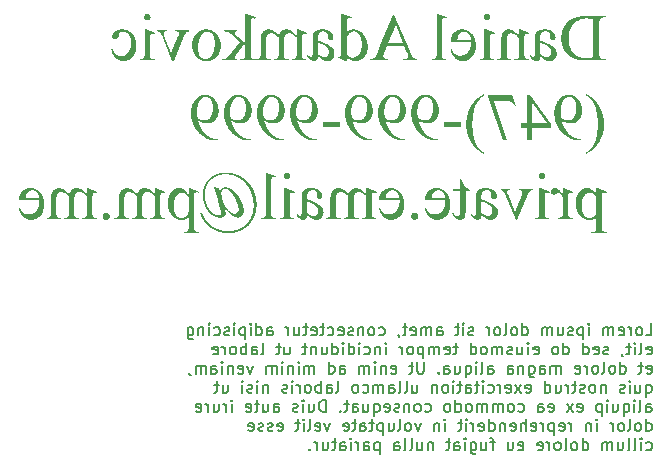
<source format=gbr>
%TF.GenerationSoftware,KiCad,Pcbnew,7.0.1*%
%TF.CreationDate,2023-07-03T20:41:50-04:00*%
%TF.ProjectId,business_card,62757369-6e65-4737-935f-636172642e6b,rev?*%
%TF.SameCoordinates,Original*%
%TF.FileFunction,Legend,Bot*%
%TF.FilePolarity,Positive*%
%FSLAX46Y46*%
G04 Gerber Fmt 4.6, Leading zero omitted, Abs format (unit mm)*
G04 Created by KiCad (PCBNEW 7.0.1) date 2023-07-03 20:41:50*
%MOMM*%
%LPD*%
G01*
G04 APERTURE LIST*
%ADD10C,0.150000*%
%ADD11C,0.500000*%
G04 APERTURE END LIST*
D10*
X95285714Y-57157619D02*
X95761904Y-57157619D01*
X95761904Y-57157619D02*
X95761904Y-56157619D01*
X94809523Y-57157619D02*
X94904761Y-57110000D01*
X94904761Y-57110000D02*
X94952380Y-57062380D01*
X94952380Y-57062380D02*
X94999999Y-56967142D01*
X94999999Y-56967142D02*
X94999999Y-56681428D01*
X94999999Y-56681428D02*
X94952380Y-56586190D01*
X94952380Y-56586190D02*
X94904761Y-56538571D01*
X94904761Y-56538571D02*
X94809523Y-56490952D01*
X94809523Y-56490952D02*
X94666666Y-56490952D01*
X94666666Y-56490952D02*
X94571428Y-56538571D01*
X94571428Y-56538571D02*
X94523809Y-56586190D01*
X94523809Y-56586190D02*
X94476190Y-56681428D01*
X94476190Y-56681428D02*
X94476190Y-56967142D01*
X94476190Y-56967142D02*
X94523809Y-57062380D01*
X94523809Y-57062380D02*
X94571428Y-57110000D01*
X94571428Y-57110000D02*
X94666666Y-57157619D01*
X94666666Y-57157619D02*
X94809523Y-57157619D01*
X94047618Y-57157619D02*
X94047618Y-56490952D01*
X94047618Y-56681428D02*
X93999999Y-56586190D01*
X93999999Y-56586190D02*
X93952380Y-56538571D01*
X93952380Y-56538571D02*
X93857142Y-56490952D01*
X93857142Y-56490952D02*
X93761904Y-56490952D01*
X93047618Y-57110000D02*
X93142856Y-57157619D01*
X93142856Y-57157619D02*
X93333332Y-57157619D01*
X93333332Y-57157619D02*
X93428570Y-57110000D01*
X93428570Y-57110000D02*
X93476189Y-57014761D01*
X93476189Y-57014761D02*
X93476189Y-56633809D01*
X93476189Y-56633809D02*
X93428570Y-56538571D01*
X93428570Y-56538571D02*
X93333332Y-56490952D01*
X93333332Y-56490952D02*
X93142856Y-56490952D01*
X93142856Y-56490952D02*
X93047618Y-56538571D01*
X93047618Y-56538571D02*
X92999999Y-56633809D01*
X92999999Y-56633809D02*
X92999999Y-56729047D01*
X92999999Y-56729047D02*
X93476189Y-56824285D01*
X92571427Y-57157619D02*
X92571427Y-56490952D01*
X92571427Y-56586190D02*
X92523808Y-56538571D01*
X92523808Y-56538571D02*
X92428570Y-56490952D01*
X92428570Y-56490952D02*
X92285713Y-56490952D01*
X92285713Y-56490952D02*
X92190475Y-56538571D01*
X92190475Y-56538571D02*
X92142856Y-56633809D01*
X92142856Y-56633809D02*
X92142856Y-57157619D01*
X92142856Y-56633809D02*
X92095237Y-56538571D01*
X92095237Y-56538571D02*
X91999999Y-56490952D01*
X91999999Y-56490952D02*
X91857142Y-56490952D01*
X91857142Y-56490952D02*
X91761903Y-56538571D01*
X91761903Y-56538571D02*
X91714284Y-56633809D01*
X91714284Y-56633809D02*
X91714284Y-57157619D01*
X90476189Y-57157619D02*
X90476189Y-56490952D01*
X90476189Y-56157619D02*
X90523808Y-56205238D01*
X90523808Y-56205238D02*
X90476189Y-56252857D01*
X90476189Y-56252857D02*
X90428570Y-56205238D01*
X90428570Y-56205238D02*
X90476189Y-56157619D01*
X90476189Y-56157619D02*
X90476189Y-56252857D01*
X89999999Y-56490952D02*
X89999999Y-57490952D01*
X89999999Y-56538571D02*
X89904761Y-56490952D01*
X89904761Y-56490952D02*
X89714285Y-56490952D01*
X89714285Y-56490952D02*
X89619047Y-56538571D01*
X89619047Y-56538571D02*
X89571428Y-56586190D01*
X89571428Y-56586190D02*
X89523809Y-56681428D01*
X89523809Y-56681428D02*
X89523809Y-56967142D01*
X89523809Y-56967142D02*
X89571428Y-57062380D01*
X89571428Y-57062380D02*
X89619047Y-57110000D01*
X89619047Y-57110000D02*
X89714285Y-57157619D01*
X89714285Y-57157619D02*
X89904761Y-57157619D01*
X89904761Y-57157619D02*
X89999999Y-57110000D01*
X89142856Y-57110000D02*
X89047618Y-57157619D01*
X89047618Y-57157619D02*
X88857142Y-57157619D01*
X88857142Y-57157619D02*
X88761904Y-57110000D01*
X88761904Y-57110000D02*
X88714285Y-57014761D01*
X88714285Y-57014761D02*
X88714285Y-56967142D01*
X88714285Y-56967142D02*
X88761904Y-56871904D01*
X88761904Y-56871904D02*
X88857142Y-56824285D01*
X88857142Y-56824285D02*
X88999999Y-56824285D01*
X88999999Y-56824285D02*
X89095237Y-56776666D01*
X89095237Y-56776666D02*
X89142856Y-56681428D01*
X89142856Y-56681428D02*
X89142856Y-56633809D01*
X89142856Y-56633809D02*
X89095237Y-56538571D01*
X89095237Y-56538571D02*
X88999999Y-56490952D01*
X88999999Y-56490952D02*
X88857142Y-56490952D01*
X88857142Y-56490952D02*
X88761904Y-56538571D01*
X87857142Y-56490952D02*
X87857142Y-57157619D01*
X88285713Y-56490952D02*
X88285713Y-57014761D01*
X88285713Y-57014761D02*
X88238094Y-57110000D01*
X88238094Y-57110000D02*
X88142856Y-57157619D01*
X88142856Y-57157619D02*
X87999999Y-57157619D01*
X87999999Y-57157619D02*
X87904761Y-57110000D01*
X87904761Y-57110000D02*
X87857142Y-57062380D01*
X87380951Y-57157619D02*
X87380951Y-56490952D01*
X87380951Y-56586190D02*
X87333332Y-56538571D01*
X87333332Y-56538571D02*
X87238094Y-56490952D01*
X87238094Y-56490952D02*
X87095237Y-56490952D01*
X87095237Y-56490952D02*
X86999999Y-56538571D01*
X86999999Y-56538571D02*
X86952380Y-56633809D01*
X86952380Y-56633809D02*
X86952380Y-57157619D01*
X86952380Y-56633809D02*
X86904761Y-56538571D01*
X86904761Y-56538571D02*
X86809523Y-56490952D01*
X86809523Y-56490952D02*
X86666666Y-56490952D01*
X86666666Y-56490952D02*
X86571427Y-56538571D01*
X86571427Y-56538571D02*
X86523808Y-56633809D01*
X86523808Y-56633809D02*
X86523808Y-57157619D01*
X84857142Y-57157619D02*
X84857142Y-56157619D01*
X84857142Y-57110000D02*
X84952380Y-57157619D01*
X84952380Y-57157619D02*
X85142856Y-57157619D01*
X85142856Y-57157619D02*
X85238094Y-57110000D01*
X85238094Y-57110000D02*
X85285713Y-57062380D01*
X85285713Y-57062380D02*
X85333332Y-56967142D01*
X85333332Y-56967142D02*
X85333332Y-56681428D01*
X85333332Y-56681428D02*
X85285713Y-56586190D01*
X85285713Y-56586190D02*
X85238094Y-56538571D01*
X85238094Y-56538571D02*
X85142856Y-56490952D01*
X85142856Y-56490952D02*
X84952380Y-56490952D01*
X84952380Y-56490952D02*
X84857142Y-56538571D01*
X84238094Y-57157619D02*
X84333332Y-57110000D01*
X84333332Y-57110000D02*
X84380951Y-57062380D01*
X84380951Y-57062380D02*
X84428570Y-56967142D01*
X84428570Y-56967142D02*
X84428570Y-56681428D01*
X84428570Y-56681428D02*
X84380951Y-56586190D01*
X84380951Y-56586190D02*
X84333332Y-56538571D01*
X84333332Y-56538571D02*
X84238094Y-56490952D01*
X84238094Y-56490952D02*
X84095237Y-56490952D01*
X84095237Y-56490952D02*
X83999999Y-56538571D01*
X83999999Y-56538571D02*
X83952380Y-56586190D01*
X83952380Y-56586190D02*
X83904761Y-56681428D01*
X83904761Y-56681428D02*
X83904761Y-56967142D01*
X83904761Y-56967142D02*
X83952380Y-57062380D01*
X83952380Y-57062380D02*
X83999999Y-57110000D01*
X83999999Y-57110000D02*
X84095237Y-57157619D01*
X84095237Y-57157619D02*
X84238094Y-57157619D01*
X83333332Y-57157619D02*
X83428570Y-57110000D01*
X83428570Y-57110000D02*
X83476189Y-57014761D01*
X83476189Y-57014761D02*
X83476189Y-56157619D01*
X82809522Y-57157619D02*
X82904760Y-57110000D01*
X82904760Y-57110000D02*
X82952379Y-57062380D01*
X82952379Y-57062380D02*
X82999998Y-56967142D01*
X82999998Y-56967142D02*
X82999998Y-56681428D01*
X82999998Y-56681428D02*
X82952379Y-56586190D01*
X82952379Y-56586190D02*
X82904760Y-56538571D01*
X82904760Y-56538571D02*
X82809522Y-56490952D01*
X82809522Y-56490952D02*
X82666665Y-56490952D01*
X82666665Y-56490952D02*
X82571427Y-56538571D01*
X82571427Y-56538571D02*
X82523808Y-56586190D01*
X82523808Y-56586190D02*
X82476189Y-56681428D01*
X82476189Y-56681428D02*
X82476189Y-56967142D01*
X82476189Y-56967142D02*
X82523808Y-57062380D01*
X82523808Y-57062380D02*
X82571427Y-57110000D01*
X82571427Y-57110000D02*
X82666665Y-57157619D01*
X82666665Y-57157619D02*
X82809522Y-57157619D01*
X82047617Y-57157619D02*
X82047617Y-56490952D01*
X82047617Y-56681428D02*
X81999998Y-56586190D01*
X81999998Y-56586190D02*
X81952379Y-56538571D01*
X81952379Y-56538571D02*
X81857141Y-56490952D01*
X81857141Y-56490952D02*
X81761903Y-56490952D01*
X80714283Y-57110000D02*
X80619045Y-57157619D01*
X80619045Y-57157619D02*
X80428569Y-57157619D01*
X80428569Y-57157619D02*
X80333331Y-57110000D01*
X80333331Y-57110000D02*
X80285712Y-57014761D01*
X80285712Y-57014761D02*
X80285712Y-56967142D01*
X80285712Y-56967142D02*
X80333331Y-56871904D01*
X80333331Y-56871904D02*
X80428569Y-56824285D01*
X80428569Y-56824285D02*
X80571426Y-56824285D01*
X80571426Y-56824285D02*
X80666664Y-56776666D01*
X80666664Y-56776666D02*
X80714283Y-56681428D01*
X80714283Y-56681428D02*
X80714283Y-56633809D01*
X80714283Y-56633809D02*
X80666664Y-56538571D01*
X80666664Y-56538571D02*
X80571426Y-56490952D01*
X80571426Y-56490952D02*
X80428569Y-56490952D01*
X80428569Y-56490952D02*
X80333331Y-56538571D01*
X79857140Y-57157619D02*
X79857140Y-56490952D01*
X79857140Y-56157619D02*
X79904759Y-56205238D01*
X79904759Y-56205238D02*
X79857140Y-56252857D01*
X79857140Y-56252857D02*
X79809521Y-56205238D01*
X79809521Y-56205238D02*
X79857140Y-56157619D01*
X79857140Y-56157619D02*
X79857140Y-56252857D01*
X79523807Y-56490952D02*
X79142855Y-56490952D01*
X79380950Y-56157619D02*
X79380950Y-57014761D01*
X79380950Y-57014761D02*
X79333331Y-57110000D01*
X79333331Y-57110000D02*
X79238093Y-57157619D01*
X79238093Y-57157619D02*
X79142855Y-57157619D01*
X77619045Y-57157619D02*
X77619045Y-56633809D01*
X77619045Y-56633809D02*
X77666664Y-56538571D01*
X77666664Y-56538571D02*
X77761902Y-56490952D01*
X77761902Y-56490952D02*
X77952378Y-56490952D01*
X77952378Y-56490952D02*
X78047616Y-56538571D01*
X77619045Y-57110000D02*
X77714283Y-57157619D01*
X77714283Y-57157619D02*
X77952378Y-57157619D01*
X77952378Y-57157619D02*
X78047616Y-57110000D01*
X78047616Y-57110000D02*
X78095235Y-57014761D01*
X78095235Y-57014761D02*
X78095235Y-56919523D01*
X78095235Y-56919523D02*
X78047616Y-56824285D01*
X78047616Y-56824285D02*
X77952378Y-56776666D01*
X77952378Y-56776666D02*
X77714283Y-56776666D01*
X77714283Y-56776666D02*
X77619045Y-56729047D01*
X77142854Y-57157619D02*
X77142854Y-56490952D01*
X77142854Y-56586190D02*
X77095235Y-56538571D01*
X77095235Y-56538571D02*
X76999997Y-56490952D01*
X76999997Y-56490952D02*
X76857140Y-56490952D01*
X76857140Y-56490952D02*
X76761902Y-56538571D01*
X76761902Y-56538571D02*
X76714283Y-56633809D01*
X76714283Y-56633809D02*
X76714283Y-57157619D01*
X76714283Y-56633809D02*
X76666664Y-56538571D01*
X76666664Y-56538571D02*
X76571426Y-56490952D01*
X76571426Y-56490952D02*
X76428569Y-56490952D01*
X76428569Y-56490952D02*
X76333330Y-56538571D01*
X76333330Y-56538571D02*
X76285711Y-56633809D01*
X76285711Y-56633809D02*
X76285711Y-57157619D01*
X75428569Y-57110000D02*
X75523807Y-57157619D01*
X75523807Y-57157619D02*
X75714283Y-57157619D01*
X75714283Y-57157619D02*
X75809521Y-57110000D01*
X75809521Y-57110000D02*
X75857140Y-57014761D01*
X75857140Y-57014761D02*
X75857140Y-56633809D01*
X75857140Y-56633809D02*
X75809521Y-56538571D01*
X75809521Y-56538571D02*
X75714283Y-56490952D01*
X75714283Y-56490952D02*
X75523807Y-56490952D01*
X75523807Y-56490952D02*
X75428569Y-56538571D01*
X75428569Y-56538571D02*
X75380950Y-56633809D01*
X75380950Y-56633809D02*
X75380950Y-56729047D01*
X75380950Y-56729047D02*
X75857140Y-56824285D01*
X75095235Y-56490952D02*
X74714283Y-56490952D01*
X74952378Y-56157619D02*
X74952378Y-57014761D01*
X74952378Y-57014761D02*
X74904759Y-57110000D01*
X74904759Y-57110000D02*
X74809521Y-57157619D01*
X74809521Y-57157619D02*
X74714283Y-57157619D01*
X74333330Y-57110000D02*
X74333330Y-57157619D01*
X74333330Y-57157619D02*
X74380949Y-57252857D01*
X74380949Y-57252857D02*
X74428568Y-57300476D01*
X72714283Y-57110000D02*
X72809521Y-57157619D01*
X72809521Y-57157619D02*
X72999997Y-57157619D01*
X72999997Y-57157619D02*
X73095235Y-57110000D01*
X73095235Y-57110000D02*
X73142854Y-57062380D01*
X73142854Y-57062380D02*
X73190473Y-56967142D01*
X73190473Y-56967142D02*
X73190473Y-56681428D01*
X73190473Y-56681428D02*
X73142854Y-56586190D01*
X73142854Y-56586190D02*
X73095235Y-56538571D01*
X73095235Y-56538571D02*
X72999997Y-56490952D01*
X72999997Y-56490952D02*
X72809521Y-56490952D01*
X72809521Y-56490952D02*
X72714283Y-56538571D01*
X72142854Y-57157619D02*
X72238092Y-57110000D01*
X72238092Y-57110000D02*
X72285711Y-57062380D01*
X72285711Y-57062380D02*
X72333330Y-56967142D01*
X72333330Y-56967142D02*
X72333330Y-56681428D01*
X72333330Y-56681428D02*
X72285711Y-56586190D01*
X72285711Y-56586190D02*
X72238092Y-56538571D01*
X72238092Y-56538571D02*
X72142854Y-56490952D01*
X72142854Y-56490952D02*
X71999997Y-56490952D01*
X71999997Y-56490952D02*
X71904759Y-56538571D01*
X71904759Y-56538571D02*
X71857140Y-56586190D01*
X71857140Y-56586190D02*
X71809521Y-56681428D01*
X71809521Y-56681428D02*
X71809521Y-56967142D01*
X71809521Y-56967142D02*
X71857140Y-57062380D01*
X71857140Y-57062380D02*
X71904759Y-57110000D01*
X71904759Y-57110000D02*
X71999997Y-57157619D01*
X71999997Y-57157619D02*
X72142854Y-57157619D01*
X71380949Y-56490952D02*
X71380949Y-57157619D01*
X71380949Y-56586190D02*
X71333330Y-56538571D01*
X71333330Y-56538571D02*
X71238092Y-56490952D01*
X71238092Y-56490952D02*
X71095235Y-56490952D01*
X71095235Y-56490952D02*
X70999997Y-56538571D01*
X70999997Y-56538571D02*
X70952378Y-56633809D01*
X70952378Y-56633809D02*
X70952378Y-57157619D01*
X70523806Y-57110000D02*
X70428568Y-57157619D01*
X70428568Y-57157619D02*
X70238092Y-57157619D01*
X70238092Y-57157619D02*
X70142854Y-57110000D01*
X70142854Y-57110000D02*
X70095235Y-57014761D01*
X70095235Y-57014761D02*
X70095235Y-56967142D01*
X70095235Y-56967142D02*
X70142854Y-56871904D01*
X70142854Y-56871904D02*
X70238092Y-56824285D01*
X70238092Y-56824285D02*
X70380949Y-56824285D01*
X70380949Y-56824285D02*
X70476187Y-56776666D01*
X70476187Y-56776666D02*
X70523806Y-56681428D01*
X70523806Y-56681428D02*
X70523806Y-56633809D01*
X70523806Y-56633809D02*
X70476187Y-56538571D01*
X70476187Y-56538571D02*
X70380949Y-56490952D01*
X70380949Y-56490952D02*
X70238092Y-56490952D01*
X70238092Y-56490952D02*
X70142854Y-56538571D01*
X69285711Y-57110000D02*
X69380949Y-57157619D01*
X69380949Y-57157619D02*
X69571425Y-57157619D01*
X69571425Y-57157619D02*
X69666663Y-57110000D01*
X69666663Y-57110000D02*
X69714282Y-57014761D01*
X69714282Y-57014761D02*
X69714282Y-56633809D01*
X69714282Y-56633809D02*
X69666663Y-56538571D01*
X69666663Y-56538571D02*
X69571425Y-56490952D01*
X69571425Y-56490952D02*
X69380949Y-56490952D01*
X69380949Y-56490952D02*
X69285711Y-56538571D01*
X69285711Y-56538571D02*
X69238092Y-56633809D01*
X69238092Y-56633809D02*
X69238092Y-56729047D01*
X69238092Y-56729047D02*
X69714282Y-56824285D01*
X68380949Y-57110000D02*
X68476187Y-57157619D01*
X68476187Y-57157619D02*
X68666663Y-57157619D01*
X68666663Y-57157619D02*
X68761901Y-57110000D01*
X68761901Y-57110000D02*
X68809520Y-57062380D01*
X68809520Y-57062380D02*
X68857139Y-56967142D01*
X68857139Y-56967142D02*
X68857139Y-56681428D01*
X68857139Y-56681428D02*
X68809520Y-56586190D01*
X68809520Y-56586190D02*
X68761901Y-56538571D01*
X68761901Y-56538571D02*
X68666663Y-56490952D01*
X68666663Y-56490952D02*
X68476187Y-56490952D01*
X68476187Y-56490952D02*
X68380949Y-56538571D01*
X68095234Y-56490952D02*
X67714282Y-56490952D01*
X67952377Y-56157619D02*
X67952377Y-57014761D01*
X67952377Y-57014761D02*
X67904758Y-57110000D01*
X67904758Y-57110000D02*
X67809520Y-57157619D01*
X67809520Y-57157619D02*
X67714282Y-57157619D01*
X66999996Y-57110000D02*
X67095234Y-57157619D01*
X67095234Y-57157619D02*
X67285710Y-57157619D01*
X67285710Y-57157619D02*
X67380948Y-57110000D01*
X67380948Y-57110000D02*
X67428567Y-57014761D01*
X67428567Y-57014761D02*
X67428567Y-56633809D01*
X67428567Y-56633809D02*
X67380948Y-56538571D01*
X67380948Y-56538571D02*
X67285710Y-56490952D01*
X67285710Y-56490952D02*
X67095234Y-56490952D01*
X67095234Y-56490952D02*
X66999996Y-56538571D01*
X66999996Y-56538571D02*
X66952377Y-56633809D01*
X66952377Y-56633809D02*
X66952377Y-56729047D01*
X66952377Y-56729047D02*
X67428567Y-56824285D01*
X66666662Y-56490952D02*
X66285710Y-56490952D01*
X66523805Y-56157619D02*
X66523805Y-57014761D01*
X66523805Y-57014761D02*
X66476186Y-57110000D01*
X66476186Y-57110000D02*
X66380948Y-57157619D01*
X66380948Y-57157619D02*
X66285710Y-57157619D01*
X65523805Y-56490952D02*
X65523805Y-57157619D01*
X65952376Y-56490952D02*
X65952376Y-57014761D01*
X65952376Y-57014761D02*
X65904757Y-57110000D01*
X65904757Y-57110000D02*
X65809519Y-57157619D01*
X65809519Y-57157619D02*
X65666662Y-57157619D01*
X65666662Y-57157619D02*
X65571424Y-57110000D01*
X65571424Y-57110000D02*
X65523805Y-57062380D01*
X65047614Y-57157619D02*
X65047614Y-56490952D01*
X65047614Y-56681428D02*
X64999995Y-56586190D01*
X64999995Y-56586190D02*
X64952376Y-56538571D01*
X64952376Y-56538571D02*
X64857138Y-56490952D01*
X64857138Y-56490952D02*
X64761900Y-56490952D01*
X63238090Y-57157619D02*
X63238090Y-56633809D01*
X63238090Y-56633809D02*
X63285709Y-56538571D01*
X63285709Y-56538571D02*
X63380947Y-56490952D01*
X63380947Y-56490952D02*
X63571423Y-56490952D01*
X63571423Y-56490952D02*
X63666661Y-56538571D01*
X63238090Y-57110000D02*
X63333328Y-57157619D01*
X63333328Y-57157619D02*
X63571423Y-57157619D01*
X63571423Y-57157619D02*
X63666661Y-57110000D01*
X63666661Y-57110000D02*
X63714280Y-57014761D01*
X63714280Y-57014761D02*
X63714280Y-56919523D01*
X63714280Y-56919523D02*
X63666661Y-56824285D01*
X63666661Y-56824285D02*
X63571423Y-56776666D01*
X63571423Y-56776666D02*
X63333328Y-56776666D01*
X63333328Y-56776666D02*
X63238090Y-56729047D01*
X62333328Y-57157619D02*
X62333328Y-56157619D01*
X62333328Y-57110000D02*
X62428566Y-57157619D01*
X62428566Y-57157619D02*
X62619042Y-57157619D01*
X62619042Y-57157619D02*
X62714280Y-57110000D01*
X62714280Y-57110000D02*
X62761899Y-57062380D01*
X62761899Y-57062380D02*
X62809518Y-56967142D01*
X62809518Y-56967142D02*
X62809518Y-56681428D01*
X62809518Y-56681428D02*
X62761899Y-56586190D01*
X62761899Y-56586190D02*
X62714280Y-56538571D01*
X62714280Y-56538571D02*
X62619042Y-56490952D01*
X62619042Y-56490952D02*
X62428566Y-56490952D01*
X62428566Y-56490952D02*
X62333328Y-56538571D01*
X61857137Y-57157619D02*
X61857137Y-56490952D01*
X61857137Y-56157619D02*
X61904756Y-56205238D01*
X61904756Y-56205238D02*
X61857137Y-56252857D01*
X61857137Y-56252857D02*
X61809518Y-56205238D01*
X61809518Y-56205238D02*
X61857137Y-56157619D01*
X61857137Y-56157619D02*
X61857137Y-56252857D01*
X61380947Y-56490952D02*
X61380947Y-57490952D01*
X61380947Y-56538571D02*
X61285709Y-56490952D01*
X61285709Y-56490952D02*
X61095233Y-56490952D01*
X61095233Y-56490952D02*
X60999995Y-56538571D01*
X60999995Y-56538571D02*
X60952376Y-56586190D01*
X60952376Y-56586190D02*
X60904757Y-56681428D01*
X60904757Y-56681428D02*
X60904757Y-56967142D01*
X60904757Y-56967142D02*
X60952376Y-57062380D01*
X60952376Y-57062380D02*
X60999995Y-57110000D01*
X60999995Y-57110000D02*
X61095233Y-57157619D01*
X61095233Y-57157619D02*
X61285709Y-57157619D01*
X61285709Y-57157619D02*
X61380947Y-57110000D01*
X60476185Y-57157619D02*
X60476185Y-56490952D01*
X60476185Y-56157619D02*
X60523804Y-56205238D01*
X60523804Y-56205238D02*
X60476185Y-56252857D01*
X60476185Y-56252857D02*
X60428566Y-56205238D01*
X60428566Y-56205238D02*
X60476185Y-56157619D01*
X60476185Y-56157619D02*
X60476185Y-56252857D01*
X60047614Y-57110000D02*
X59952376Y-57157619D01*
X59952376Y-57157619D02*
X59761900Y-57157619D01*
X59761900Y-57157619D02*
X59666662Y-57110000D01*
X59666662Y-57110000D02*
X59619043Y-57014761D01*
X59619043Y-57014761D02*
X59619043Y-56967142D01*
X59619043Y-56967142D02*
X59666662Y-56871904D01*
X59666662Y-56871904D02*
X59761900Y-56824285D01*
X59761900Y-56824285D02*
X59904757Y-56824285D01*
X59904757Y-56824285D02*
X59999995Y-56776666D01*
X59999995Y-56776666D02*
X60047614Y-56681428D01*
X60047614Y-56681428D02*
X60047614Y-56633809D01*
X60047614Y-56633809D02*
X59999995Y-56538571D01*
X59999995Y-56538571D02*
X59904757Y-56490952D01*
X59904757Y-56490952D02*
X59761900Y-56490952D01*
X59761900Y-56490952D02*
X59666662Y-56538571D01*
X58761900Y-57110000D02*
X58857138Y-57157619D01*
X58857138Y-57157619D02*
X59047614Y-57157619D01*
X59047614Y-57157619D02*
X59142852Y-57110000D01*
X59142852Y-57110000D02*
X59190471Y-57062380D01*
X59190471Y-57062380D02*
X59238090Y-56967142D01*
X59238090Y-56967142D02*
X59238090Y-56681428D01*
X59238090Y-56681428D02*
X59190471Y-56586190D01*
X59190471Y-56586190D02*
X59142852Y-56538571D01*
X59142852Y-56538571D02*
X59047614Y-56490952D01*
X59047614Y-56490952D02*
X58857138Y-56490952D01*
X58857138Y-56490952D02*
X58761900Y-56538571D01*
X58333328Y-57157619D02*
X58333328Y-56490952D01*
X58333328Y-56157619D02*
X58380947Y-56205238D01*
X58380947Y-56205238D02*
X58333328Y-56252857D01*
X58333328Y-56252857D02*
X58285709Y-56205238D01*
X58285709Y-56205238D02*
X58333328Y-56157619D01*
X58333328Y-56157619D02*
X58333328Y-56252857D01*
X57857138Y-56490952D02*
X57857138Y-57157619D01*
X57857138Y-56586190D02*
X57809519Y-56538571D01*
X57809519Y-56538571D02*
X57714281Y-56490952D01*
X57714281Y-56490952D02*
X57571424Y-56490952D01*
X57571424Y-56490952D02*
X57476186Y-56538571D01*
X57476186Y-56538571D02*
X57428567Y-56633809D01*
X57428567Y-56633809D02*
X57428567Y-57157619D01*
X56523805Y-56490952D02*
X56523805Y-57300476D01*
X56523805Y-57300476D02*
X56571424Y-57395714D01*
X56571424Y-57395714D02*
X56619043Y-57443333D01*
X56619043Y-57443333D02*
X56714281Y-57490952D01*
X56714281Y-57490952D02*
X56857138Y-57490952D01*
X56857138Y-57490952D02*
X56952376Y-57443333D01*
X56523805Y-57110000D02*
X56619043Y-57157619D01*
X56619043Y-57157619D02*
X56809519Y-57157619D01*
X56809519Y-57157619D02*
X56904757Y-57110000D01*
X56904757Y-57110000D02*
X56952376Y-57062380D01*
X56952376Y-57062380D02*
X56999995Y-56967142D01*
X56999995Y-56967142D02*
X56999995Y-56681428D01*
X56999995Y-56681428D02*
X56952376Y-56586190D01*
X56952376Y-56586190D02*
X56904757Y-56538571D01*
X56904757Y-56538571D02*
X56809519Y-56490952D01*
X56809519Y-56490952D02*
X56619043Y-56490952D01*
X56619043Y-56490952D02*
X56523805Y-56538571D01*
X95380952Y-58730000D02*
X95476190Y-58777619D01*
X95476190Y-58777619D02*
X95666666Y-58777619D01*
X95666666Y-58777619D02*
X95761904Y-58730000D01*
X95761904Y-58730000D02*
X95809523Y-58634761D01*
X95809523Y-58634761D02*
X95809523Y-58253809D01*
X95809523Y-58253809D02*
X95761904Y-58158571D01*
X95761904Y-58158571D02*
X95666666Y-58110952D01*
X95666666Y-58110952D02*
X95476190Y-58110952D01*
X95476190Y-58110952D02*
X95380952Y-58158571D01*
X95380952Y-58158571D02*
X95333333Y-58253809D01*
X95333333Y-58253809D02*
X95333333Y-58349047D01*
X95333333Y-58349047D02*
X95809523Y-58444285D01*
X94761904Y-58777619D02*
X94857142Y-58730000D01*
X94857142Y-58730000D02*
X94904761Y-58634761D01*
X94904761Y-58634761D02*
X94904761Y-57777619D01*
X94380951Y-58777619D02*
X94380951Y-58110952D01*
X94380951Y-57777619D02*
X94428570Y-57825238D01*
X94428570Y-57825238D02*
X94380951Y-57872857D01*
X94380951Y-57872857D02*
X94333332Y-57825238D01*
X94333332Y-57825238D02*
X94380951Y-57777619D01*
X94380951Y-57777619D02*
X94380951Y-57872857D01*
X94047618Y-58110952D02*
X93666666Y-58110952D01*
X93904761Y-57777619D02*
X93904761Y-58634761D01*
X93904761Y-58634761D02*
X93857142Y-58730000D01*
X93857142Y-58730000D02*
X93761904Y-58777619D01*
X93761904Y-58777619D02*
X93666666Y-58777619D01*
X93285713Y-58730000D02*
X93285713Y-58777619D01*
X93285713Y-58777619D02*
X93333332Y-58872857D01*
X93333332Y-58872857D02*
X93380951Y-58920476D01*
X92142856Y-58730000D02*
X92047618Y-58777619D01*
X92047618Y-58777619D02*
X91857142Y-58777619D01*
X91857142Y-58777619D02*
X91761904Y-58730000D01*
X91761904Y-58730000D02*
X91714285Y-58634761D01*
X91714285Y-58634761D02*
X91714285Y-58587142D01*
X91714285Y-58587142D02*
X91761904Y-58491904D01*
X91761904Y-58491904D02*
X91857142Y-58444285D01*
X91857142Y-58444285D02*
X91999999Y-58444285D01*
X91999999Y-58444285D02*
X92095237Y-58396666D01*
X92095237Y-58396666D02*
X92142856Y-58301428D01*
X92142856Y-58301428D02*
X92142856Y-58253809D01*
X92142856Y-58253809D02*
X92095237Y-58158571D01*
X92095237Y-58158571D02*
X91999999Y-58110952D01*
X91999999Y-58110952D02*
X91857142Y-58110952D01*
X91857142Y-58110952D02*
X91761904Y-58158571D01*
X90904761Y-58730000D02*
X90999999Y-58777619D01*
X90999999Y-58777619D02*
X91190475Y-58777619D01*
X91190475Y-58777619D02*
X91285713Y-58730000D01*
X91285713Y-58730000D02*
X91333332Y-58634761D01*
X91333332Y-58634761D02*
X91333332Y-58253809D01*
X91333332Y-58253809D02*
X91285713Y-58158571D01*
X91285713Y-58158571D02*
X91190475Y-58110952D01*
X91190475Y-58110952D02*
X90999999Y-58110952D01*
X90999999Y-58110952D02*
X90904761Y-58158571D01*
X90904761Y-58158571D02*
X90857142Y-58253809D01*
X90857142Y-58253809D02*
X90857142Y-58349047D01*
X90857142Y-58349047D02*
X91333332Y-58444285D01*
X89999999Y-58777619D02*
X89999999Y-57777619D01*
X89999999Y-58730000D02*
X90095237Y-58777619D01*
X90095237Y-58777619D02*
X90285713Y-58777619D01*
X90285713Y-58777619D02*
X90380951Y-58730000D01*
X90380951Y-58730000D02*
X90428570Y-58682380D01*
X90428570Y-58682380D02*
X90476189Y-58587142D01*
X90476189Y-58587142D02*
X90476189Y-58301428D01*
X90476189Y-58301428D02*
X90428570Y-58206190D01*
X90428570Y-58206190D02*
X90380951Y-58158571D01*
X90380951Y-58158571D02*
X90285713Y-58110952D01*
X90285713Y-58110952D02*
X90095237Y-58110952D01*
X90095237Y-58110952D02*
X89999999Y-58158571D01*
X88333332Y-58777619D02*
X88333332Y-57777619D01*
X88333332Y-58730000D02*
X88428570Y-58777619D01*
X88428570Y-58777619D02*
X88619046Y-58777619D01*
X88619046Y-58777619D02*
X88714284Y-58730000D01*
X88714284Y-58730000D02*
X88761903Y-58682380D01*
X88761903Y-58682380D02*
X88809522Y-58587142D01*
X88809522Y-58587142D02*
X88809522Y-58301428D01*
X88809522Y-58301428D02*
X88761903Y-58206190D01*
X88761903Y-58206190D02*
X88714284Y-58158571D01*
X88714284Y-58158571D02*
X88619046Y-58110952D01*
X88619046Y-58110952D02*
X88428570Y-58110952D01*
X88428570Y-58110952D02*
X88333332Y-58158571D01*
X87714284Y-58777619D02*
X87809522Y-58730000D01*
X87809522Y-58730000D02*
X87857141Y-58682380D01*
X87857141Y-58682380D02*
X87904760Y-58587142D01*
X87904760Y-58587142D02*
X87904760Y-58301428D01*
X87904760Y-58301428D02*
X87857141Y-58206190D01*
X87857141Y-58206190D02*
X87809522Y-58158571D01*
X87809522Y-58158571D02*
X87714284Y-58110952D01*
X87714284Y-58110952D02*
X87571427Y-58110952D01*
X87571427Y-58110952D02*
X87476189Y-58158571D01*
X87476189Y-58158571D02*
X87428570Y-58206190D01*
X87428570Y-58206190D02*
X87380951Y-58301428D01*
X87380951Y-58301428D02*
X87380951Y-58587142D01*
X87380951Y-58587142D02*
X87428570Y-58682380D01*
X87428570Y-58682380D02*
X87476189Y-58730000D01*
X87476189Y-58730000D02*
X87571427Y-58777619D01*
X87571427Y-58777619D02*
X87714284Y-58777619D01*
X85809522Y-58730000D02*
X85904760Y-58777619D01*
X85904760Y-58777619D02*
X86095236Y-58777619D01*
X86095236Y-58777619D02*
X86190474Y-58730000D01*
X86190474Y-58730000D02*
X86238093Y-58634761D01*
X86238093Y-58634761D02*
X86238093Y-58253809D01*
X86238093Y-58253809D02*
X86190474Y-58158571D01*
X86190474Y-58158571D02*
X86095236Y-58110952D01*
X86095236Y-58110952D02*
X85904760Y-58110952D01*
X85904760Y-58110952D02*
X85809522Y-58158571D01*
X85809522Y-58158571D02*
X85761903Y-58253809D01*
X85761903Y-58253809D02*
X85761903Y-58349047D01*
X85761903Y-58349047D02*
X86238093Y-58444285D01*
X85333331Y-58777619D02*
X85333331Y-58110952D01*
X85333331Y-57777619D02*
X85380950Y-57825238D01*
X85380950Y-57825238D02*
X85333331Y-57872857D01*
X85333331Y-57872857D02*
X85285712Y-57825238D01*
X85285712Y-57825238D02*
X85333331Y-57777619D01*
X85333331Y-57777619D02*
X85333331Y-57872857D01*
X84428570Y-58110952D02*
X84428570Y-58777619D01*
X84857141Y-58110952D02*
X84857141Y-58634761D01*
X84857141Y-58634761D02*
X84809522Y-58730000D01*
X84809522Y-58730000D02*
X84714284Y-58777619D01*
X84714284Y-58777619D02*
X84571427Y-58777619D01*
X84571427Y-58777619D02*
X84476189Y-58730000D01*
X84476189Y-58730000D02*
X84428570Y-58682380D01*
X83999998Y-58730000D02*
X83904760Y-58777619D01*
X83904760Y-58777619D02*
X83714284Y-58777619D01*
X83714284Y-58777619D02*
X83619046Y-58730000D01*
X83619046Y-58730000D02*
X83571427Y-58634761D01*
X83571427Y-58634761D02*
X83571427Y-58587142D01*
X83571427Y-58587142D02*
X83619046Y-58491904D01*
X83619046Y-58491904D02*
X83714284Y-58444285D01*
X83714284Y-58444285D02*
X83857141Y-58444285D01*
X83857141Y-58444285D02*
X83952379Y-58396666D01*
X83952379Y-58396666D02*
X83999998Y-58301428D01*
X83999998Y-58301428D02*
X83999998Y-58253809D01*
X83999998Y-58253809D02*
X83952379Y-58158571D01*
X83952379Y-58158571D02*
X83857141Y-58110952D01*
X83857141Y-58110952D02*
X83714284Y-58110952D01*
X83714284Y-58110952D02*
X83619046Y-58158571D01*
X83142855Y-58777619D02*
X83142855Y-58110952D01*
X83142855Y-58206190D02*
X83095236Y-58158571D01*
X83095236Y-58158571D02*
X82999998Y-58110952D01*
X82999998Y-58110952D02*
X82857141Y-58110952D01*
X82857141Y-58110952D02*
X82761903Y-58158571D01*
X82761903Y-58158571D02*
X82714284Y-58253809D01*
X82714284Y-58253809D02*
X82714284Y-58777619D01*
X82714284Y-58253809D02*
X82666665Y-58158571D01*
X82666665Y-58158571D02*
X82571427Y-58110952D01*
X82571427Y-58110952D02*
X82428570Y-58110952D01*
X82428570Y-58110952D02*
X82333331Y-58158571D01*
X82333331Y-58158571D02*
X82285712Y-58253809D01*
X82285712Y-58253809D02*
X82285712Y-58777619D01*
X81666665Y-58777619D02*
X81761903Y-58730000D01*
X81761903Y-58730000D02*
X81809522Y-58682380D01*
X81809522Y-58682380D02*
X81857141Y-58587142D01*
X81857141Y-58587142D02*
X81857141Y-58301428D01*
X81857141Y-58301428D02*
X81809522Y-58206190D01*
X81809522Y-58206190D02*
X81761903Y-58158571D01*
X81761903Y-58158571D02*
X81666665Y-58110952D01*
X81666665Y-58110952D02*
X81523808Y-58110952D01*
X81523808Y-58110952D02*
X81428570Y-58158571D01*
X81428570Y-58158571D02*
X81380951Y-58206190D01*
X81380951Y-58206190D02*
X81333332Y-58301428D01*
X81333332Y-58301428D02*
X81333332Y-58587142D01*
X81333332Y-58587142D02*
X81380951Y-58682380D01*
X81380951Y-58682380D02*
X81428570Y-58730000D01*
X81428570Y-58730000D02*
X81523808Y-58777619D01*
X81523808Y-58777619D02*
X81666665Y-58777619D01*
X80476189Y-58777619D02*
X80476189Y-57777619D01*
X80476189Y-58730000D02*
X80571427Y-58777619D01*
X80571427Y-58777619D02*
X80761903Y-58777619D01*
X80761903Y-58777619D02*
X80857141Y-58730000D01*
X80857141Y-58730000D02*
X80904760Y-58682380D01*
X80904760Y-58682380D02*
X80952379Y-58587142D01*
X80952379Y-58587142D02*
X80952379Y-58301428D01*
X80952379Y-58301428D02*
X80904760Y-58206190D01*
X80904760Y-58206190D02*
X80857141Y-58158571D01*
X80857141Y-58158571D02*
X80761903Y-58110952D01*
X80761903Y-58110952D02*
X80571427Y-58110952D01*
X80571427Y-58110952D02*
X80476189Y-58158571D01*
X79380950Y-58110952D02*
X78999998Y-58110952D01*
X79238093Y-57777619D02*
X79238093Y-58634761D01*
X79238093Y-58634761D02*
X79190474Y-58730000D01*
X79190474Y-58730000D02*
X79095236Y-58777619D01*
X79095236Y-58777619D02*
X78999998Y-58777619D01*
X78285712Y-58730000D02*
X78380950Y-58777619D01*
X78380950Y-58777619D02*
X78571426Y-58777619D01*
X78571426Y-58777619D02*
X78666664Y-58730000D01*
X78666664Y-58730000D02*
X78714283Y-58634761D01*
X78714283Y-58634761D02*
X78714283Y-58253809D01*
X78714283Y-58253809D02*
X78666664Y-58158571D01*
X78666664Y-58158571D02*
X78571426Y-58110952D01*
X78571426Y-58110952D02*
X78380950Y-58110952D01*
X78380950Y-58110952D02*
X78285712Y-58158571D01*
X78285712Y-58158571D02*
X78238093Y-58253809D01*
X78238093Y-58253809D02*
X78238093Y-58349047D01*
X78238093Y-58349047D02*
X78714283Y-58444285D01*
X77809521Y-58777619D02*
X77809521Y-58110952D01*
X77809521Y-58206190D02*
X77761902Y-58158571D01*
X77761902Y-58158571D02*
X77666664Y-58110952D01*
X77666664Y-58110952D02*
X77523807Y-58110952D01*
X77523807Y-58110952D02*
X77428569Y-58158571D01*
X77428569Y-58158571D02*
X77380950Y-58253809D01*
X77380950Y-58253809D02*
X77380950Y-58777619D01*
X77380950Y-58253809D02*
X77333331Y-58158571D01*
X77333331Y-58158571D02*
X77238093Y-58110952D01*
X77238093Y-58110952D02*
X77095236Y-58110952D01*
X77095236Y-58110952D02*
X76999997Y-58158571D01*
X76999997Y-58158571D02*
X76952378Y-58253809D01*
X76952378Y-58253809D02*
X76952378Y-58777619D01*
X76476188Y-58110952D02*
X76476188Y-59110952D01*
X76476188Y-58158571D02*
X76380950Y-58110952D01*
X76380950Y-58110952D02*
X76190474Y-58110952D01*
X76190474Y-58110952D02*
X76095236Y-58158571D01*
X76095236Y-58158571D02*
X76047617Y-58206190D01*
X76047617Y-58206190D02*
X75999998Y-58301428D01*
X75999998Y-58301428D02*
X75999998Y-58587142D01*
X75999998Y-58587142D02*
X76047617Y-58682380D01*
X76047617Y-58682380D02*
X76095236Y-58730000D01*
X76095236Y-58730000D02*
X76190474Y-58777619D01*
X76190474Y-58777619D02*
X76380950Y-58777619D01*
X76380950Y-58777619D02*
X76476188Y-58730000D01*
X75428569Y-58777619D02*
X75523807Y-58730000D01*
X75523807Y-58730000D02*
X75571426Y-58682380D01*
X75571426Y-58682380D02*
X75619045Y-58587142D01*
X75619045Y-58587142D02*
X75619045Y-58301428D01*
X75619045Y-58301428D02*
X75571426Y-58206190D01*
X75571426Y-58206190D02*
X75523807Y-58158571D01*
X75523807Y-58158571D02*
X75428569Y-58110952D01*
X75428569Y-58110952D02*
X75285712Y-58110952D01*
X75285712Y-58110952D02*
X75190474Y-58158571D01*
X75190474Y-58158571D02*
X75142855Y-58206190D01*
X75142855Y-58206190D02*
X75095236Y-58301428D01*
X75095236Y-58301428D02*
X75095236Y-58587142D01*
X75095236Y-58587142D02*
X75142855Y-58682380D01*
X75142855Y-58682380D02*
X75190474Y-58730000D01*
X75190474Y-58730000D02*
X75285712Y-58777619D01*
X75285712Y-58777619D02*
X75428569Y-58777619D01*
X74666664Y-58777619D02*
X74666664Y-58110952D01*
X74666664Y-58301428D02*
X74619045Y-58206190D01*
X74619045Y-58206190D02*
X74571426Y-58158571D01*
X74571426Y-58158571D02*
X74476188Y-58110952D01*
X74476188Y-58110952D02*
X74380950Y-58110952D01*
X73285711Y-58777619D02*
X73285711Y-58110952D01*
X73285711Y-57777619D02*
X73333330Y-57825238D01*
X73333330Y-57825238D02*
X73285711Y-57872857D01*
X73285711Y-57872857D02*
X73238092Y-57825238D01*
X73238092Y-57825238D02*
X73285711Y-57777619D01*
X73285711Y-57777619D02*
X73285711Y-57872857D01*
X72809521Y-58110952D02*
X72809521Y-58777619D01*
X72809521Y-58206190D02*
X72761902Y-58158571D01*
X72761902Y-58158571D02*
X72666664Y-58110952D01*
X72666664Y-58110952D02*
X72523807Y-58110952D01*
X72523807Y-58110952D02*
X72428569Y-58158571D01*
X72428569Y-58158571D02*
X72380950Y-58253809D01*
X72380950Y-58253809D02*
X72380950Y-58777619D01*
X71476188Y-58730000D02*
X71571426Y-58777619D01*
X71571426Y-58777619D02*
X71761902Y-58777619D01*
X71761902Y-58777619D02*
X71857140Y-58730000D01*
X71857140Y-58730000D02*
X71904759Y-58682380D01*
X71904759Y-58682380D02*
X71952378Y-58587142D01*
X71952378Y-58587142D02*
X71952378Y-58301428D01*
X71952378Y-58301428D02*
X71904759Y-58206190D01*
X71904759Y-58206190D02*
X71857140Y-58158571D01*
X71857140Y-58158571D02*
X71761902Y-58110952D01*
X71761902Y-58110952D02*
X71571426Y-58110952D01*
X71571426Y-58110952D02*
X71476188Y-58158571D01*
X71047616Y-58777619D02*
X71047616Y-58110952D01*
X71047616Y-57777619D02*
X71095235Y-57825238D01*
X71095235Y-57825238D02*
X71047616Y-57872857D01*
X71047616Y-57872857D02*
X70999997Y-57825238D01*
X70999997Y-57825238D02*
X71047616Y-57777619D01*
X71047616Y-57777619D02*
X71047616Y-57872857D01*
X70142855Y-58777619D02*
X70142855Y-57777619D01*
X70142855Y-58730000D02*
X70238093Y-58777619D01*
X70238093Y-58777619D02*
X70428569Y-58777619D01*
X70428569Y-58777619D02*
X70523807Y-58730000D01*
X70523807Y-58730000D02*
X70571426Y-58682380D01*
X70571426Y-58682380D02*
X70619045Y-58587142D01*
X70619045Y-58587142D02*
X70619045Y-58301428D01*
X70619045Y-58301428D02*
X70571426Y-58206190D01*
X70571426Y-58206190D02*
X70523807Y-58158571D01*
X70523807Y-58158571D02*
X70428569Y-58110952D01*
X70428569Y-58110952D02*
X70238093Y-58110952D01*
X70238093Y-58110952D02*
X70142855Y-58158571D01*
X69666664Y-58777619D02*
X69666664Y-58110952D01*
X69666664Y-57777619D02*
X69714283Y-57825238D01*
X69714283Y-57825238D02*
X69666664Y-57872857D01*
X69666664Y-57872857D02*
X69619045Y-57825238D01*
X69619045Y-57825238D02*
X69666664Y-57777619D01*
X69666664Y-57777619D02*
X69666664Y-57872857D01*
X68761903Y-58777619D02*
X68761903Y-57777619D01*
X68761903Y-58730000D02*
X68857141Y-58777619D01*
X68857141Y-58777619D02*
X69047617Y-58777619D01*
X69047617Y-58777619D02*
X69142855Y-58730000D01*
X69142855Y-58730000D02*
X69190474Y-58682380D01*
X69190474Y-58682380D02*
X69238093Y-58587142D01*
X69238093Y-58587142D02*
X69238093Y-58301428D01*
X69238093Y-58301428D02*
X69190474Y-58206190D01*
X69190474Y-58206190D02*
X69142855Y-58158571D01*
X69142855Y-58158571D02*
X69047617Y-58110952D01*
X69047617Y-58110952D02*
X68857141Y-58110952D01*
X68857141Y-58110952D02*
X68761903Y-58158571D01*
X67857141Y-58110952D02*
X67857141Y-58777619D01*
X68285712Y-58110952D02*
X68285712Y-58634761D01*
X68285712Y-58634761D02*
X68238093Y-58730000D01*
X68238093Y-58730000D02*
X68142855Y-58777619D01*
X68142855Y-58777619D02*
X67999998Y-58777619D01*
X67999998Y-58777619D02*
X67904760Y-58730000D01*
X67904760Y-58730000D02*
X67857141Y-58682380D01*
X67380950Y-58110952D02*
X67380950Y-58777619D01*
X67380950Y-58206190D02*
X67333331Y-58158571D01*
X67333331Y-58158571D02*
X67238093Y-58110952D01*
X67238093Y-58110952D02*
X67095236Y-58110952D01*
X67095236Y-58110952D02*
X66999998Y-58158571D01*
X66999998Y-58158571D02*
X66952379Y-58253809D01*
X66952379Y-58253809D02*
X66952379Y-58777619D01*
X66619045Y-58110952D02*
X66238093Y-58110952D01*
X66476188Y-57777619D02*
X66476188Y-58634761D01*
X66476188Y-58634761D02*
X66428569Y-58730000D01*
X66428569Y-58730000D02*
X66333331Y-58777619D01*
X66333331Y-58777619D02*
X66238093Y-58777619D01*
X64714283Y-58110952D02*
X64714283Y-58777619D01*
X65142854Y-58110952D02*
X65142854Y-58634761D01*
X65142854Y-58634761D02*
X65095235Y-58730000D01*
X65095235Y-58730000D02*
X64999997Y-58777619D01*
X64999997Y-58777619D02*
X64857140Y-58777619D01*
X64857140Y-58777619D02*
X64761902Y-58730000D01*
X64761902Y-58730000D02*
X64714283Y-58682380D01*
X64380949Y-58110952D02*
X63999997Y-58110952D01*
X64238092Y-57777619D02*
X64238092Y-58634761D01*
X64238092Y-58634761D02*
X64190473Y-58730000D01*
X64190473Y-58730000D02*
X64095235Y-58777619D01*
X64095235Y-58777619D02*
X63999997Y-58777619D01*
X62761901Y-58777619D02*
X62857139Y-58730000D01*
X62857139Y-58730000D02*
X62904758Y-58634761D01*
X62904758Y-58634761D02*
X62904758Y-57777619D01*
X61952377Y-58777619D02*
X61952377Y-58253809D01*
X61952377Y-58253809D02*
X61999996Y-58158571D01*
X61999996Y-58158571D02*
X62095234Y-58110952D01*
X62095234Y-58110952D02*
X62285710Y-58110952D01*
X62285710Y-58110952D02*
X62380948Y-58158571D01*
X61952377Y-58730000D02*
X62047615Y-58777619D01*
X62047615Y-58777619D02*
X62285710Y-58777619D01*
X62285710Y-58777619D02*
X62380948Y-58730000D01*
X62380948Y-58730000D02*
X62428567Y-58634761D01*
X62428567Y-58634761D02*
X62428567Y-58539523D01*
X62428567Y-58539523D02*
X62380948Y-58444285D01*
X62380948Y-58444285D02*
X62285710Y-58396666D01*
X62285710Y-58396666D02*
X62047615Y-58396666D01*
X62047615Y-58396666D02*
X61952377Y-58349047D01*
X61476186Y-58777619D02*
X61476186Y-57777619D01*
X61476186Y-58158571D02*
X61380948Y-58110952D01*
X61380948Y-58110952D02*
X61190472Y-58110952D01*
X61190472Y-58110952D02*
X61095234Y-58158571D01*
X61095234Y-58158571D02*
X61047615Y-58206190D01*
X61047615Y-58206190D02*
X60999996Y-58301428D01*
X60999996Y-58301428D02*
X60999996Y-58587142D01*
X60999996Y-58587142D02*
X61047615Y-58682380D01*
X61047615Y-58682380D02*
X61095234Y-58730000D01*
X61095234Y-58730000D02*
X61190472Y-58777619D01*
X61190472Y-58777619D02*
X61380948Y-58777619D01*
X61380948Y-58777619D02*
X61476186Y-58730000D01*
X60428567Y-58777619D02*
X60523805Y-58730000D01*
X60523805Y-58730000D02*
X60571424Y-58682380D01*
X60571424Y-58682380D02*
X60619043Y-58587142D01*
X60619043Y-58587142D02*
X60619043Y-58301428D01*
X60619043Y-58301428D02*
X60571424Y-58206190D01*
X60571424Y-58206190D02*
X60523805Y-58158571D01*
X60523805Y-58158571D02*
X60428567Y-58110952D01*
X60428567Y-58110952D02*
X60285710Y-58110952D01*
X60285710Y-58110952D02*
X60190472Y-58158571D01*
X60190472Y-58158571D02*
X60142853Y-58206190D01*
X60142853Y-58206190D02*
X60095234Y-58301428D01*
X60095234Y-58301428D02*
X60095234Y-58587142D01*
X60095234Y-58587142D02*
X60142853Y-58682380D01*
X60142853Y-58682380D02*
X60190472Y-58730000D01*
X60190472Y-58730000D02*
X60285710Y-58777619D01*
X60285710Y-58777619D02*
X60428567Y-58777619D01*
X59666662Y-58777619D02*
X59666662Y-58110952D01*
X59666662Y-58301428D02*
X59619043Y-58206190D01*
X59619043Y-58206190D02*
X59571424Y-58158571D01*
X59571424Y-58158571D02*
X59476186Y-58110952D01*
X59476186Y-58110952D02*
X59380948Y-58110952D01*
X58666662Y-58730000D02*
X58761900Y-58777619D01*
X58761900Y-58777619D02*
X58952376Y-58777619D01*
X58952376Y-58777619D02*
X59047614Y-58730000D01*
X59047614Y-58730000D02*
X59095233Y-58634761D01*
X59095233Y-58634761D02*
X59095233Y-58253809D01*
X59095233Y-58253809D02*
X59047614Y-58158571D01*
X59047614Y-58158571D02*
X58952376Y-58110952D01*
X58952376Y-58110952D02*
X58761900Y-58110952D01*
X58761900Y-58110952D02*
X58666662Y-58158571D01*
X58666662Y-58158571D02*
X58619043Y-58253809D01*
X58619043Y-58253809D02*
X58619043Y-58349047D01*
X58619043Y-58349047D02*
X59095233Y-58444285D01*
X95380952Y-60350000D02*
X95476190Y-60397619D01*
X95476190Y-60397619D02*
X95666666Y-60397619D01*
X95666666Y-60397619D02*
X95761904Y-60350000D01*
X95761904Y-60350000D02*
X95809523Y-60254761D01*
X95809523Y-60254761D02*
X95809523Y-59873809D01*
X95809523Y-59873809D02*
X95761904Y-59778571D01*
X95761904Y-59778571D02*
X95666666Y-59730952D01*
X95666666Y-59730952D02*
X95476190Y-59730952D01*
X95476190Y-59730952D02*
X95380952Y-59778571D01*
X95380952Y-59778571D02*
X95333333Y-59873809D01*
X95333333Y-59873809D02*
X95333333Y-59969047D01*
X95333333Y-59969047D02*
X95809523Y-60064285D01*
X95047618Y-59730952D02*
X94666666Y-59730952D01*
X94904761Y-59397619D02*
X94904761Y-60254761D01*
X94904761Y-60254761D02*
X94857142Y-60350000D01*
X94857142Y-60350000D02*
X94761904Y-60397619D01*
X94761904Y-60397619D02*
X94666666Y-60397619D01*
X93142856Y-60397619D02*
X93142856Y-59397619D01*
X93142856Y-60350000D02*
X93238094Y-60397619D01*
X93238094Y-60397619D02*
X93428570Y-60397619D01*
X93428570Y-60397619D02*
X93523808Y-60350000D01*
X93523808Y-60350000D02*
X93571427Y-60302380D01*
X93571427Y-60302380D02*
X93619046Y-60207142D01*
X93619046Y-60207142D02*
X93619046Y-59921428D01*
X93619046Y-59921428D02*
X93571427Y-59826190D01*
X93571427Y-59826190D02*
X93523808Y-59778571D01*
X93523808Y-59778571D02*
X93428570Y-59730952D01*
X93428570Y-59730952D02*
X93238094Y-59730952D01*
X93238094Y-59730952D02*
X93142856Y-59778571D01*
X92523808Y-60397619D02*
X92619046Y-60350000D01*
X92619046Y-60350000D02*
X92666665Y-60302380D01*
X92666665Y-60302380D02*
X92714284Y-60207142D01*
X92714284Y-60207142D02*
X92714284Y-59921428D01*
X92714284Y-59921428D02*
X92666665Y-59826190D01*
X92666665Y-59826190D02*
X92619046Y-59778571D01*
X92619046Y-59778571D02*
X92523808Y-59730952D01*
X92523808Y-59730952D02*
X92380951Y-59730952D01*
X92380951Y-59730952D02*
X92285713Y-59778571D01*
X92285713Y-59778571D02*
X92238094Y-59826190D01*
X92238094Y-59826190D02*
X92190475Y-59921428D01*
X92190475Y-59921428D02*
X92190475Y-60207142D01*
X92190475Y-60207142D02*
X92238094Y-60302380D01*
X92238094Y-60302380D02*
X92285713Y-60350000D01*
X92285713Y-60350000D02*
X92380951Y-60397619D01*
X92380951Y-60397619D02*
X92523808Y-60397619D01*
X91619046Y-60397619D02*
X91714284Y-60350000D01*
X91714284Y-60350000D02*
X91761903Y-60254761D01*
X91761903Y-60254761D02*
X91761903Y-59397619D01*
X91095236Y-60397619D02*
X91190474Y-60350000D01*
X91190474Y-60350000D02*
X91238093Y-60302380D01*
X91238093Y-60302380D02*
X91285712Y-60207142D01*
X91285712Y-60207142D02*
X91285712Y-59921428D01*
X91285712Y-59921428D02*
X91238093Y-59826190D01*
X91238093Y-59826190D02*
X91190474Y-59778571D01*
X91190474Y-59778571D02*
X91095236Y-59730952D01*
X91095236Y-59730952D02*
X90952379Y-59730952D01*
X90952379Y-59730952D02*
X90857141Y-59778571D01*
X90857141Y-59778571D02*
X90809522Y-59826190D01*
X90809522Y-59826190D02*
X90761903Y-59921428D01*
X90761903Y-59921428D02*
X90761903Y-60207142D01*
X90761903Y-60207142D02*
X90809522Y-60302380D01*
X90809522Y-60302380D02*
X90857141Y-60350000D01*
X90857141Y-60350000D02*
X90952379Y-60397619D01*
X90952379Y-60397619D02*
X91095236Y-60397619D01*
X90333331Y-60397619D02*
X90333331Y-59730952D01*
X90333331Y-59921428D02*
X90285712Y-59826190D01*
X90285712Y-59826190D02*
X90238093Y-59778571D01*
X90238093Y-59778571D02*
X90142855Y-59730952D01*
X90142855Y-59730952D02*
X90047617Y-59730952D01*
X89333331Y-60350000D02*
X89428569Y-60397619D01*
X89428569Y-60397619D02*
X89619045Y-60397619D01*
X89619045Y-60397619D02*
X89714283Y-60350000D01*
X89714283Y-60350000D02*
X89761902Y-60254761D01*
X89761902Y-60254761D02*
X89761902Y-59873809D01*
X89761902Y-59873809D02*
X89714283Y-59778571D01*
X89714283Y-59778571D02*
X89619045Y-59730952D01*
X89619045Y-59730952D02*
X89428569Y-59730952D01*
X89428569Y-59730952D02*
X89333331Y-59778571D01*
X89333331Y-59778571D02*
X89285712Y-59873809D01*
X89285712Y-59873809D02*
X89285712Y-59969047D01*
X89285712Y-59969047D02*
X89761902Y-60064285D01*
X88095235Y-60397619D02*
X88095235Y-59730952D01*
X88095235Y-59826190D02*
X88047616Y-59778571D01*
X88047616Y-59778571D02*
X87952378Y-59730952D01*
X87952378Y-59730952D02*
X87809521Y-59730952D01*
X87809521Y-59730952D02*
X87714283Y-59778571D01*
X87714283Y-59778571D02*
X87666664Y-59873809D01*
X87666664Y-59873809D02*
X87666664Y-60397619D01*
X87666664Y-59873809D02*
X87619045Y-59778571D01*
X87619045Y-59778571D02*
X87523807Y-59730952D01*
X87523807Y-59730952D02*
X87380950Y-59730952D01*
X87380950Y-59730952D02*
X87285711Y-59778571D01*
X87285711Y-59778571D02*
X87238092Y-59873809D01*
X87238092Y-59873809D02*
X87238092Y-60397619D01*
X86333331Y-60397619D02*
X86333331Y-59873809D01*
X86333331Y-59873809D02*
X86380950Y-59778571D01*
X86380950Y-59778571D02*
X86476188Y-59730952D01*
X86476188Y-59730952D02*
X86666664Y-59730952D01*
X86666664Y-59730952D02*
X86761902Y-59778571D01*
X86333331Y-60350000D02*
X86428569Y-60397619D01*
X86428569Y-60397619D02*
X86666664Y-60397619D01*
X86666664Y-60397619D02*
X86761902Y-60350000D01*
X86761902Y-60350000D02*
X86809521Y-60254761D01*
X86809521Y-60254761D02*
X86809521Y-60159523D01*
X86809521Y-60159523D02*
X86761902Y-60064285D01*
X86761902Y-60064285D02*
X86666664Y-60016666D01*
X86666664Y-60016666D02*
X86428569Y-60016666D01*
X86428569Y-60016666D02*
X86333331Y-59969047D01*
X85428569Y-59730952D02*
X85428569Y-60540476D01*
X85428569Y-60540476D02*
X85476188Y-60635714D01*
X85476188Y-60635714D02*
X85523807Y-60683333D01*
X85523807Y-60683333D02*
X85619045Y-60730952D01*
X85619045Y-60730952D02*
X85761902Y-60730952D01*
X85761902Y-60730952D02*
X85857140Y-60683333D01*
X85428569Y-60350000D02*
X85523807Y-60397619D01*
X85523807Y-60397619D02*
X85714283Y-60397619D01*
X85714283Y-60397619D02*
X85809521Y-60350000D01*
X85809521Y-60350000D02*
X85857140Y-60302380D01*
X85857140Y-60302380D02*
X85904759Y-60207142D01*
X85904759Y-60207142D02*
X85904759Y-59921428D01*
X85904759Y-59921428D02*
X85857140Y-59826190D01*
X85857140Y-59826190D02*
X85809521Y-59778571D01*
X85809521Y-59778571D02*
X85714283Y-59730952D01*
X85714283Y-59730952D02*
X85523807Y-59730952D01*
X85523807Y-59730952D02*
X85428569Y-59778571D01*
X84952378Y-59730952D02*
X84952378Y-60397619D01*
X84952378Y-59826190D02*
X84904759Y-59778571D01*
X84904759Y-59778571D02*
X84809521Y-59730952D01*
X84809521Y-59730952D02*
X84666664Y-59730952D01*
X84666664Y-59730952D02*
X84571426Y-59778571D01*
X84571426Y-59778571D02*
X84523807Y-59873809D01*
X84523807Y-59873809D02*
X84523807Y-60397619D01*
X83619045Y-60397619D02*
X83619045Y-59873809D01*
X83619045Y-59873809D02*
X83666664Y-59778571D01*
X83666664Y-59778571D02*
X83761902Y-59730952D01*
X83761902Y-59730952D02*
X83952378Y-59730952D01*
X83952378Y-59730952D02*
X84047616Y-59778571D01*
X83619045Y-60350000D02*
X83714283Y-60397619D01*
X83714283Y-60397619D02*
X83952378Y-60397619D01*
X83952378Y-60397619D02*
X84047616Y-60350000D01*
X84047616Y-60350000D02*
X84095235Y-60254761D01*
X84095235Y-60254761D02*
X84095235Y-60159523D01*
X84095235Y-60159523D02*
X84047616Y-60064285D01*
X84047616Y-60064285D02*
X83952378Y-60016666D01*
X83952378Y-60016666D02*
X83714283Y-60016666D01*
X83714283Y-60016666D02*
X83619045Y-59969047D01*
X81952378Y-60397619D02*
X81952378Y-59873809D01*
X81952378Y-59873809D02*
X81999997Y-59778571D01*
X81999997Y-59778571D02*
X82095235Y-59730952D01*
X82095235Y-59730952D02*
X82285711Y-59730952D01*
X82285711Y-59730952D02*
X82380949Y-59778571D01*
X81952378Y-60350000D02*
X82047616Y-60397619D01*
X82047616Y-60397619D02*
X82285711Y-60397619D01*
X82285711Y-60397619D02*
X82380949Y-60350000D01*
X82380949Y-60350000D02*
X82428568Y-60254761D01*
X82428568Y-60254761D02*
X82428568Y-60159523D01*
X82428568Y-60159523D02*
X82380949Y-60064285D01*
X82380949Y-60064285D02*
X82285711Y-60016666D01*
X82285711Y-60016666D02*
X82047616Y-60016666D01*
X82047616Y-60016666D02*
X81952378Y-59969047D01*
X81333330Y-60397619D02*
X81428568Y-60350000D01*
X81428568Y-60350000D02*
X81476187Y-60254761D01*
X81476187Y-60254761D02*
X81476187Y-59397619D01*
X80952377Y-60397619D02*
X80952377Y-59730952D01*
X80952377Y-59397619D02*
X80999996Y-59445238D01*
X80999996Y-59445238D02*
X80952377Y-59492857D01*
X80952377Y-59492857D02*
X80904758Y-59445238D01*
X80904758Y-59445238D02*
X80952377Y-59397619D01*
X80952377Y-59397619D02*
X80952377Y-59492857D01*
X80047616Y-59730952D02*
X80047616Y-60730952D01*
X80047616Y-60350000D02*
X80142854Y-60397619D01*
X80142854Y-60397619D02*
X80333330Y-60397619D01*
X80333330Y-60397619D02*
X80428568Y-60350000D01*
X80428568Y-60350000D02*
X80476187Y-60302380D01*
X80476187Y-60302380D02*
X80523806Y-60207142D01*
X80523806Y-60207142D02*
X80523806Y-59921428D01*
X80523806Y-59921428D02*
X80476187Y-59826190D01*
X80476187Y-59826190D02*
X80428568Y-59778571D01*
X80428568Y-59778571D02*
X80333330Y-59730952D01*
X80333330Y-59730952D02*
X80142854Y-59730952D01*
X80142854Y-59730952D02*
X80047616Y-59778571D01*
X79142854Y-59730952D02*
X79142854Y-60397619D01*
X79571425Y-59730952D02*
X79571425Y-60254761D01*
X79571425Y-60254761D02*
X79523806Y-60350000D01*
X79523806Y-60350000D02*
X79428568Y-60397619D01*
X79428568Y-60397619D02*
X79285711Y-60397619D01*
X79285711Y-60397619D02*
X79190473Y-60350000D01*
X79190473Y-60350000D02*
X79142854Y-60302380D01*
X78238092Y-60397619D02*
X78238092Y-59873809D01*
X78238092Y-59873809D02*
X78285711Y-59778571D01*
X78285711Y-59778571D02*
X78380949Y-59730952D01*
X78380949Y-59730952D02*
X78571425Y-59730952D01*
X78571425Y-59730952D02*
X78666663Y-59778571D01*
X78238092Y-60350000D02*
X78333330Y-60397619D01*
X78333330Y-60397619D02*
X78571425Y-60397619D01*
X78571425Y-60397619D02*
X78666663Y-60350000D01*
X78666663Y-60350000D02*
X78714282Y-60254761D01*
X78714282Y-60254761D02*
X78714282Y-60159523D01*
X78714282Y-60159523D02*
X78666663Y-60064285D01*
X78666663Y-60064285D02*
X78571425Y-60016666D01*
X78571425Y-60016666D02*
X78333330Y-60016666D01*
X78333330Y-60016666D02*
X78238092Y-59969047D01*
X77761901Y-60302380D02*
X77714282Y-60350000D01*
X77714282Y-60350000D02*
X77761901Y-60397619D01*
X77761901Y-60397619D02*
X77809520Y-60350000D01*
X77809520Y-60350000D02*
X77761901Y-60302380D01*
X77761901Y-60302380D02*
X77761901Y-60397619D01*
X76523806Y-59397619D02*
X76523806Y-60207142D01*
X76523806Y-60207142D02*
X76476187Y-60302380D01*
X76476187Y-60302380D02*
X76428568Y-60350000D01*
X76428568Y-60350000D02*
X76333330Y-60397619D01*
X76333330Y-60397619D02*
X76142854Y-60397619D01*
X76142854Y-60397619D02*
X76047616Y-60350000D01*
X76047616Y-60350000D02*
X75999997Y-60302380D01*
X75999997Y-60302380D02*
X75952378Y-60207142D01*
X75952378Y-60207142D02*
X75952378Y-59397619D01*
X75619044Y-59730952D02*
X75238092Y-59730952D01*
X75476187Y-59397619D02*
X75476187Y-60254761D01*
X75476187Y-60254761D02*
X75428568Y-60350000D01*
X75428568Y-60350000D02*
X75333330Y-60397619D01*
X75333330Y-60397619D02*
X75238092Y-60397619D01*
X73761901Y-60350000D02*
X73857139Y-60397619D01*
X73857139Y-60397619D02*
X74047615Y-60397619D01*
X74047615Y-60397619D02*
X74142853Y-60350000D01*
X74142853Y-60350000D02*
X74190472Y-60254761D01*
X74190472Y-60254761D02*
X74190472Y-59873809D01*
X74190472Y-59873809D02*
X74142853Y-59778571D01*
X74142853Y-59778571D02*
X74047615Y-59730952D01*
X74047615Y-59730952D02*
X73857139Y-59730952D01*
X73857139Y-59730952D02*
X73761901Y-59778571D01*
X73761901Y-59778571D02*
X73714282Y-59873809D01*
X73714282Y-59873809D02*
X73714282Y-59969047D01*
X73714282Y-59969047D02*
X74190472Y-60064285D01*
X73285710Y-59730952D02*
X73285710Y-60397619D01*
X73285710Y-59826190D02*
X73238091Y-59778571D01*
X73238091Y-59778571D02*
X73142853Y-59730952D01*
X73142853Y-59730952D02*
X72999996Y-59730952D01*
X72999996Y-59730952D02*
X72904758Y-59778571D01*
X72904758Y-59778571D02*
X72857139Y-59873809D01*
X72857139Y-59873809D02*
X72857139Y-60397619D01*
X72380948Y-60397619D02*
X72380948Y-59730952D01*
X72380948Y-59397619D02*
X72428567Y-59445238D01*
X72428567Y-59445238D02*
X72380948Y-59492857D01*
X72380948Y-59492857D02*
X72333329Y-59445238D01*
X72333329Y-59445238D02*
X72380948Y-59397619D01*
X72380948Y-59397619D02*
X72380948Y-59492857D01*
X71904758Y-60397619D02*
X71904758Y-59730952D01*
X71904758Y-59826190D02*
X71857139Y-59778571D01*
X71857139Y-59778571D02*
X71761901Y-59730952D01*
X71761901Y-59730952D02*
X71619044Y-59730952D01*
X71619044Y-59730952D02*
X71523806Y-59778571D01*
X71523806Y-59778571D02*
X71476187Y-59873809D01*
X71476187Y-59873809D02*
X71476187Y-60397619D01*
X71476187Y-59873809D02*
X71428568Y-59778571D01*
X71428568Y-59778571D02*
X71333330Y-59730952D01*
X71333330Y-59730952D02*
X71190473Y-59730952D01*
X71190473Y-59730952D02*
X71095234Y-59778571D01*
X71095234Y-59778571D02*
X71047615Y-59873809D01*
X71047615Y-59873809D02*
X71047615Y-60397619D01*
X69380949Y-60397619D02*
X69380949Y-59873809D01*
X69380949Y-59873809D02*
X69428568Y-59778571D01*
X69428568Y-59778571D02*
X69523806Y-59730952D01*
X69523806Y-59730952D02*
X69714282Y-59730952D01*
X69714282Y-59730952D02*
X69809520Y-59778571D01*
X69380949Y-60350000D02*
X69476187Y-60397619D01*
X69476187Y-60397619D02*
X69714282Y-60397619D01*
X69714282Y-60397619D02*
X69809520Y-60350000D01*
X69809520Y-60350000D02*
X69857139Y-60254761D01*
X69857139Y-60254761D02*
X69857139Y-60159523D01*
X69857139Y-60159523D02*
X69809520Y-60064285D01*
X69809520Y-60064285D02*
X69714282Y-60016666D01*
X69714282Y-60016666D02*
X69476187Y-60016666D01*
X69476187Y-60016666D02*
X69380949Y-59969047D01*
X68476187Y-60397619D02*
X68476187Y-59397619D01*
X68476187Y-60350000D02*
X68571425Y-60397619D01*
X68571425Y-60397619D02*
X68761901Y-60397619D01*
X68761901Y-60397619D02*
X68857139Y-60350000D01*
X68857139Y-60350000D02*
X68904758Y-60302380D01*
X68904758Y-60302380D02*
X68952377Y-60207142D01*
X68952377Y-60207142D02*
X68952377Y-59921428D01*
X68952377Y-59921428D02*
X68904758Y-59826190D01*
X68904758Y-59826190D02*
X68857139Y-59778571D01*
X68857139Y-59778571D02*
X68761901Y-59730952D01*
X68761901Y-59730952D02*
X68571425Y-59730952D01*
X68571425Y-59730952D02*
X68476187Y-59778571D01*
X67238091Y-60397619D02*
X67238091Y-59730952D01*
X67238091Y-59826190D02*
X67190472Y-59778571D01*
X67190472Y-59778571D02*
X67095234Y-59730952D01*
X67095234Y-59730952D02*
X66952377Y-59730952D01*
X66952377Y-59730952D02*
X66857139Y-59778571D01*
X66857139Y-59778571D02*
X66809520Y-59873809D01*
X66809520Y-59873809D02*
X66809520Y-60397619D01*
X66809520Y-59873809D02*
X66761901Y-59778571D01*
X66761901Y-59778571D02*
X66666663Y-59730952D01*
X66666663Y-59730952D02*
X66523806Y-59730952D01*
X66523806Y-59730952D02*
X66428567Y-59778571D01*
X66428567Y-59778571D02*
X66380948Y-59873809D01*
X66380948Y-59873809D02*
X66380948Y-60397619D01*
X65904758Y-60397619D02*
X65904758Y-59730952D01*
X65904758Y-59397619D02*
X65952377Y-59445238D01*
X65952377Y-59445238D02*
X65904758Y-59492857D01*
X65904758Y-59492857D02*
X65857139Y-59445238D01*
X65857139Y-59445238D02*
X65904758Y-59397619D01*
X65904758Y-59397619D02*
X65904758Y-59492857D01*
X65428568Y-59730952D02*
X65428568Y-60397619D01*
X65428568Y-59826190D02*
X65380949Y-59778571D01*
X65380949Y-59778571D02*
X65285711Y-59730952D01*
X65285711Y-59730952D02*
X65142854Y-59730952D01*
X65142854Y-59730952D02*
X65047616Y-59778571D01*
X65047616Y-59778571D02*
X64999997Y-59873809D01*
X64999997Y-59873809D02*
X64999997Y-60397619D01*
X64523806Y-60397619D02*
X64523806Y-59730952D01*
X64523806Y-59397619D02*
X64571425Y-59445238D01*
X64571425Y-59445238D02*
X64523806Y-59492857D01*
X64523806Y-59492857D02*
X64476187Y-59445238D01*
X64476187Y-59445238D02*
X64523806Y-59397619D01*
X64523806Y-59397619D02*
X64523806Y-59492857D01*
X64047616Y-60397619D02*
X64047616Y-59730952D01*
X64047616Y-59826190D02*
X63999997Y-59778571D01*
X63999997Y-59778571D02*
X63904759Y-59730952D01*
X63904759Y-59730952D02*
X63761902Y-59730952D01*
X63761902Y-59730952D02*
X63666664Y-59778571D01*
X63666664Y-59778571D02*
X63619045Y-59873809D01*
X63619045Y-59873809D02*
X63619045Y-60397619D01*
X63619045Y-59873809D02*
X63571426Y-59778571D01*
X63571426Y-59778571D02*
X63476188Y-59730952D01*
X63476188Y-59730952D02*
X63333331Y-59730952D01*
X63333331Y-59730952D02*
X63238092Y-59778571D01*
X63238092Y-59778571D02*
X63190473Y-59873809D01*
X63190473Y-59873809D02*
X63190473Y-60397619D01*
X62047616Y-59730952D02*
X61809521Y-60397619D01*
X61809521Y-60397619D02*
X61571426Y-59730952D01*
X60809521Y-60350000D02*
X60904759Y-60397619D01*
X60904759Y-60397619D02*
X61095235Y-60397619D01*
X61095235Y-60397619D02*
X61190473Y-60350000D01*
X61190473Y-60350000D02*
X61238092Y-60254761D01*
X61238092Y-60254761D02*
X61238092Y-59873809D01*
X61238092Y-59873809D02*
X61190473Y-59778571D01*
X61190473Y-59778571D02*
X61095235Y-59730952D01*
X61095235Y-59730952D02*
X60904759Y-59730952D01*
X60904759Y-59730952D02*
X60809521Y-59778571D01*
X60809521Y-59778571D02*
X60761902Y-59873809D01*
X60761902Y-59873809D02*
X60761902Y-59969047D01*
X60761902Y-59969047D02*
X61238092Y-60064285D01*
X60333330Y-59730952D02*
X60333330Y-60397619D01*
X60333330Y-59826190D02*
X60285711Y-59778571D01*
X60285711Y-59778571D02*
X60190473Y-59730952D01*
X60190473Y-59730952D02*
X60047616Y-59730952D01*
X60047616Y-59730952D02*
X59952378Y-59778571D01*
X59952378Y-59778571D02*
X59904759Y-59873809D01*
X59904759Y-59873809D02*
X59904759Y-60397619D01*
X59428568Y-60397619D02*
X59428568Y-59730952D01*
X59428568Y-59397619D02*
X59476187Y-59445238D01*
X59476187Y-59445238D02*
X59428568Y-59492857D01*
X59428568Y-59492857D02*
X59380949Y-59445238D01*
X59380949Y-59445238D02*
X59428568Y-59397619D01*
X59428568Y-59397619D02*
X59428568Y-59492857D01*
X58523807Y-60397619D02*
X58523807Y-59873809D01*
X58523807Y-59873809D02*
X58571426Y-59778571D01*
X58571426Y-59778571D02*
X58666664Y-59730952D01*
X58666664Y-59730952D02*
X58857140Y-59730952D01*
X58857140Y-59730952D02*
X58952378Y-59778571D01*
X58523807Y-60350000D02*
X58619045Y-60397619D01*
X58619045Y-60397619D02*
X58857140Y-60397619D01*
X58857140Y-60397619D02*
X58952378Y-60350000D01*
X58952378Y-60350000D02*
X58999997Y-60254761D01*
X58999997Y-60254761D02*
X58999997Y-60159523D01*
X58999997Y-60159523D02*
X58952378Y-60064285D01*
X58952378Y-60064285D02*
X58857140Y-60016666D01*
X58857140Y-60016666D02*
X58619045Y-60016666D01*
X58619045Y-60016666D02*
X58523807Y-59969047D01*
X58047616Y-60397619D02*
X58047616Y-59730952D01*
X58047616Y-59826190D02*
X57999997Y-59778571D01*
X57999997Y-59778571D02*
X57904759Y-59730952D01*
X57904759Y-59730952D02*
X57761902Y-59730952D01*
X57761902Y-59730952D02*
X57666664Y-59778571D01*
X57666664Y-59778571D02*
X57619045Y-59873809D01*
X57619045Y-59873809D02*
X57619045Y-60397619D01*
X57619045Y-59873809D02*
X57571426Y-59778571D01*
X57571426Y-59778571D02*
X57476188Y-59730952D01*
X57476188Y-59730952D02*
X57333331Y-59730952D01*
X57333331Y-59730952D02*
X57238092Y-59778571D01*
X57238092Y-59778571D02*
X57190473Y-59873809D01*
X57190473Y-59873809D02*
X57190473Y-60397619D01*
X56666664Y-60350000D02*
X56666664Y-60397619D01*
X56666664Y-60397619D02*
X56714283Y-60492857D01*
X56714283Y-60492857D02*
X56761902Y-60540476D01*
X95333333Y-61350952D02*
X95333333Y-62350952D01*
X95333333Y-61970000D02*
X95428571Y-62017619D01*
X95428571Y-62017619D02*
X95619047Y-62017619D01*
X95619047Y-62017619D02*
X95714285Y-61970000D01*
X95714285Y-61970000D02*
X95761904Y-61922380D01*
X95761904Y-61922380D02*
X95809523Y-61827142D01*
X95809523Y-61827142D02*
X95809523Y-61541428D01*
X95809523Y-61541428D02*
X95761904Y-61446190D01*
X95761904Y-61446190D02*
X95714285Y-61398571D01*
X95714285Y-61398571D02*
X95619047Y-61350952D01*
X95619047Y-61350952D02*
X95428571Y-61350952D01*
X95428571Y-61350952D02*
X95333333Y-61398571D01*
X94428571Y-61350952D02*
X94428571Y-62017619D01*
X94857142Y-61350952D02*
X94857142Y-61874761D01*
X94857142Y-61874761D02*
X94809523Y-61970000D01*
X94809523Y-61970000D02*
X94714285Y-62017619D01*
X94714285Y-62017619D02*
X94571428Y-62017619D01*
X94571428Y-62017619D02*
X94476190Y-61970000D01*
X94476190Y-61970000D02*
X94428571Y-61922380D01*
X93952380Y-62017619D02*
X93952380Y-61350952D01*
X93952380Y-61017619D02*
X93999999Y-61065238D01*
X93999999Y-61065238D02*
X93952380Y-61112857D01*
X93952380Y-61112857D02*
X93904761Y-61065238D01*
X93904761Y-61065238D02*
X93952380Y-61017619D01*
X93952380Y-61017619D02*
X93952380Y-61112857D01*
X93523809Y-61970000D02*
X93428571Y-62017619D01*
X93428571Y-62017619D02*
X93238095Y-62017619D01*
X93238095Y-62017619D02*
X93142857Y-61970000D01*
X93142857Y-61970000D02*
X93095238Y-61874761D01*
X93095238Y-61874761D02*
X93095238Y-61827142D01*
X93095238Y-61827142D02*
X93142857Y-61731904D01*
X93142857Y-61731904D02*
X93238095Y-61684285D01*
X93238095Y-61684285D02*
X93380952Y-61684285D01*
X93380952Y-61684285D02*
X93476190Y-61636666D01*
X93476190Y-61636666D02*
X93523809Y-61541428D01*
X93523809Y-61541428D02*
X93523809Y-61493809D01*
X93523809Y-61493809D02*
X93476190Y-61398571D01*
X93476190Y-61398571D02*
X93380952Y-61350952D01*
X93380952Y-61350952D02*
X93238095Y-61350952D01*
X93238095Y-61350952D02*
X93142857Y-61398571D01*
X91904761Y-61350952D02*
X91904761Y-62017619D01*
X91904761Y-61446190D02*
X91857142Y-61398571D01*
X91857142Y-61398571D02*
X91761904Y-61350952D01*
X91761904Y-61350952D02*
X91619047Y-61350952D01*
X91619047Y-61350952D02*
X91523809Y-61398571D01*
X91523809Y-61398571D02*
X91476190Y-61493809D01*
X91476190Y-61493809D02*
X91476190Y-62017619D01*
X90857142Y-62017619D02*
X90952380Y-61970000D01*
X90952380Y-61970000D02*
X90999999Y-61922380D01*
X90999999Y-61922380D02*
X91047618Y-61827142D01*
X91047618Y-61827142D02*
X91047618Y-61541428D01*
X91047618Y-61541428D02*
X90999999Y-61446190D01*
X90999999Y-61446190D02*
X90952380Y-61398571D01*
X90952380Y-61398571D02*
X90857142Y-61350952D01*
X90857142Y-61350952D02*
X90714285Y-61350952D01*
X90714285Y-61350952D02*
X90619047Y-61398571D01*
X90619047Y-61398571D02*
X90571428Y-61446190D01*
X90571428Y-61446190D02*
X90523809Y-61541428D01*
X90523809Y-61541428D02*
X90523809Y-61827142D01*
X90523809Y-61827142D02*
X90571428Y-61922380D01*
X90571428Y-61922380D02*
X90619047Y-61970000D01*
X90619047Y-61970000D02*
X90714285Y-62017619D01*
X90714285Y-62017619D02*
X90857142Y-62017619D01*
X90142856Y-61970000D02*
X90047618Y-62017619D01*
X90047618Y-62017619D02*
X89857142Y-62017619D01*
X89857142Y-62017619D02*
X89761904Y-61970000D01*
X89761904Y-61970000D02*
X89714285Y-61874761D01*
X89714285Y-61874761D02*
X89714285Y-61827142D01*
X89714285Y-61827142D02*
X89761904Y-61731904D01*
X89761904Y-61731904D02*
X89857142Y-61684285D01*
X89857142Y-61684285D02*
X89999999Y-61684285D01*
X89999999Y-61684285D02*
X90095237Y-61636666D01*
X90095237Y-61636666D02*
X90142856Y-61541428D01*
X90142856Y-61541428D02*
X90142856Y-61493809D01*
X90142856Y-61493809D02*
X90095237Y-61398571D01*
X90095237Y-61398571D02*
X89999999Y-61350952D01*
X89999999Y-61350952D02*
X89857142Y-61350952D01*
X89857142Y-61350952D02*
X89761904Y-61398571D01*
X89428570Y-61350952D02*
X89047618Y-61350952D01*
X89285713Y-61017619D02*
X89285713Y-61874761D01*
X89285713Y-61874761D02*
X89238094Y-61970000D01*
X89238094Y-61970000D02*
X89142856Y-62017619D01*
X89142856Y-62017619D02*
X89047618Y-62017619D01*
X88714284Y-62017619D02*
X88714284Y-61350952D01*
X88714284Y-61541428D02*
X88666665Y-61446190D01*
X88666665Y-61446190D02*
X88619046Y-61398571D01*
X88619046Y-61398571D02*
X88523808Y-61350952D01*
X88523808Y-61350952D02*
X88428570Y-61350952D01*
X87666665Y-61350952D02*
X87666665Y-62017619D01*
X88095236Y-61350952D02*
X88095236Y-61874761D01*
X88095236Y-61874761D02*
X88047617Y-61970000D01*
X88047617Y-61970000D02*
X87952379Y-62017619D01*
X87952379Y-62017619D02*
X87809522Y-62017619D01*
X87809522Y-62017619D02*
X87714284Y-61970000D01*
X87714284Y-61970000D02*
X87666665Y-61922380D01*
X86761903Y-62017619D02*
X86761903Y-61017619D01*
X86761903Y-61970000D02*
X86857141Y-62017619D01*
X86857141Y-62017619D02*
X87047617Y-62017619D01*
X87047617Y-62017619D02*
X87142855Y-61970000D01*
X87142855Y-61970000D02*
X87190474Y-61922380D01*
X87190474Y-61922380D02*
X87238093Y-61827142D01*
X87238093Y-61827142D02*
X87238093Y-61541428D01*
X87238093Y-61541428D02*
X87190474Y-61446190D01*
X87190474Y-61446190D02*
X87142855Y-61398571D01*
X87142855Y-61398571D02*
X87047617Y-61350952D01*
X87047617Y-61350952D02*
X86857141Y-61350952D01*
X86857141Y-61350952D02*
X86761903Y-61398571D01*
X85142855Y-61970000D02*
X85238093Y-62017619D01*
X85238093Y-62017619D02*
X85428569Y-62017619D01*
X85428569Y-62017619D02*
X85523807Y-61970000D01*
X85523807Y-61970000D02*
X85571426Y-61874761D01*
X85571426Y-61874761D02*
X85571426Y-61493809D01*
X85571426Y-61493809D02*
X85523807Y-61398571D01*
X85523807Y-61398571D02*
X85428569Y-61350952D01*
X85428569Y-61350952D02*
X85238093Y-61350952D01*
X85238093Y-61350952D02*
X85142855Y-61398571D01*
X85142855Y-61398571D02*
X85095236Y-61493809D01*
X85095236Y-61493809D02*
X85095236Y-61589047D01*
X85095236Y-61589047D02*
X85571426Y-61684285D01*
X84761902Y-62017619D02*
X84238093Y-61350952D01*
X84761902Y-61350952D02*
X84238093Y-62017619D01*
X83476188Y-61970000D02*
X83571426Y-62017619D01*
X83571426Y-62017619D02*
X83761902Y-62017619D01*
X83761902Y-62017619D02*
X83857140Y-61970000D01*
X83857140Y-61970000D02*
X83904759Y-61874761D01*
X83904759Y-61874761D02*
X83904759Y-61493809D01*
X83904759Y-61493809D02*
X83857140Y-61398571D01*
X83857140Y-61398571D02*
X83761902Y-61350952D01*
X83761902Y-61350952D02*
X83571426Y-61350952D01*
X83571426Y-61350952D02*
X83476188Y-61398571D01*
X83476188Y-61398571D02*
X83428569Y-61493809D01*
X83428569Y-61493809D02*
X83428569Y-61589047D01*
X83428569Y-61589047D02*
X83904759Y-61684285D01*
X82999997Y-62017619D02*
X82999997Y-61350952D01*
X82999997Y-61541428D02*
X82952378Y-61446190D01*
X82952378Y-61446190D02*
X82904759Y-61398571D01*
X82904759Y-61398571D02*
X82809521Y-61350952D01*
X82809521Y-61350952D02*
X82714283Y-61350952D01*
X81952378Y-61970000D02*
X82047616Y-62017619D01*
X82047616Y-62017619D02*
X82238092Y-62017619D01*
X82238092Y-62017619D02*
X82333330Y-61970000D01*
X82333330Y-61970000D02*
X82380949Y-61922380D01*
X82380949Y-61922380D02*
X82428568Y-61827142D01*
X82428568Y-61827142D02*
X82428568Y-61541428D01*
X82428568Y-61541428D02*
X82380949Y-61446190D01*
X82380949Y-61446190D02*
X82333330Y-61398571D01*
X82333330Y-61398571D02*
X82238092Y-61350952D01*
X82238092Y-61350952D02*
X82047616Y-61350952D01*
X82047616Y-61350952D02*
X81952378Y-61398571D01*
X81523806Y-62017619D02*
X81523806Y-61350952D01*
X81523806Y-61017619D02*
X81571425Y-61065238D01*
X81571425Y-61065238D02*
X81523806Y-61112857D01*
X81523806Y-61112857D02*
X81476187Y-61065238D01*
X81476187Y-61065238D02*
X81523806Y-61017619D01*
X81523806Y-61017619D02*
X81523806Y-61112857D01*
X81190473Y-61350952D02*
X80809521Y-61350952D01*
X81047616Y-61017619D02*
X81047616Y-61874761D01*
X81047616Y-61874761D02*
X80999997Y-61970000D01*
X80999997Y-61970000D02*
X80904759Y-62017619D01*
X80904759Y-62017619D02*
X80809521Y-62017619D01*
X80047616Y-62017619D02*
X80047616Y-61493809D01*
X80047616Y-61493809D02*
X80095235Y-61398571D01*
X80095235Y-61398571D02*
X80190473Y-61350952D01*
X80190473Y-61350952D02*
X80380949Y-61350952D01*
X80380949Y-61350952D02*
X80476187Y-61398571D01*
X80047616Y-61970000D02*
X80142854Y-62017619D01*
X80142854Y-62017619D02*
X80380949Y-62017619D01*
X80380949Y-62017619D02*
X80476187Y-61970000D01*
X80476187Y-61970000D02*
X80523806Y-61874761D01*
X80523806Y-61874761D02*
X80523806Y-61779523D01*
X80523806Y-61779523D02*
X80476187Y-61684285D01*
X80476187Y-61684285D02*
X80380949Y-61636666D01*
X80380949Y-61636666D02*
X80142854Y-61636666D01*
X80142854Y-61636666D02*
X80047616Y-61589047D01*
X79714282Y-61350952D02*
X79333330Y-61350952D01*
X79571425Y-61017619D02*
X79571425Y-61874761D01*
X79571425Y-61874761D02*
X79523806Y-61970000D01*
X79523806Y-61970000D02*
X79428568Y-62017619D01*
X79428568Y-62017619D02*
X79333330Y-62017619D01*
X78999996Y-62017619D02*
X78999996Y-61350952D01*
X78999996Y-61017619D02*
X79047615Y-61065238D01*
X79047615Y-61065238D02*
X78999996Y-61112857D01*
X78999996Y-61112857D02*
X78952377Y-61065238D01*
X78952377Y-61065238D02*
X78999996Y-61017619D01*
X78999996Y-61017619D02*
X78999996Y-61112857D01*
X78380949Y-62017619D02*
X78476187Y-61970000D01*
X78476187Y-61970000D02*
X78523806Y-61922380D01*
X78523806Y-61922380D02*
X78571425Y-61827142D01*
X78571425Y-61827142D02*
X78571425Y-61541428D01*
X78571425Y-61541428D02*
X78523806Y-61446190D01*
X78523806Y-61446190D02*
X78476187Y-61398571D01*
X78476187Y-61398571D02*
X78380949Y-61350952D01*
X78380949Y-61350952D02*
X78238092Y-61350952D01*
X78238092Y-61350952D02*
X78142854Y-61398571D01*
X78142854Y-61398571D02*
X78095235Y-61446190D01*
X78095235Y-61446190D02*
X78047616Y-61541428D01*
X78047616Y-61541428D02*
X78047616Y-61827142D01*
X78047616Y-61827142D02*
X78095235Y-61922380D01*
X78095235Y-61922380D02*
X78142854Y-61970000D01*
X78142854Y-61970000D02*
X78238092Y-62017619D01*
X78238092Y-62017619D02*
X78380949Y-62017619D01*
X77619044Y-61350952D02*
X77619044Y-62017619D01*
X77619044Y-61446190D02*
X77571425Y-61398571D01*
X77571425Y-61398571D02*
X77476187Y-61350952D01*
X77476187Y-61350952D02*
X77333330Y-61350952D01*
X77333330Y-61350952D02*
X77238092Y-61398571D01*
X77238092Y-61398571D02*
X77190473Y-61493809D01*
X77190473Y-61493809D02*
X77190473Y-62017619D01*
X75523806Y-61350952D02*
X75523806Y-62017619D01*
X75952377Y-61350952D02*
X75952377Y-61874761D01*
X75952377Y-61874761D02*
X75904758Y-61970000D01*
X75904758Y-61970000D02*
X75809520Y-62017619D01*
X75809520Y-62017619D02*
X75666663Y-62017619D01*
X75666663Y-62017619D02*
X75571425Y-61970000D01*
X75571425Y-61970000D02*
X75523806Y-61922380D01*
X74904758Y-62017619D02*
X74999996Y-61970000D01*
X74999996Y-61970000D02*
X75047615Y-61874761D01*
X75047615Y-61874761D02*
X75047615Y-61017619D01*
X74380948Y-62017619D02*
X74476186Y-61970000D01*
X74476186Y-61970000D02*
X74523805Y-61874761D01*
X74523805Y-61874761D02*
X74523805Y-61017619D01*
X73571424Y-62017619D02*
X73571424Y-61493809D01*
X73571424Y-61493809D02*
X73619043Y-61398571D01*
X73619043Y-61398571D02*
X73714281Y-61350952D01*
X73714281Y-61350952D02*
X73904757Y-61350952D01*
X73904757Y-61350952D02*
X73999995Y-61398571D01*
X73571424Y-61970000D02*
X73666662Y-62017619D01*
X73666662Y-62017619D02*
X73904757Y-62017619D01*
X73904757Y-62017619D02*
X73999995Y-61970000D01*
X73999995Y-61970000D02*
X74047614Y-61874761D01*
X74047614Y-61874761D02*
X74047614Y-61779523D01*
X74047614Y-61779523D02*
X73999995Y-61684285D01*
X73999995Y-61684285D02*
X73904757Y-61636666D01*
X73904757Y-61636666D02*
X73666662Y-61636666D01*
X73666662Y-61636666D02*
X73571424Y-61589047D01*
X73095233Y-62017619D02*
X73095233Y-61350952D01*
X73095233Y-61446190D02*
X73047614Y-61398571D01*
X73047614Y-61398571D02*
X72952376Y-61350952D01*
X72952376Y-61350952D02*
X72809519Y-61350952D01*
X72809519Y-61350952D02*
X72714281Y-61398571D01*
X72714281Y-61398571D02*
X72666662Y-61493809D01*
X72666662Y-61493809D02*
X72666662Y-62017619D01*
X72666662Y-61493809D02*
X72619043Y-61398571D01*
X72619043Y-61398571D02*
X72523805Y-61350952D01*
X72523805Y-61350952D02*
X72380948Y-61350952D01*
X72380948Y-61350952D02*
X72285709Y-61398571D01*
X72285709Y-61398571D02*
X72238090Y-61493809D01*
X72238090Y-61493809D02*
X72238090Y-62017619D01*
X71333329Y-61970000D02*
X71428567Y-62017619D01*
X71428567Y-62017619D02*
X71619043Y-62017619D01*
X71619043Y-62017619D02*
X71714281Y-61970000D01*
X71714281Y-61970000D02*
X71761900Y-61922380D01*
X71761900Y-61922380D02*
X71809519Y-61827142D01*
X71809519Y-61827142D02*
X71809519Y-61541428D01*
X71809519Y-61541428D02*
X71761900Y-61446190D01*
X71761900Y-61446190D02*
X71714281Y-61398571D01*
X71714281Y-61398571D02*
X71619043Y-61350952D01*
X71619043Y-61350952D02*
X71428567Y-61350952D01*
X71428567Y-61350952D02*
X71333329Y-61398571D01*
X70761900Y-62017619D02*
X70857138Y-61970000D01*
X70857138Y-61970000D02*
X70904757Y-61922380D01*
X70904757Y-61922380D02*
X70952376Y-61827142D01*
X70952376Y-61827142D02*
X70952376Y-61541428D01*
X70952376Y-61541428D02*
X70904757Y-61446190D01*
X70904757Y-61446190D02*
X70857138Y-61398571D01*
X70857138Y-61398571D02*
X70761900Y-61350952D01*
X70761900Y-61350952D02*
X70619043Y-61350952D01*
X70619043Y-61350952D02*
X70523805Y-61398571D01*
X70523805Y-61398571D02*
X70476186Y-61446190D01*
X70476186Y-61446190D02*
X70428567Y-61541428D01*
X70428567Y-61541428D02*
X70428567Y-61827142D01*
X70428567Y-61827142D02*
X70476186Y-61922380D01*
X70476186Y-61922380D02*
X70523805Y-61970000D01*
X70523805Y-61970000D02*
X70619043Y-62017619D01*
X70619043Y-62017619D02*
X70761900Y-62017619D01*
X69095233Y-62017619D02*
X69190471Y-61970000D01*
X69190471Y-61970000D02*
X69238090Y-61874761D01*
X69238090Y-61874761D02*
X69238090Y-61017619D01*
X68285709Y-62017619D02*
X68285709Y-61493809D01*
X68285709Y-61493809D02*
X68333328Y-61398571D01*
X68333328Y-61398571D02*
X68428566Y-61350952D01*
X68428566Y-61350952D02*
X68619042Y-61350952D01*
X68619042Y-61350952D02*
X68714280Y-61398571D01*
X68285709Y-61970000D02*
X68380947Y-62017619D01*
X68380947Y-62017619D02*
X68619042Y-62017619D01*
X68619042Y-62017619D02*
X68714280Y-61970000D01*
X68714280Y-61970000D02*
X68761899Y-61874761D01*
X68761899Y-61874761D02*
X68761899Y-61779523D01*
X68761899Y-61779523D02*
X68714280Y-61684285D01*
X68714280Y-61684285D02*
X68619042Y-61636666D01*
X68619042Y-61636666D02*
X68380947Y-61636666D01*
X68380947Y-61636666D02*
X68285709Y-61589047D01*
X67809518Y-62017619D02*
X67809518Y-61017619D01*
X67809518Y-61398571D02*
X67714280Y-61350952D01*
X67714280Y-61350952D02*
X67523804Y-61350952D01*
X67523804Y-61350952D02*
X67428566Y-61398571D01*
X67428566Y-61398571D02*
X67380947Y-61446190D01*
X67380947Y-61446190D02*
X67333328Y-61541428D01*
X67333328Y-61541428D02*
X67333328Y-61827142D01*
X67333328Y-61827142D02*
X67380947Y-61922380D01*
X67380947Y-61922380D02*
X67428566Y-61970000D01*
X67428566Y-61970000D02*
X67523804Y-62017619D01*
X67523804Y-62017619D02*
X67714280Y-62017619D01*
X67714280Y-62017619D02*
X67809518Y-61970000D01*
X66761899Y-62017619D02*
X66857137Y-61970000D01*
X66857137Y-61970000D02*
X66904756Y-61922380D01*
X66904756Y-61922380D02*
X66952375Y-61827142D01*
X66952375Y-61827142D02*
X66952375Y-61541428D01*
X66952375Y-61541428D02*
X66904756Y-61446190D01*
X66904756Y-61446190D02*
X66857137Y-61398571D01*
X66857137Y-61398571D02*
X66761899Y-61350952D01*
X66761899Y-61350952D02*
X66619042Y-61350952D01*
X66619042Y-61350952D02*
X66523804Y-61398571D01*
X66523804Y-61398571D02*
X66476185Y-61446190D01*
X66476185Y-61446190D02*
X66428566Y-61541428D01*
X66428566Y-61541428D02*
X66428566Y-61827142D01*
X66428566Y-61827142D02*
X66476185Y-61922380D01*
X66476185Y-61922380D02*
X66523804Y-61970000D01*
X66523804Y-61970000D02*
X66619042Y-62017619D01*
X66619042Y-62017619D02*
X66761899Y-62017619D01*
X65999994Y-62017619D02*
X65999994Y-61350952D01*
X65999994Y-61541428D02*
X65952375Y-61446190D01*
X65952375Y-61446190D02*
X65904756Y-61398571D01*
X65904756Y-61398571D02*
X65809518Y-61350952D01*
X65809518Y-61350952D02*
X65714280Y-61350952D01*
X65380946Y-62017619D02*
X65380946Y-61350952D01*
X65380946Y-61017619D02*
X65428565Y-61065238D01*
X65428565Y-61065238D02*
X65380946Y-61112857D01*
X65380946Y-61112857D02*
X65333327Y-61065238D01*
X65333327Y-61065238D02*
X65380946Y-61017619D01*
X65380946Y-61017619D02*
X65380946Y-61112857D01*
X64952375Y-61970000D02*
X64857137Y-62017619D01*
X64857137Y-62017619D02*
X64666661Y-62017619D01*
X64666661Y-62017619D02*
X64571423Y-61970000D01*
X64571423Y-61970000D02*
X64523804Y-61874761D01*
X64523804Y-61874761D02*
X64523804Y-61827142D01*
X64523804Y-61827142D02*
X64571423Y-61731904D01*
X64571423Y-61731904D02*
X64666661Y-61684285D01*
X64666661Y-61684285D02*
X64809518Y-61684285D01*
X64809518Y-61684285D02*
X64904756Y-61636666D01*
X64904756Y-61636666D02*
X64952375Y-61541428D01*
X64952375Y-61541428D02*
X64952375Y-61493809D01*
X64952375Y-61493809D02*
X64904756Y-61398571D01*
X64904756Y-61398571D02*
X64809518Y-61350952D01*
X64809518Y-61350952D02*
X64666661Y-61350952D01*
X64666661Y-61350952D02*
X64571423Y-61398571D01*
X63333327Y-61350952D02*
X63333327Y-62017619D01*
X63333327Y-61446190D02*
X63285708Y-61398571D01*
X63285708Y-61398571D02*
X63190470Y-61350952D01*
X63190470Y-61350952D02*
X63047613Y-61350952D01*
X63047613Y-61350952D02*
X62952375Y-61398571D01*
X62952375Y-61398571D02*
X62904756Y-61493809D01*
X62904756Y-61493809D02*
X62904756Y-62017619D01*
X62428565Y-62017619D02*
X62428565Y-61350952D01*
X62428565Y-61017619D02*
X62476184Y-61065238D01*
X62476184Y-61065238D02*
X62428565Y-61112857D01*
X62428565Y-61112857D02*
X62380946Y-61065238D01*
X62380946Y-61065238D02*
X62428565Y-61017619D01*
X62428565Y-61017619D02*
X62428565Y-61112857D01*
X61999994Y-61970000D02*
X61904756Y-62017619D01*
X61904756Y-62017619D02*
X61714280Y-62017619D01*
X61714280Y-62017619D02*
X61619042Y-61970000D01*
X61619042Y-61970000D02*
X61571423Y-61874761D01*
X61571423Y-61874761D02*
X61571423Y-61827142D01*
X61571423Y-61827142D02*
X61619042Y-61731904D01*
X61619042Y-61731904D02*
X61714280Y-61684285D01*
X61714280Y-61684285D02*
X61857137Y-61684285D01*
X61857137Y-61684285D02*
X61952375Y-61636666D01*
X61952375Y-61636666D02*
X61999994Y-61541428D01*
X61999994Y-61541428D02*
X61999994Y-61493809D01*
X61999994Y-61493809D02*
X61952375Y-61398571D01*
X61952375Y-61398571D02*
X61857137Y-61350952D01*
X61857137Y-61350952D02*
X61714280Y-61350952D01*
X61714280Y-61350952D02*
X61619042Y-61398571D01*
X61142851Y-62017619D02*
X61142851Y-61350952D01*
X61142851Y-61017619D02*
X61190470Y-61065238D01*
X61190470Y-61065238D02*
X61142851Y-61112857D01*
X61142851Y-61112857D02*
X61095232Y-61065238D01*
X61095232Y-61065238D02*
X61142851Y-61017619D01*
X61142851Y-61017619D02*
X61142851Y-61112857D01*
X59476185Y-61350952D02*
X59476185Y-62017619D01*
X59904756Y-61350952D02*
X59904756Y-61874761D01*
X59904756Y-61874761D02*
X59857137Y-61970000D01*
X59857137Y-61970000D02*
X59761899Y-62017619D01*
X59761899Y-62017619D02*
X59619042Y-62017619D01*
X59619042Y-62017619D02*
X59523804Y-61970000D01*
X59523804Y-61970000D02*
X59476185Y-61922380D01*
X59142851Y-61350952D02*
X58761899Y-61350952D01*
X58999994Y-61017619D02*
X58999994Y-61874761D01*
X58999994Y-61874761D02*
X58952375Y-61970000D01*
X58952375Y-61970000D02*
X58857137Y-62017619D01*
X58857137Y-62017619D02*
X58761899Y-62017619D01*
X95333333Y-63637619D02*
X95333333Y-63113809D01*
X95333333Y-63113809D02*
X95380952Y-63018571D01*
X95380952Y-63018571D02*
X95476190Y-62970952D01*
X95476190Y-62970952D02*
X95666666Y-62970952D01*
X95666666Y-62970952D02*
X95761904Y-63018571D01*
X95333333Y-63590000D02*
X95428571Y-63637619D01*
X95428571Y-63637619D02*
X95666666Y-63637619D01*
X95666666Y-63637619D02*
X95761904Y-63590000D01*
X95761904Y-63590000D02*
X95809523Y-63494761D01*
X95809523Y-63494761D02*
X95809523Y-63399523D01*
X95809523Y-63399523D02*
X95761904Y-63304285D01*
X95761904Y-63304285D02*
X95666666Y-63256666D01*
X95666666Y-63256666D02*
X95428571Y-63256666D01*
X95428571Y-63256666D02*
X95333333Y-63209047D01*
X94714285Y-63637619D02*
X94809523Y-63590000D01*
X94809523Y-63590000D02*
X94857142Y-63494761D01*
X94857142Y-63494761D02*
X94857142Y-62637619D01*
X94333332Y-63637619D02*
X94333332Y-62970952D01*
X94333332Y-62637619D02*
X94380951Y-62685238D01*
X94380951Y-62685238D02*
X94333332Y-62732857D01*
X94333332Y-62732857D02*
X94285713Y-62685238D01*
X94285713Y-62685238D02*
X94333332Y-62637619D01*
X94333332Y-62637619D02*
X94333332Y-62732857D01*
X93428571Y-62970952D02*
X93428571Y-63970952D01*
X93428571Y-63590000D02*
X93523809Y-63637619D01*
X93523809Y-63637619D02*
X93714285Y-63637619D01*
X93714285Y-63637619D02*
X93809523Y-63590000D01*
X93809523Y-63590000D02*
X93857142Y-63542380D01*
X93857142Y-63542380D02*
X93904761Y-63447142D01*
X93904761Y-63447142D02*
X93904761Y-63161428D01*
X93904761Y-63161428D02*
X93857142Y-63066190D01*
X93857142Y-63066190D02*
X93809523Y-63018571D01*
X93809523Y-63018571D02*
X93714285Y-62970952D01*
X93714285Y-62970952D02*
X93523809Y-62970952D01*
X93523809Y-62970952D02*
X93428571Y-63018571D01*
X92523809Y-62970952D02*
X92523809Y-63637619D01*
X92952380Y-62970952D02*
X92952380Y-63494761D01*
X92952380Y-63494761D02*
X92904761Y-63590000D01*
X92904761Y-63590000D02*
X92809523Y-63637619D01*
X92809523Y-63637619D02*
X92666666Y-63637619D01*
X92666666Y-63637619D02*
X92571428Y-63590000D01*
X92571428Y-63590000D02*
X92523809Y-63542380D01*
X92047618Y-63637619D02*
X92047618Y-62970952D01*
X92047618Y-62637619D02*
X92095237Y-62685238D01*
X92095237Y-62685238D02*
X92047618Y-62732857D01*
X92047618Y-62732857D02*
X91999999Y-62685238D01*
X91999999Y-62685238D02*
X92047618Y-62637619D01*
X92047618Y-62637619D02*
X92047618Y-62732857D01*
X91571428Y-62970952D02*
X91571428Y-63970952D01*
X91571428Y-63018571D02*
X91476190Y-62970952D01*
X91476190Y-62970952D02*
X91285714Y-62970952D01*
X91285714Y-62970952D02*
X91190476Y-63018571D01*
X91190476Y-63018571D02*
X91142857Y-63066190D01*
X91142857Y-63066190D02*
X91095238Y-63161428D01*
X91095238Y-63161428D02*
X91095238Y-63447142D01*
X91095238Y-63447142D02*
X91142857Y-63542380D01*
X91142857Y-63542380D02*
X91190476Y-63590000D01*
X91190476Y-63590000D02*
X91285714Y-63637619D01*
X91285714Y-63637619D02*
X91476190Y-63637619D01*
X91476190Y-63637619D02*
X91571428Y-63590000D01*
X89523809Y-63590000D02*
X89619047Y-63637619D01*
X89619047Y-63637619D02*
X89809523Y-63637619D01*
X89809523Y-63637619D02*
X89904761Y-63590000D01*
X89904761Y-63590000D02*
X89952380Y-63494761D01*
X89952380Y-63494761D02*
X89952380Y-63113809D01*
X89952380Y-63113809D02*
X89904761Y-63018571D01*
X89904761Y-63018571D02*
X89809523Y-62970952D01*
X89809523Y-62970952D02*
X89619047Y-62970952D01*
X89619047Y-62970952D02*
X89523809Y-63018571D01*
X89523809Y-63018571D02*
X89476190Y-63113809D01*
X89476190Y-63113809D02*
X89476190Y-63209047D01*
X89476190Y-63209047D02*
X89952380Y-63304285D01*
X89142856Y-63637619D02*
X88619047Y-62970952D01*
X89142856Y-62970952D02*
X88619047Y-63637619D01*
X87095237Y-63590000D02*
X87190475Y-63637619D01*
X87190475Y-63637619D02*
X87380951Y-63637619D01*
X87380951Y-63637619D02*
X87476189Y-63590000D01*
X87476189Y-63590000D02*
X87523808Y-63494761D01*
X87523808Y-63494761D02*
X87523808Y-63113809D01*
X87523808Y-63113809D02*
X87476189Y-63018571D01*
X87476189Y-63018571D02*
X87380951Y-62970952D01*
X87380951Y-62970952D02*
X87190475Y-62970952D01*
X87190475Y-62970952D02*
X87095237Y-63018571D01*
X87095237Y-63018571D02*
X87047618Y-63113809D01*
X87047618Y-63113809D02*
X87047618Y-63209047D01*
X87047618Y-63209047D02*
X87523808Y-63304285D01*
X86190475Y-63637619D02*
X86190475Y-63113809D01*
X86190475Y-63113809D02*
X86238094Y-63018571D01*
X86238094Y-63018571D02*
X86333332Y-62970952D01*
X86333332Y-62970952D02*
X86523808Y-62970952D01*
X86523808Y-62970952D02*
X86619046Y-63018571D01*
X86190475Y-63590000D02*
X86285713Y-63637619D01*
X86285713Y-63637619D02*
X86523808Y-63637619D01*
X86523808Y-63637619D02*
X86619046Y-63590000D01*
X86619046Y-63590000D02*
X86666665Y-63494761D01*
X86666665Y-63494761D02*
X86666665Y-63399523D01*
X86666665Y-63399523D02*
X86619046Y-63304285D01*
X86619046Y-63304285D02*
X86523808Y-63256666D01*
X86523808Y-63256666D02*
X86285713Y-63256666D01*
X86285713Y-63256666D02*
X86190475Y-63209047D01*
X84523808Y-63590000D02*
X84619046Y-63637619D01*
X84619046Y-63637619D02*
X84809522Y-63637619D01*
X84809522Y-63637619D02*
X84904760Y-63590000D01*
X84904760Y-63590000D02*
X84952379Y-63542380D01*
X84952379Y-63542380D02*
X84999998Y-63447142D01*
X84999998Y-63447142D02*
X84999998Y-63161428D01*
X84999998Y-63161428D02*
X84952379Y-63066190D01*
X84952379Y-63066190D02*
X84904760Y-63018571D01*
X84904760Y-63018571D02*
X84809522Y-62970952D01*
X84809522Y-62970952D02*
X84619046Y-62970952D01*
X84619046Y-62970952D02*
X84523808Y-63018571D01*
X83952379Y-63637619D02*
X84047617Y-63590000D01*
X84047617Y-63590000D02*
X84095236Y-63542380D01*
X84095236Y-63542380D02*
X84142855Y-63447142D01*
X84142855Y-63447142D02*
X84142855Y-63161428D01*
X84142855Y-63161428D02*
X84095236Y-63066190D01*
X84095236Y-63066190D02*
X84047617Y-63018571D01*
X84047617Y-63018571D02*
X83952379Y-62970952D01*
X83952379Y-62970952D02*
X83809522Y-62970952D01*
X83809522Y-62970952D02*
X83714284Y-63018571D01*
X83714284Y-63018571D02*
X83666665Y-63066190D01*
X83666665Y-63066190D02*
X83619046Y-63161428D01*
X83619046Y-63161428D02*
X83619046Y-63447142D01*
X83619046Y-63447142D02*
X83666665Y-63542380D01*
X83666665Y-63542380D02*
X83714284Y-63590000D01*
X83714284Y-63590000D02*
X83809522Y-63637619D01*
X83809522Y-63637619D02*
X83952379Y-63637619D01*
X83190474Y-63637619D02*
X83190474Y-62970952D01*
X83190474Y-63066190D02*
X83142855Y-63018571D01*
X83142855Y-63018571D02*
X83047617Y-62970952D01*
X83047617Y-62970952D02*
X82904760Y-62970952D01*
X82904760Y-62970952D02*
X82809522Y-63018571D01*
X82809522Y-63018571D02*
X82761903Y-63113809D01*
X82761903Y-63113809D02*
X82761903Y-63637619D01*
X82761903Y-63113809D02*
X82714284Y-63018571D01*
X82714284Y-63018571D02*
X82619046Y-62970952D01*
X82619046Y-62970952D02*
X82476189Y-62970952D01*
X82476189Y-62970952D02*
X82380950Y-63018571D01*
X82380950Y-63018571D02*
X82333331Y-63113809D01*
X82333331Y-63113809D02*
X82333331Y-63637619D01*
X81857141Y-63637619D02*
X81857141Y-62970952D01*
X81857141Y-63066190D02*
X81809522Y-63018571D01*
X81809522Y-63018571D02*
X81714284Y-62970952D01*
X81714284Y-62970952D02*
X81571427Y-62970952D01*
X81571427Y-62970952D02*
X81476189Y-63018571D01*
X81476189Y-63018571D02*
X81428570Y-63113809D01*
X81428570Y-63113809D02*
X81428570Y-63637619D01*
X81428570Y-63113809D02*
X81380951Y-63018571D01*
X81380951Y-63018571D02*
X81285713Y-62970952D01*
X81285713Y-62970952D02*
X81142856Y-62970952D01*
X81142856Y-62970952D02*
X81047617Y-63018571D01*
X81047617Y-63018571D02*
X80999998Y-63113809D01*
X80999998Y-63113809D02*
X80999998Y-63637619D01*
X80380951Y-63637619D02*
X80476189Y-63590000D01*
X80476189Y-63590000D02*
X80523808Y-63542380D01*
X80523808Y-63542380D02*
X80571427Y-63447142D01*
X80571427Y-63447142D02*
X80571427Y-63161428D01*
X80571427Y-63161428D02*
X80523808Y-63066190D01*
X80523808Y-63066190D02*
X80476189Y-63018571D01*
X80476189Y-63018571D02*
X80380951Y-62970952D01*
X80380951Y-62970952D02*
X80238094Y-62970952D01*
X80238094Y-62970952D02*
X80142856Y-63018571D01*
X80142856Y-63018571D02*
X80095237Y-63066190D01*
X80095237Y-63066190D02*
X80047618Y-63161428D01*
X80047618Y-63161428D02*
X80047618Y-63447142D01*
X80047618Y-63447142D02*
X80095237Y-63542380D01*
X80095237Y-63542380D02*
X80142856Y-63590000D01*
X80142856Y-63590000D02*
X80238094Y-63637619D01*
X80238094Y-63637619D02*
X80380951Y-63637619D01*
X79190475Y-63637619D02*
X79190475Y-62637619D01*
X79190475Y-63590000D02*
X79285713Y-63637619D01*
X79285713Y-63637619D02*
X79476189Y-63637619D01*
X79476189Y-63637619D02*
X79571427Y-63590000D01*
X79571427Y-63590000D02*
X79619046Y-63542380D01*
X79619046Y-63542380D02*
X79666665Y-63447142D01*
X79666665Y-63447142D02*
X79666665Y-63161428D01*
X79666665Y-63161428D02*
X79619046Y-63066190D01*
X79619046Y-63066190D02*
X79571427Y-63018571D01*
X79571427Y-63018571D02*
X79476189Y-62970952D01*
X79476189Y-62970952D02*
X79285713Y-62970952D01*
X79285713Y-62970952D02*
X79190475Y-63018571D01*
X78571427Y-63637619D02*
X78666665Y-63590000D01*
X78666665Y-63590000D02*
X78714284Y-63542380D01*
X78714284Y-63542380D02*
X78761903Y-63447142D01*
X78761903Y-63447142D02*
X78761903Y-63161428D01*
X78761903Y-63161428D02*
X78714284Y-63066190D01*
X78714284Y-63066190D02*
X78666665Y-63018571D01*
X78666665Y-63018571D02*
X78571427Y-62970952D01*
X78571427Y-62970952D02*
X78428570Y-62970952D01*
X78428570Y-62970952D02*
X78333332Y-63018571D01*
X78333332Y-63018571D02*
X78285713Y-63066190D01*
X78285713Y-63066190D02*
X78238094Y-63161428D01*
X78238094Y-63161428D02*
X78238094Y-63447142D01*
X78238094Y-63447142D02*
X78285713Y-63542380D01*
X78285713Y-63542380D02*
X78333332Y-63590000D01*
X78333332Y-63590000D02*
X78428570Y-63637619D01*
X78428570Y-63637619D02*
X78571427Y-63637619D01*
X76619046Y-63590000D02*
X76714284Y-63637619D01*
X76714284Y-63637619D02*
X76904760Y-63637619D01*
X76904760Y-63637619D02*
X76999998Y-63590000D01*
X76999998Y-63590000D02*
X77047617Y-63542380D01*
X77047617Y-63542380D02*
X77095236Y-63447142D01*
X77095236Y-63447142D02*
X77095236Y-63161428D01*
X77095236Y-63161428D02*
X77047617Y-63066190D01*
X77047617Y-63066190D02*
X76999998Y-63018571D01*
X76999998Y-63018571D02*
X76904760Y-62970952D01*
X76904760Y-62970952D02*
X76714284Y-62970952D01*
X76714284Y-62970952D02*
X76619046Y-63018571D01*
X76047617Y-63637619D02*
X76142855Y-63590000D01*
X76142855Y-63590000D02*
X76190474Y-63542380D01*
X76190474Y-63542380D02*
X76238093Y-63447142D01*
X76238093Y-63447142D02*
X76238093Y-63161428D01*
X76238093Y-63161428D02*
X76190474Y-63066190D01*
X76190474Y-63066190D02*
X76142855Y-63018571D01*
X76142855Y-63018571D02*
X76047617Y-62970952D01*
X76047617Y-62970952D02*
X75904760Y-62970952D01*
X75904760Y-62970952D02*
X75809522Y-63018571D01*
X75809522Y-63018571D02*
X75761903Y-63066190D01*
X75761903Y-63066190D02*
X75714284Y-63161428D01*
X75714284Y-63161428D02*
X75714284Y-63447142D01*
X75714284Y-63447142D02*
X75761903Y-63542380D01*
X75761903Y-63542380D02*
X75809522Y-63590000D01*
X75809522Y-63590000D02*
X75904760Y-63637619D01*
X75904760Y-63637619D02*
X76047617Y-63637619D01*
X75285712Y-62970952D02*
X75285712Y-63637619D01*
X75285712Y-63066190D02*
X75238093Y-63018571D01*
X75238093Y-63018571D02*
X75142855Y-62970952D01*
X75142855Y-62970952D02*
X74999998Y-62970952D01*
X74999998Y-62970952D02*
X74904760Y-63018571D01*
X74904760Y-63018571D02*
X74857141Y-63113809D01*
X74857141Y-63113809D02*
X74857141Y-63637619D01*
X74428569Y-63590000D02*
X74333331Y-63637619D01*
X74333331Y-63637619D02*
X74142855Y-63637619D01*
X74142855Y-63637619D02*
X74047617Y-63590000D01*
X74047617Y-63590000D02*
X73999998Y-63494761D01*
X73999998Y-63494761D02*
X73999998Y-63447142D01*
X73999998Y-63447142D02*
X74047617Y-63351904D01*
X74047617Y-63351904D02*
X74142855Y-63304285D01*
X74142855Y-63304285D02*
X74285712Y-63304285D01*
X74285712Y-63304285D02*
X74380950Y-63256666D01*
X74380950Y-63256666D02*
X74428569Y-63161428D01*
X74428569Y-63161428D02*
X74428569Y-63113809D01*
X74428569Y-63113809D02*
X74380950Y-63018571D01*
X74380950Y-63018571D02*
X74285712Y-62970952D01*
X74285712Y-62970952D02*
X74142855Y-62970952D01*
X74142855Y-62970952D02*
X74047617Y-63018571D01*
X73190474Y-63590000D02*
X73285712Y-63637619D01*
X73285712Y-63637619D02*
X73476188Y-63637619D01*
X73476188Y-63637619D02*
X73571426Y-63590000D01*
X73571426Y-63590000D02*
X73619045Y-63494761D01*
X73619045Y-63494761D02*
X73619045Y-63113809D01*
X73619045Y-63113809D02*
X73571426Y-63018571D01*
X73571426Y-63018571D02*
X73476188Y-62970952D01*
X73476188Y-62970952D02*
X73285712Y-62970952D01*
X73285712Y-62970952D02*
X73190474Y-63018571D01*
X73190474Y-63018571D02*
X73142855Y-63113809D01*
X73142855Y-63113809D02*
X73142855Y-63209047D01*
X73142855Y-63209047D02*
X73619045Y-63304285D01*
X72285712Y-62970952D02*
X72285712Y-63970952D01*
X72285712Y-63590000D02*
X72380950Y-63637619D01*
X72380950Y-63637619D02*
X72571426Y-63637619D01*
X72571426Y-63637619D02*
X72666664Y-63590000D01*
X72666664Y-63590000D02*
X72714283Y-63542380D01*
X72714283Y-63542380D02*
X72761902Y-63447142D01*
X72761902Y-63447142D02*
X72761902Y-63161428D01*
X72761902Y-63161428D02*
X72714283Y-63066190D01*
X72714283Y-63066190D02*
X72666664Y-63018571D01*
X72666664Y-63018571D02*
X72571426Y-62970952D01*
X72571426Y-62970952D02*
X72380950Y-62970952D01*
X72380950Y-62970952D02*
X72285712Y-63018571D01*
X71380950Y-62970952D02*
X71380950Y-63637619D01*
X71809521Y-62970952D02*
X71809521Y-63494761D01*
X71809521Y-63494761D02*
X71761902Y-63590000D01*
X71761902Y-63590000D02*
X71666664Y-63637619D01*
X71666664Y-63637619D02*
X71523807Y-63637619D01*
X71523807Y-63637619D02*
X71428569Y-63590000D01*
X71428569Y-63590000D02*
X71380950Y-63542380D01*
X70476188Y-63637619D02*
X70476188Y-63113809D01*
X70476188Y-63113809D02*
X70523807Y-63018571D01*
X70523807Y-63018571D02*
X70619045Y-62970952D01*
X70619045Y-62970952D02*
X70809521Y-62970952D01*
X70809521Y-62970952D02*
X70904759Y-63018571D01*
X70476188Y-63590000D02*
X70571426Y-63637619D01*
X70571426Y-63637619D02*
X70809521Y-63637619D01*
X70809521Y-63637619D02*
X70904759Y-63590000D01*
X70904759Y-63590000D02*
X70952378Y-63494761D01*
X70952378Y-63494761D02*
X70952378Y-63399523D01*
X70952378Y-63399523D02*
X70904759Y-63304285D01*
X70904759Y-63304285D02*
X70809521Y-63256666D01*
X70809521Y-63256666D02*
X70571426Y-63256666D01*
X70571426Y-63256666D02*
X70476188Y-63209047D01*
X70142854Y-62970952D02*
X69761902Y-62970952D01*
X69999997Y-62637619D02*
X69999997Y-63494761D01*
X69999997Y-63494761D02*
X69952378Y-63590000D01*
X69952378Y-63590000D02*
X69857140Y-63637619D01*
X69857140Y-63637619D02*
X69761902Y-63637619D01*
X69428568Y-63542380D02*
X69380949Y-63590000D01*
X69380949Y-63590000D02*
X69428568Y-63637619D01*
X69428568Y-63637619D02*
X69476187Y-63590000D01*
X69476187Y-63590000D02*
X69428568Y-63542380D01*
X69428568Y-63542380D02*
X69428568Y-63637619D01*
X68190473Y-63637619D02*
X68190473Y-62637619D01*
X68190473Y-62637619D02*
X67952378Y-62637619D01*
X67952378Y-62637619D02*
X67809521Y-62685238D01*
X67809521Y-62685238D02*
X67714283Y-62780476D01*
X67714283Y-62780476D02*
X67666664Y-62875714D01*
X67666664Y-62875714D02*
X67619045Y-63066190D01*
X67619045Y-63066190D02*
X67619045Y-63209047D01*
X67619045Y-63209047D02*
X67666664Y-63399523D01*
X67666664Y-63399523D02*
X67714283Y-63494761D01*
X67714283Y-63494761D02*
X67809521Y-63590000D01*
X67809521Y-63590000D02*
X67952378Y-63637619D01*
X67952378Y-63637619D02*
X68190473Y-63637619D01*
X66761902Y-62970952D02*
X66761902Y-63637619D01*
X67190473Y-62970952D02*
X67190473Y-63494761D01*
X67190473Y-63494761D02*
X67142854Y-63590000D01*
X67142854Y-63590000D02*
X67047616Y-63637619D01*
X67047616Y-63637619D02*
X66904759Y-63637619D01*
X66904759Y-63637619D02*
X66809521Y-63590000D01*
X66809521Y-63590000D02*
X66761902Y-63542380D01*
X66285711Y-63637619D02*
X66285711Y-62970952D01*
X66285711Y-62637619D02*
X66333330Y-62685238D01*
X66333330Y-62685238D02*
X66285711Y-62732857D01*
X66285711Y-62732857D02*
X66238092Y-62685238D01*
X66238092Y-62685238D02*
X66285711Y-62637619D01*
X66285711Y-62637619D02*
X66285711Y-62732857D01*
X65857140Y-63590000D02*
X65761902Y-63637619D01*
X65761902Y-63637619D02*
X65571426Y-63637619D01*
X65571426Y-63637619D02*
X65476188Y-63590000D01*
X65476188Y-63590000D02*
X65428569Y-63494761D01*
X65428569Y-63494761D02*
X65428569Y-63447142D01*
X65428569Y-63447142D02*
X65476188Y-63351904D01*
X65476188Y-63351904D02*
X65571426Y-63304285D01*
X65571426Y-63304285D02*
X65714283Y-63304285D01*
X65714283Y-63304285D02*
X65809521Y-63256666D01*
X65809521Y-63256666D02*
X65857140Y-63161428D01*
X65857140Y-63161428D02*
X65857140Y-63113809D01*
X65857140Y-63113809D02*
X65809521Y-63018571D01*
X65809521Y-63018571D02*
X65714283Y-62970952D01*
X65714283Y-62970952D02*
X65571426Y-62970952D01*
X65571426Y-62970952D02*
X65476188Y-63018571D01*
X63809521Y-63637619D02*
X63809521Y-63113809D01*
X63809521Y-63113809D02*
X63857140Y-63018571D01*
X63857140Y-63018571D02*
X63952378Y-62970952D01*
X63952378Y-62970952D02*
X64142854Y-62970952D01*
X64142854Y-62970952D02*
X64238092Y-63018571D01*
X63809521Y-63590000D02*
X63904759Y-63637619D01*
X63904759Y-63637619D02*
X64142854Y-63637619D01*
X64142854Y-63637619D02*
X64238092Y-63590000D01*
X64238092Y-63590000D02*
X64285711Y-63494761D01*
X64285711Y-63494761D02*
X64285711Y-63399523D01*
X64285711Y-63399523D02*
X64238092Y-63304285D01*
X64238092Y-63304285D02*
X64142854Y-63256666D01*
X64142854Y-63256666D02*
X63904759Y-63256666D01*
X63904759Y-63256666D02*
X63809521Y-63209047D01*
X62904759Y-62970952D02*
X62904759Y-63637619D01*
X63333330Y-62970952D02*
X63333330Y-63494761D01*
X63333330Y-63494761D02*
X63285711Y-63590000D01*
X63285711Y-63590000D02*
X63190473Y-63637619D01*
X63190473Y-63637619D02*
X63047616Y-63637619D01*
X63047616Y-63637619D02*
X62952378Y-63590000D01*
X62952378Y-63590000D02*
X62904759Y-63542380D01*
X62571425Y-62970952D02*
X62190473Y-62970952D01*
X62428568Y-62637619D02*
X62428568Y-63494761D01*
X62428568Y-63494761D02*
X62380949Y-63590000D01*
X62380949Y-63590000D02*
X62285711Y-63637619D01*
X62285711Y-63637619D02*
X62190473Y-63637619D01*
X61476187Y-63590000D02*
X61571425Y-63637619D01*
X61571425Y-63637619D02*
X61761901Y-63637619D01*
X61761901Y-63637619D02*
X61857139Y-63590000D01*
X61857139Y-63590000D02*
X61904758Y-63494761D01*
X61904758Y-63494761D02*
X61904758Y-63113809D01*
X61904758Y-63113809D02*
X61857139Y-63018571D01*
X61857139Y-63018571D02*
X61761901Y-62970952D01*
X61761901Y-62970952D02*
X61571425Y-62970952D01*
X61571425Y-62970952D02*
X61476187Y-63018571D01*
X61476187Y-63018571D02*
X61428568Y-63113809D01*
X61428568Y-63113809D02*
X61428568Y-63209047D01*
X61428568Y-63209047D02*
X61904758Y-63304285D01*
X60238091Y-63637619D02*
X60238091Y-62970952D01*
X60238091Y-62637619D02*
X60285710Y-62685238D01*
X60285710Y-62685238D02*
X60238091Y-62732857D01*
X60238091Y-62732857D02*
X60190472Y-62685238D01*
X60190472Y-62685238D02*
X60238091Y-62637619D01*
X60238091Y-62637619D02*
X60238091Y-62732857D01*
X59761901Y-63637619D02*
X59761901Y-62970952D01*
X59761901Y-63161428D02*
X59714282Y-63066190D01*
X59714282Y-63066190D02*
X59666663Y-63018571D01*
X59666663Y-63018571D02*
X59571425Y-62970952D01*
X59571425Y-62970952D02*
X59476187Y-62970952D01*
X58714282Y-62970952D02*
X58714282Y-63637619D01*
X59142853Y-62970952D02*
X59142853Y-63494761D01*
X59142853Y-63494761D02*
X59095234Y-63590000D01*
X59095234Y-63590000D02*
X58999996Y-63637619D01*
X58999996Y-63637619D02*
X58857139Y-63637619D01*
X58857139Y-63637619D02*
X58761901Y-63590000D01*
X58761901Y-63590000D02*
X58714282Y-63542380D01*
X58238091Y-63637619D02*
X58238091Y-62970952D01*
X58238091Y-63161428D02*
X58190472Y-63066190D01*
X58190472Y-63066190D02*
X58142853Y-63018571D01*
X58142853Y-63018571D02*
X58047615Y-62970952D01*
X58047615Y-62970952D02*
X57952377Y-62970952D01*
X57238091Y-63590000D02*
X57333329Y-63637619D01*
X57333329Y-63637619D02*
X57523805Y-63637619D01*
X57523805Y-63637619D02*
X57619043Y-63590000D01*
X57619043Y-63590000D02*
X57666662Y-63494761D01*
X57666662Y-63494761D02*
X57666662Y-63113809D01*
X57666662Y-63113809D02*
X57619043Y-63018571D01*
X57619043Y-63018571D02*
X57523805Y-62970952D01*
X57523805Y-62970952D02*
X57333329Y-62970952D01*
X57333329Y-62970952D02*
X57238091Y-63018571D01*
X57238091Y-63018571D02*
X57190472Y-63113809D01*
X57190472Y-63113809D02*
X57190472Y-63209047D01*
X57190472Y-63209047D02*
X57666662Y-63304285D01*
X95333333Y-65257619D02*
X95333333Y-64257619D01*
X95333333Y-65210000D02*
X95428571Y-65257619D01*
X95428571Y-65257619D02*
X95619047Y-65257619D01*
X95619047Y-65257619D02*
X95714285Y-65210000D01*
X95714285Y-65210000D02*
X95761904Y-65162380D01*
X95761904Y-65162380D02*
X95809523Y-65067142D01*
X95809523Y-65067142D02*
X95809523Y-64781428D01*
X95809523Y-64781428D02*
X95761904Y-64686190D01*
X95761904Y-64686190D02*
X95714285Y-64638571D01*
X95714285Y-64638571D02*
X95619047Y-64590952D01*
X95619047Y-64590952D02*
X95428571Y-64590952D01*
X95428571Y-64590952D02*
X95333333Y-64638571D01*
X94714285Y-65257619D02*
X94809523Y-65210000D01*
X94809523Y-65210000D02*
X94857142Y-65162380D01*
X94857142Y-65162380D02*
X94904761Y-65067142D01*
X94904761Y-65067142D02*
X94904761Y-64781428D01*
X94904761Y-64781428D02*
X94857142Y-64686190D01*
X94857142Y-64686190D02*
X94809523Y-64638571D01*
X94809523Y-64638571D02*
X94714285Y-64590952D01*
X94714285Y-64590952D02*
X94571428Y-64590952D01*
X94571428Y-64590952D02*
X94476190Y-64638571D01*
X94476190Y-64638571D02*
X94428571Y-64686190D01*
X94428571Y-64686190D02*
X94380952Y-64781428D01*
X94380952Y-64781428D02*
X94380952Y-65067142D01*
X94380952Y-65067142D02*
X94428571Y-65162380D01*
X94428571Y-65162380D02*
X94476190Y-65210000D01*
X94476190Y-65210000D02*
X94571428Y-65257619D01*
X94571428Y-65257619D02*
X94714285Y-65257619D01*
X93809523Y-65257619D02*
X93904761Y-65210000D01*
X93904761Y-65210000D02*
X93952380Y-65114761D01*
X93952380Y-65114761D02*
X93952380Y-64257619D01*
X93285713Y-65257619D02*
X93380951Y-65210000D01*
X93380951Y-65210000D02*
X93428570Y-65162380D01*
X93428570Y-65162380D02*
X93476189Y-65067142D01*
X93476189Y-65067142D02*
X93476189Y-64781428D01*
X93476189Y-64781428D02*
X93428570Y-64686190D01*
X93428570Y-64686190D02*
X93380951Y-64638571D01*
X93380951Y-64638571D02*
X93285713Y-64590952D01*
X93285713Y-64590952D02*
X93142856Y-64590952D01*
X93142856Y-64590952D02*
X93047618Y-64638571D01*
X93047618Y-64638571D02*
X92999999Y-64686190D01*
X92999999Y-64686190D02*
X92952380Y-64781428D01*
X92952380Y-64781428D02*
X92952380Y-65067142D01*
X92952380Y-65067142D02*
X92999999Y-65162380D01*
X92999999Y-65162380D02*
X93047618Y-65210000D01*
X93047618Y-65210000D02*
X93142856Y-65257619D01*
X93142856Y-65257619D02*
X93285713Y-65257619D01*
X92523808Y-65257619D02*
X92523808Y-64590952D01*
X92523808Y-64781428D02*
X92476189Y-64686190D01*
X92476189Y-64686190D02*
X92428570Y-64638571D01*
X92428570Y-64638571D02*
X92333332Y-64590952D01*
X92333332Y-64590952D02*
X92238094Y-64590952D01*
X91142855Y-65257619D02*
X91142855Y-64590952D01*
X91142855Y-64257619D02*
X91190474Y-64305238D01*
X91190474Y-64305238D02*
X91142855Y-64352857D01*
X91142855Y-64352857D02*
X91095236Y-64305238D01*
X91095236Y-64305238D02*
X91142855Y-64257619D01*
X91142855Y-64257619D02*
X91142855Y-64352857D01*
X90666665Y-64590952D02*
X90666665Y-65257619D01*
X90666665Y-64686190D02*
X90619046Y-64638571D01*
X90619046Y-64638571D02*
X90523808Y-64590952D01*
X90523808Y-64590952D02*
X90380951Y-64590952D01*
X90380951Y-64590952D02*
X90285713Y-64638571D01*
X90285713Y-64638571D02*
X90238094Y-64733809D01*
X90238094Y-64733809D02*
X90238094Y-65257619D01*
X88999998Y-65257619D02*
X88999998Y-64590952D01*
X88999998Y-64781428D02*
X88952379Y-64686190D01*
X88952379Y-64686190D02*
X88904760Y-64638571D01*
X88904760Y-64638571D02*
X88809522Y-64590952D01*
X88809522Y-64590952D02*
X88714284Y-64590952D01*
X87999998Y-65210000D02*
X88095236Y-65257619D01*
X88095236Y-65257619D02*
X88285712Y-65257619D01*
X88285712Y-65257619D02*
X88380950Y-65210000D01*
X88380950Y-65210000D02*
X88428569Y-65114761D01*
X88428569Y-65114761D02*
X88428569Y-64733809D01*
X88428569Y-64733809D02*
X88380950Y-64638571D01*
X88380950Y-64638571D02*
X88285712Y-64590952D01*
X88285712Y-64590952D02*
X88095236Y-64590952D01*
X88095236Y-64590952D02*
X87999998Y-64638571D01*
X87999998Y-64638571D02*
X87952379Y-64733809D01*
X87952379Y-64733809D02*
X87952379Y-64829047D01*
X87952379Y-64829047D02*
X88428569Y-64924285D01*
X87523807Y-64590952D02*
X87523807Y-65590952D01*
X87523807Y-64638571D02*
X87428569Y-64590952D01*
X87428569Y-64590952D02*
X87238093Y-64590952D01*
X87238093Y-64590952D02*
X87142855Y-64638571D01*
X87142855Y-64638571D02*
X87095236Y-64686190D01*
X87095236Y-64686190D02*
X87047617Y-64781428D01*
X87047617Y-64781428D02*
X87047617Y-65067142D01*
X87047617Y-65067142D02*
X87095236Y-65162380D01*
X87095236Y-65162380D02*
X87142855Y-65210000D01*
X87142855Y-65210000D02*
X87238093Y-65257619D01*
X87238093Y-65257619D02*
X87428569Y-65257619D01*
X87428569Y-65257619D02*
X87523807Y-65210000D01*
X86619045Y-65257619D02*
X86619045Y-64590952D01*
X86619045Y-64781428D02*
X86571426Y-64686190D01*
X86571426Y-64686190D02*
X86523807Y-64638571D01*
X86523807Y-64638571D02*
X86428569Y-64590952D01*
X86428569Y-64590952D02*
X86333331Y-64590952D01*
X85619045Y-65210000D02*
X85714283Y-65257619D01*
X85714283Y-65257619D02*
X85904759Y-65257619D01*
X85904759Y-65257619D02*
X85999997Y-65210000D01*
X85999997Y-65210000D02*
X86047616Y-65114761D01*
X86047616Y-65114761D02*
X86047616Y-64733809D01*
X86047616Y-64733809D02*
X85999997Y-64638571D01*
X85999997Y-64638571D02*
X85904759Y-64590952D01*
X85904759Y-64590952D02*
X85714283Y-64590952D01*
X85714283Y-64590952D02*
X85619045Y-64638571D01*
X85619045Y-64638571D02*
X85571426Y-64733809D01*
X85571426Y-64733809D02*
X85571426Y-64829047D01*
X85571426Y-64829047D02*
X86047616Y-64924285D01*
X85142854Y-65257619D02*
X85142854Y-64257619D01*
X84714283Y-65257619D02*
X84714283Y-64733809D01*
X84714283Y-64733809D02*
X84761902Y-64638571D01*
X84761902Y-64638571D02*
X84857140Y-64590952D01*
X84857140Y-64590952D02*
X84999997Y-64590952D01*
X84999997Y-64590952D02*
X85095235Y-64638571D01*
X85095235Y-64638571D02*
X85142854Y-64686190D01*
X83857140Y-65210000D02*
X83952378Y-65257619D01*
X83952378Y-65257619D02*
X84142854Y-65257619D01*
X84142854Y-65257619D02*
X84238092Y-65210000D01*
X84238092Y-65210000D02*
X84285711Y-65114761D01*
X84285711Y-65114761D02*
X84285711Y-64733809D01*
X84285711Y-64733809D02*
X84238092Y-64638571D01*
X84238092Y-64638571D02*
X84142854Y-64590952D01*
X84142854Y-64590952D02*
X83952378Y-64590952D01*
X83952378Y-64590952D02*
X83857140Y-64638571D01*
X83857140Y-64638571D02*
X83809521Y-64733809D01*
X83809521Y-64733809D02*
X83809521Y-64829047D01*
X83809521Y-64829047D02*
X84285711Y-64924285D01*
X83380949Y-64590952D02*
X83380949Y-65257619D01*
X83380949Y-64686190D02*
X83333330Y-64638571D01*
X83333330Y-64638571D02*
X83238092Y-64590952D01*
X83238092Y-64590952D02*
X83095235Y-64590952D01*
X83095235Y-64590952D02*
X82999997Y-64638571D01*
X82999997Y-64638571D02*
X82952378Y-64733809D01*
X82952378Y-64733809D02*
X82952378Y-65257619D01*
X82047616Y-65257619D02*
X82047616Y-64257619D01*
X82047616Y-65210000D02*
X82142854Y-65257619D01*
X82142854Y-65257619D02*
X82333330Y-65257619D01*
X82333330Y-65257619D02*
X82428568Y-65210000D01*
X82428568Y-65210000D02*
X82476187Y-65162380D01*
X82476187Y-65162380D02*
X82523806Y-65067142D01*
X82523806Y-65067142D02*
X82523806Y-64781428D01*
X82523806Y-64781428D02*
X82476187Y-64686190D01*
X82476187Y-64686190D02*
X82428568Y-64638571D01*
X82428568Y-64638571D02*
X82333330Y-64590952D01*
X82333330Y-64590952D02*
X82142854Y-64590952D01*
X82142854Y-64590952D02*
X82047616Y-64638571D01*
X81190473Y-65210000D02*
X81285711Y-65257619D01*
X81285711Y-65257619D02*
X81476187Y-65257619D01*
X81476187Y-65257619D02*
X81571425Y-65210000D01*
X81571425Y-65210000D02*
X81619044Y-65114761D01*
X81619044Y-65114761D02*
X81619044Y-64733809D01*
X81619044Y-64733809D02*
X81571425Y-64638571D01*
X81571425Y-64638571D02*
X81476187Y-64590952D01*
X81476187Y-64590952D02*
X81285711Y-64590952D01*
X81285711Y-64590952D02*
X81190473Y-64638571D01*
X81190473Y-64638571D02*
X81142854Y-64733809D01*
X81142854Y-64733809D02*
X81142854Y-64829047D01*
X81142854Y-64829047D02*
X81619044Y-64924285D01*
X80714282Y-65257619D02*
X80714282Y-64590952D01*
X80714282Y-64781428D02*
X80666663Y-64686190D01*
X80666663Y-64686190D02*
X80619044Y-64638571D01*
X80619044Y-64638571D02*
X80523806Y-64590952D01*
X80523806Y-64590952D02*
X80428568Y-64590952D01*
X80095234Y-65257619D02*
X80095234Y-64590952D01*
X80095234Y-64257619D02*
X80142853Y-64305238D01*
X80142853Y-64305238D02*
X80095234Y-64352857D01*
X80095234Y-64352857D02*
X80047615Y-64305238D01*
X80047615Y-64305238D02*
X80095234Y-64257619D01*
X80095234Y-64257619D02*
X80095234Y-64352857D01*
X79761901Y-64590952D02*
X79380949Y-64590952D01*
X79619044Y-64257619D02*
X79619044Y-65114761D01*
X79619044Y-65114761D02*
X79571425Y-65210000D01*
X79571425Y-65210000D02*
X79476187Y-65257619D01*
X79476187Y-65257619D02*
X79380949Y-65257619D01*
X78285710Y-65257619D02*
X78285710Y-64590952D01*
X78285710Y-64257619D02*
X78333329Y-64305238D01*
X78333329Y-64305238D02*
X78285710Y-64352857D01*
X78285710Y-64352857D02*
X78238091Y-64305238D01*
X78238091Y-64305238D02*
X78285710Y-64257619D01*
X78285710Y-64257619D02*
X78285710Y-64352857D01*
X77809520Y-64590952D02*
X77809520Y-65257619D01*
X77809520Y-64686190D02*
X77761901Y-64638571D01*
X77761901Y-64638571D02*
X77666663Y-64590952D01*
X77666663Y-64590952D02*
X77523806Y-64590952D01*
X77523806Y-64590952D02*
X77428568Y-64638571D01*
X77428568Y-64638571D02*
X77380949Y-64733809D01*
X77380949Y-64733809D02*
X77380949Y-65257619D01*
X76238091Y-64590952D02*
X75999996Y-65257619D01*
X75999996Y-65257619D02*
X75761901Y-64590952D01*
X75238091Y-65257619D02*
X75333329Y-65210000D01*
X75333329Y-65210000D02*
X75380948Y-65162380D01*
X75380948Y-65162380D02*
X75428567Y-65067142D01*
X75428567Y-65067142D02*
X75428567Y-64781428D01*
X75428567Y-64781428D02*
X75380948Y-64686190D01*
X75380948Y-64686190D02*
X75333329Y-64638571D01*
X75333329Y-64638571D02*
X75238091Y-64590952D01*
X75238091Y-64590952D02*
X75095234Y-64590952D01*
X75095234Y-64590952D02*
X74999996Y-64638571D01*
X74999996Y-64638571D02*
X74952377Y-64686190D01*
X74952377Y-64686190D02*
X74904758Y-64781428D01*
X74904758Y-64781428D02*
X74904758Y-65067142D01*
X74904758Y-65067142D02*
X74952377Y-65162380D01*
X74952377Y-65162380D02*
X74999996Y-65210000D01*
X74999996Y-65210000D02*
X75095234Y-65257619D01*
X75095234Y-65257619D02*
X75238091Y-65257619D01*
X74333329Y-65257619D02*
X74428567Y-65210000D01*
X74428567Y-65210000D02*
X74476186Y-65114761D01*
X74476186Y-65114761D02*
X74476186Y-64257619D01*
X73523805Y-64590952D02*
X73523805Y-65257619D01*
X73952376Y-64590952D02*
X73952376Y-65114761D01*
X73952376Y-65114761D02*
X73904757Y-65210000D01*
X73904757Y-65210000D02*
X73809519Y-65257619D01*
X73809519Y-65257619D02*
X73666662Y-65257619D01*
X73666662Y-65257619D02*
X73571424Y-65210000D01*
X73571424Y-65210000D02*
X73523805Y-65162380D01*
X73047614Y-64590952D02*
X73047614Y-65590952D01*
X73047614Y-64638571D02*
X72952376Y-64590952D01*
X72952376Y-64590952D02*
X72761900Y-64590952D01*
X72761900Y-64590952D02*
X72666662Y-64638571D01*
X72666662Y-64638571D02*
X72619043Y-64686190D01*
X72619043Y-64686190D02*
X72571424Y-64781428D01*
X72571424Y-64781428D02*
X72571424Y-65067142D01*
X72571424Y-65067142D02*
X72619043Y-65162380D01*
X72619043Y-65162380D02*
X72666662Y-65210000D01*
X72666662Y-65210000D02*
X72761900Y-65257619D01*
X72761900Y-65257619D02*
X72952376Y-65257619D01*
X72952376Y-65257619D02*
X73047614Y-65210000D01*
X72285709Y-64590952D02*
X71904757Y-64590952D01*
X72142852Y-64257619D02*
X72142852Y-65114761D01*
X72142852Y-65114761D02*
X72095233Y-65210000D01*
X72095233Y-65210000D02*
X71999995Y-65257619D01*
X71999995Y-65257619D02*
X71904757Y-65257619D01*
X71142852Y-65257619D02*
X71142852Y-64733809D01*
X71142852Y-64733809D02*
X71190471Y-64638571D01*
X71190471Y-64638571D02*
X71285709Y-64590952D01*
X71285709Y-64590952D02*
X71476185Y-64590952D01*
X71476185Y-64590952D02*
X71571423Y-64638571D01*
X71142852Y-65210000D02*
X71238090Y-65257619D01*
X71238090Y-65257619D02*
X71476185Y-65257619D01*
X71476185Y-65257619D02*
X71571423Y-65210000D01*
X71571423Y-65210000D02*
X71619042Y-65114761D01*
X71619042Y-65114761D02*
X71619042Y-65019523D01*
X71619042Y-65019523D02*
X71571423Y-64924285D01*
X71571423Y-64924285D02*
X71476185Y-64876666D01*
X71476185Y-64876666D02*
X71238090Y-64876666D01*
X71238090Y-64876666D02*
X71142852Y-64829047D01*
X70809518Y-64590952D02*
X70428566Y-64590952D01*
X70666661Y-64257619D02*
X70666661Y-65114761D01*
X70666661Y-65114761D02*
X70619042Y-65210000D01*
X70619042Y-65210000D02*
X70523804Y-65257619D01*
X70523804Y-65257619D02*
X70428566Y-65257619D01*
X69714280Y-65210000D02*
X69809518Y-65257619D01*
X69809518Y-65257619D02*
X69999994Y-65257619D01*
X69999994Y-65257619D02*
X70095232Y-65210000D01*
X70095232Y-65210000D02*
X70142851Y-65114761D01*
X70142851Y-65114761D02*
X70142851Y-64733809D01*
X70142851Y-64733809D02*
X70095232Y-64638571D01*
X70095232Y-64638571D02*
X69999994Y-64590952D01*
X69999994Y-64590952D02*
X69809518Y-64590952D01*
X69809518Y-64590952D02*
X69714280Y-64638571D01*
X69714280Y-64638571D02*
X69666661Y-64733809D01*
X69666661Y-64733809D02*
X69666661Y-64829047D01*
X69666661Y-64829047D02*
X70142851Y-64924285D01*
X68571422Y-64590952D02*
X68333327Y-65257619D01*
X68333327Y-65257619D02*
X68095232Y-64590952D01*
X67333327Y-65210000D02*
X67428565Y-65257619D01*
X67428565Y-65257619D02*
X67619041Y-65257619D01*
X67619041Y-65257619D02*
X67714279Y-65210000D01*
X67714279Y-65210000D02*
X67761898Y-65114761D01*
X67761898Y-65114761D02*
X67761898Y-64733809D01*
X67761898Y-64733809D02*
X67714279Y-64638571D01*
X67714279Y-64638571D02*
X67619041Y-64590952D01*
X67619041Y-64590952D02*
X67428565Y-64590952D01*
X67428565Y-64590952D02*
X67333327Y-64638571D01*
X67333327Y-64638571D02*
X67285708Y-64733809D01*
X67285708Y-64733809D02*
X67285708Y-64829047D01*
X67285708Y-64829047D02*
X67761898Y-64924285D01*
X66714279Y-65257619D02*
X66809517Y-65210000D01*
X66809517Y-65210000D02*
X66857136Y-65114761D01*
X66857136Y-65114761D02*
X66857136Y-64257619D01*
X66333326Y-65257619D02*
X66333326Y-64590952D01*
X66333326Y-64257619D02*
X66380945Y-64305238D01*
X66380945Y-64305238D02*
X66333326Y-64352857D01*
X66333326Y-64352857D02*
X66285707Y-64305238D01*
X66285707Y-64305238D02*
X66333326Y-64257619D01*
X66333326Y-64257619D02*
X66333326Y-64352857D01*
X65999993Y-64590952D02*
X65619041Y-64590952D01*
X65857136Y-64257619D02*
X65857136Y-65114761D01*
X65857136Y-65114761D02*
X65809517Y-65210000D01*
X65809517Y-65210000D02*
X65714279Y-65257619D01*
X65714279Y-65257619D02*
X65619041Y-65257619D01*
X64142850Y-65210000D02*
X64238088Y-65257619D01*
X64238088Y-65257619D02*
X64428564Y-65257619D01*
X64428564Y-65257619D02*
X64523802Y-65210000D01*
X64523802Y-65210000D02*
X64571421Y-65114761D01*
X64571421Y-65114761D02*
X64571421Y-64733809D01*
X64571421Y-64733809D02*
X64523802Y-64638571D01*
X64523802Y-64638571D02*
X64428564Y-64590952D01*
X64428564Y-64590952D02*
X64238088Y-64590952D01*
X64238088Y-64590952D02*
X64142850Y-64638571D01*
X64142850Y-64638571D02*
X64095231Y-64733809D01*
X64095231Y-64733809D02*
X64095231Y-64829047D01*
X64095231Y-64829047D02*
X64571421Y-64924285D01*
X63714278Y-65210000D02*
X63619040Y-65257619D01*
X63619040Y-65257619D02*
X63428564Y-65257619D01*
X63428564Y-65257619D02*
X63333326Y-65210000D01*
X63333326Y-65210000D02*
X63285707Y-65114761D01*
X63285707Y-65114761D02*
X63285707Y-65067142D01*
X63285707Y-65067142D02*
X63333326Y-64971904D01*
X63333326Y-64971904D02*
X63428564Y-64924285D01*
X63428564Y-64924285D02*
X63571421Y-64924285D01*
X63571421Y-64924285D02*
X63666659Y-64876666D01*
X63666659Y-64876666D02*
X63714278Y-64781428D01*
X63714278Y-64781428D02*
X63714278Y-64733809D01*
X63714278Y-64733809D02*
X63666659Y-64638571D01*
X63666659Y-64638571D02*
X63571421Y-64590952D01*
X63571421Y-64590952D02*
X63428564Y-64590952D01*
X63428564Y-64590952D02*
X63333326Y-64638571D01*
X62904754Y-65210000D02*
X62809516Y-65257619D01*
X62809516Y-65257619D02*
X62619040Y-65257619D01*
X62619040Y-65257619D02*
X62523802Y-65210000D01*
X62523802Y-65210000D02*
X62476183Y-65114761D01*
X62476183Y-65114761D02*
X62476183Y-65067142D01*
X62476183Y-65067142D02*
X62523802Y-64971904D01*
X62523802Y-64971904D02*
X62619040Y-64924285D01*
X62619040Y-64924285D02*
X62761897Y-64924285D01*
X62761897Y-64924285D02*
X62857135Y-64876666D01*
X62857135Y-64876666D02*
X62904754Y-64781428D01*
X62904754Y-64781428D02*
X62904754Y-64733809D01*
X62904754Y-64733809D02*
X62857135Y-64638571D01*
X62857135Y-64638571D02*
X62761897Y-64590952D01*
X62761897Y-64590952D02*
X62619040Y-64590952D01*
X62619040Y-64590952D02*
X62523802Y-64638571D01*
X61666659Y-65210000D02*
X61761897Y-65257619D01*
X61761897Y-65257619D02*
X61952373Y-65257619D01*
X61952373Y-65257619D02*
X62047611Y-65210000D01*
X62047611Y-65210000D02*
X62095230Y-65114761D01*
X62095230Y-65114761D02*
X62095230Y-64733809D01*
X62095230Y-64733809D02*
X62047611Y-64638571D01*
X62047611Y-64638571D02*
X61952373Y-64590952D01*
X61952373Y-64590952D02*
X61761897Y-64590952D01*
X61761897Y-64590952D02*
X61666659Y-64638571D01*
X61666659Y-64638571D02*
X61619040Y-64733809D01*
X61619040Y-64733809D02*
X61619040Y-64829047D01*
X61619040Y-64829047D02*
X62095230Y-64924285D01*
X95333333Y-66830000D02*
X95428571Y-66877619D01*
X95428571Y-66877619D02*
X95619047Y-66877619D01*
X95619047Y-66877619D02*
X95714285Y-66830000D01*
X95714285Y-66830000D02*
X95761904Y-66782380D01*
X95761904Y-66782380D02*
X95809523Y-66687142D01*
X95809523Y-66687142D02*
X95809523Y-66401428D01*
X95809523Y-66401428D02*
X95761904Y-66306190D01*
X95761904Y-66306190D02*
X95714285Y-66258571D01*
X95714285Y-66258571D02*
X95619047Y-66210952D01*
X95619047Y-66210952D02*
X95428571Y-66210952D01*
X95428571Y-66210952D02*
X95333333Y-66258571D01*
X94904761Y-66877619D02*
X94904761Y-66210952D01*
X94904761Y-65877619D02*
X94952380Y-65925238D01*
X94952380Y-65925238D02*
X94904761Y-65972857D01*
X94904761Y-65972857D02*
X94857142Y-65925238D01*
X94857142Y-65925238D02*
X94904761Y-65877619D01*
X94904761Y-65877619D02*
X94904761Y-65972857D01*
X94285714Y-66877619D02*
X94380952Y-66830000D01*
X94380952Y-66830000D02*
X94428571Y-66734761D01*
X94428571Y-66734761D02*
X94428571Y-65877619D01*
X93761904Y-66877619D02*
X93857142Y-66830000D01*
X93857142Y-66830000D02*
X93904761Y-66734761D01*
X93904761Y-66734761D02*
X93904761Y-65877619D01*
X92952380Y-66210952D02*
X92952380Y-66877619D01*
X93380951Y-66210952D02*
X93380951Y-66734761D01*
X93380951Y-66734761D02*
X93333332Y-66830000D01*
X93333332Y-66830000D02*
X93238094Y-66877619D01*
X93238094Y-66877619D02*
X93095237Y-66877619D01*
X93095237Y-66877619D02*
X92999999Y-66830000D01*
X92999999Y-66830000D02*
X92952380Y-66782380D01*
X92476189Y-66877619D02*
X92476189Y-66210952D01*
X92476189Y-66306190D02*
X92428570Y-66258571D01*
X92428570Y-66258571D02*
X92333332Y-66210952D01*
X92333332Y-66210952D02*
X92190475Y-66210952D01*
X92190475Y-66210952D02*
X92095237Y-66258571D01*
X92095237Y-66258571D02*
X92047618Y-66353809D01*
X92047618Y-66353809D02*
X92047618Y-66877619D01*
X92047618Y-66353809D02*
X91999999Y-66258571D01*
X91999999Y-66258571D02*
X91904761Y-66210952D01*
X91904761Y-66210952D02*
X91761904Y-66210952D01*
X91761904Y-66210952D02*
X91666665Y-66258571D01*
X91666665Y-66258571D02*
X91619046Y-66353809D01*
X91619046Y-66353809D02*
X91619046Y-66877619D01*
X89952380Y-66877619D02*
X89952380Y-65877619D01*
X89952380Y-66830000D02*
X90047618Y-66877619D01*
X90047618Y-66877619D02*
X90238094Y-66877619D01*
X90238094Y-66877619D02*
X90333332Y-66830000D01*
X90333332Y-66830000D02*
X90380951Y-66782380D01*
X90380951Y-66782380D02*
X90428570Y-66687142D01*
X90428570Y-66687142D02*
X90428570Y-66401428D01*
X90428570Y-66401428D02*
X90380951Y-66306190D01*
X90380951Y-66306190D02*
X90333332Y-66258571D01*
X90333332Y-66258571D02*
X90238094Y-66210952D01*
X90238094Y-66210952D02*
X90047618Y-66210952D01*
X90047618Y-66210952D02*
X89952380Y-66258571D01*
X89333332Y-66877619D02*
X89428570Y-66830000D01*
X89428570Y-66830000D02*
X89476189Y-66782380D01*
X89476189Y-66782380D02*
X89523808Y-66687142D01*
X89523808Y-66687142D02*
X89523808Y-66401428D01*
X89523808Y-66401428D02*
X89476189Y-66306190D01*
X89476189Y-66306190D02*
X89428570Y-66258571D01*
X89428570Y-66258571D02*
X89333332Y-66210952D01*
X89333332Y-66210952D02*
X89190475Y-66210952D01*
X89190475Y-66210952D02*
X89095237Y-66258571D01*
X89095237Y-66258571D02*
X89047618Y-66306190D01*
X89047618Y-66306190D02*
X88999999Y-66401428D01*
X88999999Y-66401428D02*
X88999999Y-66687142D01*
X88999999Y-66687142D02*
X89047618Y-66782380D01*
X89047618Y-66782380D02*
X89095237Y-66830000D01*
X89095237Y-66830000D02*
X89190475Y-66877619D01*
X89190475Y-66877619D02*
X89333332Y-66877619D01*
X88428570Y-66877619D02*
X88523808Y-66830000D01*
X88523808Y-66830000D02*
X88571427Y-66734761D01*
X88571427Y-66734761D02*
X88571427Y-65877619D01*
X87904760Y-66877619D02*
X87999998Y-66830000D01*
X87999998Y-66830000D02*
X88047617Y-66782380D01*
X88047617Y-66782380D02*
X88095236Y-66687142D01*
X88095236Y-66687142D02*
X88095236Y-66401428D01*
X88095236Y-66401428D02*
X88047617Y-66306190D01*
X88047617Y-66306190D02*
X87999998Y-66258571D01*
X87999998Y-66258571D02*
X87904760Y-66210952D01*
X87904760Y-66210952D02*
X87761903Y-66210952D01*
X87761903Y-66210952D02*
X87666665Y-66258571D01*
X87666665Y-66258571D02*
X87619046Y-66306190D01*
X87619046Y-66306190D02*
X87571427Y-66401428D01*
X87571427Y-66401428D02*
X87571427Y-66687142D01*
X87571427Y-66687142D02*
X87619046Y-66782380D01*
X87619046Y-66782380D02*
X87666665Y-66830000D01*
X87666665Y-66830000D02*
X87761903Y-66877619D01*
X87761903Y-66877619D02*
X87904760Y-66877619D01*
X87142855Y-66877619D02*
X87142855Y-66210952D01*
X87142855Y-66401428D02*
X87095236Y-66306190D01*
X87095236Y-66306190D02*
X87047617Y-66258571D01*
X87047617Y-66258571D02*
X86952379Y-66210952D01*
X86952379Y-66210952D02*
X86857141Y-66210952D01*
X86142855Y-66830000D02*
X86238093Y-66877619D01*
X86238093Y-66877619D02*
X86428569Y-66877619D01*
X86428569Y-66877619D02*
X86523807Y-66830000D01*
X86523807Y-66830000D02*
X86571426Y-66734761D01*
X86571426Y-66734761D02*
X86571426Y-66353809D01*
X86571426Y-66353809D02*
X86523807Y-66258571D01*
X86523807Y-66258571D02*
X86428569Y-66210952D01*
X86428569Y-66210952D02*
X86238093Y-66210952D01*
X86238093Y-66210952D02*
X86142855Y-66258571D01*
X86142855Y-66258571D02*
X86095236Y-66353809D01*
X86095236Y-66353809D02*
X86095236Y-66449047D01*
X86095236Y-66449047D02*
X86571426Y-66544285D01*
X84523807Y-66830000D02*
X84619045Y-66877619D01*
X84619045Y-66877619D02*
X84809521Y-66877619D01*
X84809521Y-66877619D02*
X84904759Y-66830000D01*
X84904759Y-66830000D02*
X84952378Y-66734761D01*
X84952378Y-66734761D02*
X84952378Y-66353809D01*
X84952378Y-66353809D02*
X84904759Y-66258571D01*
X84904759Y-66258571D02*
X84809521Y-66210952D01*
X84809521Y-66210952D02*
X84619045Y-66210952D01*
X84619045Y-66210952D02*
X84523807Y-66258571D01*
X84523807Y-66258571D02*
X84476188Y-66353809D01*
X84476188Y-66353809D02*
X84476188Y-66449047D01*
X84476188Y-66449047D02*
X84952378Y-66544285D01*
X83619045Y-66210952D02*
X83619045Y-66877619D01*
X84047616Y-66210952D02*
X84047616Y-66734761D01*
X84047616Y-66734761D02*
X83999997Y-66830000D01*
X83999997Y-66830000D02*
X83904759Y-66877619D01*
X83904759Y-66877619D02*
X83761902Y-66877619D01*
X83761902Y-66877619D02*
X83666664Y-66830000D01*
X83666664Y-66830000D02*
X83619045Y-66782380D01*
X82523806Y-66210952D02*
X82142854Y-66210952D01*
X82380949Y-66877619D02*
X82380949Y-66020476D01*
X82380949Y-66020476D02*
X82333330Y-65925238D01*
X82333330Y-65925238D02*
X82238092Y-65877619D01*
X82238092Y-65877619D02*
X82142854Y-65877619D01*
X81380949Y-66210952D02*
X81380949Y-66877619D01*
X81809520Y-66210952D02*
X81809520Y-66734761D01*
X81809520Y-66734761D02*
X81761901Y-66830000D01*
X81761901Y-66830000D02*
X81666663Y-66877619D01*
X81666663Y-66877619D02*
X81523806Y-66877619D01*
X81523806Y-66877619D02*
X81428568Y-66830000D01*
X81428568Y-66830000D02*
X81380949Y-66782380D01*
X80476187Y-66210952D02*
X80476187Y-67020476D01*
X80476187Y-67020476D02*
X80523806Y-67115714D01*
X80523806Y-67115714D02*
X80571425Y-67163333D01*
X80571425Y-67163333D02*
X80666663Y-67210952D01*
X80666663Y-67210952D02*
X80809520Y-67210952D01*
X80809520Y-67210952D02*
X80904758Y-67163333D01*
X80476187Y-66830000D02*
X80571425Y-66877619D01*
X80571425Y-66877619D02*
X80761901Y-66877619D01*
X80761901Y-66877619D02*
X80857139Y-66830000D01*
X80857139Y-66830000D02*
X80904758Y-66782380D01*
X80904758Y-66782380D02*
X80952377Y-66687142D01*
X80952377Y-66687142D02*
X80952377Y-66401428D01*
X80952377Y-66401428D02*
X80904758Y-66306190D01*
X80904758Y-66306190D02*
X80857139Y-66258571D01*
X80857139Y-66258571D02*
X80761901Y-66210952D01*
X80761901Y-66210952D02*
X80571425Y-66210952D01*
X80571425Y-66210952D02*
X80476187Y-66258571D01*
X79999996Y-66877619D02*
X79999996Y-66210952D01*
X79999996Y-65877619D02*
X80047615Y-65925238D01*
X80047615Y-65925238D02*
X79999996Y-65972857D01*
X79999996Y-65972857D02*
X79952377Y-65925238D01*
X79952377Y-65925238D02*
X79999996Y-65877619D01*
X79999996Y-65877619D02*
X79999996Y-65972857D01*
X79095235Y-66877619D02*
X79095235Y-66353809D01*
X79095235Y-66353809D02*
X79142854Y-66258571D01*
X79142854Y-66258571D02*
X79238092Y-66210952D01*
X79238092Y-66210952D02*
X79428568Y-66210952D01*
X79428568Y-66210952D02*
X79523806Y-66258571D01*
X79095235Y-66830000D02*
X79190473Y-66877619D01*
X79190473Y-66877619D02*
X79428568Y-66877619D01*
X79428568Y-66877619D02*
X79523806Y-66830000D01*
X79523806Y-66830000D02*
X79571425Y-66734761D01*
X79571425Y-66734761D02*
X79571425Y-66639523D01*
X79571425Y-66639523D02*
X79523806Y-66544285D01*
X79523806Y-66544285D02*
X79428568Y-66496666D01*
X79428568Y-66496666D02*
X79190473Y-66496666D01*
X79190473Y-66496666D02*
X79095235Y-66449047D01*
X78761901Y-66210952D02*
X78380949Y-66210952D01*
X78619044Y-65877619D02*
X78619044Y-66734761D01*
X78619044Y-66734761D02*
X78571425Y-66830000D01*
X78571425Y-66830000D02*
X78476187Y-66877619D01*
X78476187Y-66877619D02*
X78380949Y-66877619D01*
X77285710Y-66210952D02*
X77285710Y-66877619D01*
X77285710Y-66306190D02*
X77238091Y-66258571D01*
X77238091Y-66258571D02*
X77142853Y-66210952D01*
X77142853Y-66210952D02*
X76999996Y-66210952D01*
X76999996Y-66210952D02*
X76904758Y-66258571D01*
X76904758Y-66258571D02*
X76857139Y-66353809D01*
X76857139Y-66353809D02*
X76857139Y-66877619D01*
X75952377Y-66210952D02*
X75952377Y-66877619D01*
X76380948Y-66210952D02*
X76380948Y-66734761D01*
X76380948Y-66734761D02*
X76333329Y-66830000D01*
X76333329Y-66830000D02*
X76238091Y-66877619D01*
X76238091Y-66877619D02*
X76095234Y-66877619D01*
X76095234Y-66877619D02*
X75999996Y-66830000D01*
X75999996Y-66830000D02*
X75952377Y-66782380D01*
X75333329Y-66877619D02*
X75428567Y-66830000D01*
X75428567Y-66830000D02*
X75476186Y-66734761D01*
X75476186Y-66734761D02*
X75476186Y-65877619D01*
X74809519Y-66877619D02*
X74904757Y-66830000D01*
X74904757Y-66830000D02*
X74952376Y-66734761D01*
X74952376Y-66734761D02*
X74952376Y-65877619D01*
X73999995Y-66877619D02*
X73999995Y-66353809D01*
X73999995Y-66353809D02*
X74047614Y-66258571D01*
X74047614Y-66258571D02*
X74142852Y-66210952D01*
X74142852Y-66210952D02*
X74333328Y-66210952D01*
X74333328Y-66210952D02*
X74428566Y-66258571D01*
X73999995Y-66830000D02*
X74095233Y-66877619D01*
X74095233Y-66877619D02*
X74333328Y-66877619D01*
X74333328Y-66877619D02*
X74428566Y-66830000D01*
X74428566Y-66830000D02*
X74476185Y-66734761D01*
X74476185Y-66734761D02*
X74476185Y-66639523D01*
X74476185Y-66639523D02*
X74428566Y-66544285D01*
X74428566Y-66544285D02*
X74333328Y-66496666D01*
X74333328Y-66496666D02*
X74095233Y-66496666D01*
X74095233Y-66496666D02*
X73999995Y-66449047D01*
X72761899Y-66210952D02*
X72761899Y-67210952D01*
X72761899Y-66258571D02*
X72666661Y-66210952D01*
X72666661Y-66210952D02*
X72476185Y-66210952D01*
X72476185Y-66210952D02*
X72380947Y-66258571D01*
X72380947Y-66258571D02*
X72333328Y-66306190D01*
X72333328Y-66306190D02*
X72285709Y-66401428D01*
X72285709Y-66401428D02*
X72285709Y-66687142D01*
X72285709Y-66687142D02*
X72333328Y-66782380D01*
X72333328Y-66782380D02*
X72380947Y-66830000D01*
X72380947Y-66830000D02*
X72476185Y-66877619D01*
X72476185Y-66877619D02*
X72666661Y-66877619D01*
X72666661Y-66877619D02*
X72761899Y-66830000D01*
X71428566Y-66877619D02*
X71428566Y-66353809D01*
X71428566Y-66353809D02*
X71476185Y-66258571D01*
X71476185Y-66258571D02*
X71571423Y-66210952D01*
X71571423Y-66210952D02*
X71761899Y-66210952D01*
X71761899Y-66210952D02*
X71857137Y-66258571D01*
X71428566Y-66830000D02*
X71523804Y-66877619D01*
X71523804Y-66877619D02*
X71761899Y-66877619D01*
X71761899Y-66877619D02*
X71857137Y-66830000D01*
X71857137Y-66830000D02*
X71904756Y-66734761D01*
X71904756Y-66734761D02*
X71904756Y-66639523D01*
X71904756Y-66639523D02*
X71857137Y-66544285D01*
X71857137Y-66544285D02*
X71761899Y-66496666D01*
X71761899Y-66496666D02*
X71523804Y-66496666D01*
X71523804Y-66496666D02*
X71428566Y-66449047D01*
X70952375Y-66877619D02*
X70952375Y-66210952D01*
X70952375Y-66401428D02*
X70904756Y-66306190D01*
X70904756Y-66306190D02*
X70857137Y-66258571D01*
X70857137Y-66258571D02*
X70761899Y-66210952D01*
X70761899Y-66210952D02*
X70666661Y-66210952D01*
X70333327Y-66877619D02*
X70333327Y-66210952D01*
X70333327Y-65877619D02*
X70380946Y-65925238D01*
X70380946Y-65925238D02*
X70333327Y-65972857D01*
X70333327Y-65972857D02*
X70285708Y-65925238D01*
X70285708Y-65925238D02*
X70333327Y-65877619D01*
X70333327Y-65877619D02*
X70333327Y-65972857D01*
X69428566Y-66877619D02*
X69428566Y-66353809D01*
X69428566Y-66353809D02*
X69476185Y-66258571D01*
X69476185Y-66258571D02*
X69571423Y-66210952D01*
X69571423Y-66210952D02*
X69761899Y-66210952D01*
X69761899Y-66210952D02*
X69857137Y-66258571D01*
X69428566Y-66830000D02*
X69523804Y-66877619D01*
X69523804Y-66877619D02*
X69761899Y-66877619D01*
X69761899Y-66877619D02*
X69857137Y-66830000D01*
X69857137Y-66830000D02*
X69904756Y-66734761D01*
X69904756Y-66734761D02*
X69904756Y-66639523D01*
X69904756Y-66639523D02*
X69857137Y-66544285D01*
X69857137Y-66544285D02*
X69761899Y-66496666D01*
X69761899Y-66496666D02*
X69523804Y-66496666D01*
X69523804Y-66496666D02*
X69428566Y-66449047D01*
X69095232Y-66210952D02*
X68714280Y-66210952D01*
X68952375Y-65877619D02*
X68952375Y-66734761D01*
X68952375Y-66734761D02*
X68904756Y-66830000D01*
X68904756Y-66830000D02*
X68809518Y-66877619D01*
X68809518Y-66877619D02*
X68714280Y-66877619D01*
X67952375Y-66210952D02*
X67952375Y-66877619D01*
X68380946Y-66210952D02*
X68380946Y-66734761D01*
X68380946Y-66734761D02*
X68333327Y-66830000D01*
X68333327Y-66830000D02*
X68238089Y-66877619D01*
X68238089Y-66877619D02*
X68095232Y-66877619D01*
X68095232Y-66877619D02*
X67999994Y-66830000D01*
X67999994Y-66830000D02*
X67952375Y-66782380D01*
X67476184Y-66877619D02*
X67476184Y-66210952D01*
X67476184Y-66401428D02*
X67428565Y-66306190D01*
X67428565Y-66306190D02*
X67380946Y-66258571D01*
X67380946Y-66258571D02*
X67285708Y-66210952D01*
X67285708Y-66210952D02*
X67190470Y-66210952D01*
X66857136Y-66782380D02*
X66809517Y-66830000D01*
X66809517Y-66830000D02*
X66857136Y-66877619D01*
X66857136Y-66877619D02*
X66904755Y-66830000D01*
X66904755Y-66830000D02*
X66857136Y-66782380D01*
X66857136Y-66782380D02*
X66857136Y-66877619D01*
D11*
G36*
X91904256Y-30237850D02*
G01*
X91763572Y-30237850D01*
X91712434Y-30239743D01*
X91664532Y-30245422D01*
X91619866Y-30254886D01*
X91578436Y-30268136D01*
X91540243Y-30285172D01*
X91505286Y-30305994D01*
X91473565Y-30330601D01*
X91445080Y-30358995D01*
X91422845Y-30392888D01*
X91407771Y-30429242D01*
X91395108Y-30473809D01*
X91387194Y-30512623D01*
X91380637Y-30556058D01*
X91375436Y-30604111D01*
X91371592Y-30656785D01*
X91369105Y-30714078D01*
X91368200Y-30754840D01*
X91367899Y-30797655D01*
X91367899Y-33210774D01*
X91368136Y-33249578D01*
X91369378Y-33304464D01*
X91371685Y-33355366D01*
X91375056Y-33402283D01*
X91379493Y-33445217D01*
X91384994Y-33484166D01*
X91393985Y-33529900D01*
X91407886Y-33577108D01*
X91428471Y-33619148D01*
X91441344Y-33637485D01*
X91470317Y-33670611D01*
X91503595Y-33699004D01*
X91541178Y-33722665D01*
X91583066Y-33741594D01*
X91629258Y-33755791D01*
X91679755Y-33765255D01*
X91720453Y-33769248D01*
X91763572Y-33770579D01*
X91904256Y-33770579D01*
X91904256Y-33880000D01*
X90238520Y-33880000D01*
X90171224Y-33879427D01*
X90105011Y-33877710D01*
X90039882Y-33874848D01*
X89975837Y-33870840D01*
X89912876Y-33865688D01*
X89850998Y-33859392D01*
X89790205Y-33851950D01*
X89730495Y-33843363D01*
X89671869Y-33833632D01*
X89614327Y-33822755D01*
X89557869Y-33810734D01*
X89502494Y-33797568D01*
X89448204Y-33783256D01*
X89394997Y-33767800D01*
X89342874Y-33751200D01*
X89291835Y-33733454D01*
X89241880Y-33714563D01*
X89193008Y-33694528D01*
X89145220Y-33673347D01*
X89098517Y-33651022D01*
X89052897Y-33627552D01*
X89008360Y-33602937D01*
X88964908Y-33577177D01*
X88922540Y-33550272D01*
X88881255Y-33522222D01*
X88841054Y-33493027D01*
X88801937Y-33462688D01*
X88763904Y-33431203D01*
X88726955Y-33398574D01*
X88691089Y-33364800D01*
X88656307Y-33329881D01*
X88622609Y-33293817D01*
X88593578Y-33260714D01*
X88565468Y-33227108D01*
X88538280Y-33192998D01*
X88512013Y-33158384D01*
X88486668Y-33123266D01*
X88462245Y-33087645D01*
X88438743Y-33051520D01*
X88416163Y-33014891D01*
X88394505Y-32977759D01*
X88373768Y-32940122D01*
X88353953Y-32901982D01*
X88335059Y-32863339D01*
X88317087Y-32824191D01*
X88300037Y-32784540D01*
X88283909Y-32744385D01*
X88268702Y-32703726D01*
X88254416Y-32662563D01*
X88241052Y-32620897D01*
X88228610Y-32578727D01*
X88217090Y-32536053D01*
X88206491Y-32492876D01*
X88196814Y-32449194D01*
X88188058Y-32405009D01*
X88180225Y-32360321D01*
X88173312Y-32315128D01*
X88167322Y-32269432D01*
X88162253Y-32223232D01*
X88158105Y-32176528D01*
X88154880Y-32129320D01*
X88152575Y-32081609D01*
X88151193Y-32033394D01*
X88150991Y-32012030D01*
X88776971Y-32012030D01*
X88777382Y-32060137D01*
X88778616Y-32107617D01*
X88780672Y-32154469D01*
X88783550Y-32200693D01*
X88787251Y-32246289D01*
X88791774Y-32291257D01*
X88797120Y-32335598D01*
X88803288Y-32379310D01*
X88810279Y-32422395D01*
X88818091Y-32464853D01*
X88826727Y-32506682D01*
X88836185Y-32547884D01*
X88846465Y-32588458D01*
X88857567Y-32628404D01*
X88869492Y-32667722D01*
X88882240Y-32706413D01*
X88895809Y-32744475D01*
X88910202Y-32781910D01*
X88925416Y-32818718D01*
X88941453Y-32854897D01*
X88958313Y-32890449D01*
X88975994Y-32925373D01*
X89013825Y-32993337D01*
X89054946Y-33058790D01*
X89099356Y-33121732D01*
X89147056Y-33182163D01*
X89198046Y-33240083D01*
X89251405Y-33294859D01*
X89306459Y-33346100D01*
X89363207Y-33393807D01*
X89421650Y-33437981D01*
X89481787Y-33478621D01*
X89543619Y-33515727D01*
X89607145Y-33549299D01*
X89672365Y-33579337D01*
X89739280Y-33605841D01*
X89807889Y-33628811D01*
X89878193Y-33648247D01*
X89950191Y-33664150D01*
X90023884Y-33676518D01*
X90099271Y-33685353D01*
X90176353Y-33690654D01*
X90215529Y-33691979D01*
X90255129Y-33692421D01*
X90285121Y-33692116D01*
X90331755Y-33690513D01*
X90380364Y-33687536D01*
X90430948Y-33683186D01*
X90483507Y-33677461D01*
X90538041Y-33670363D01*
X90594550Y-33661891D01*
X90633320Y-33655479D01*
X90672967Y-33648457D01*
X90713492Y-33640825D01*
X90754895Y-33632581D01*
X90797176Y-33623728D01*
X90840334Y-33614263D01*
X90840334Y-30409797D01*
X90820679Y-30404989D01*
X90781768Y-30395829D01*
X90743391Y-30387281D01*
X90686828Y-30375603D01*
X90631467Y-30365299D01*
X90577308Y-30356369D01*
X90524351Y-30348813D01*
X90472596Y-30342630D01*
X90422044Y-30337822D01*
X90372693Y-30334387D01*
X90324545Y-30332326D01*
X90277599Y-30331639D01*
X90236617Y-30332079D01*
X90196102Y-30333399D01*
X90156055Y-30335598D01*
X90116475Y-30338677D01*
X90038718Y-30347473D01*
X89962831Y-30359788D01*
X89888814Y-30375622D01*
X89816667Y-30394975D01*
X89746390Y-30417846D01*
X89677983Y-30444235D01*
X89611446Y-30474144D01*
X89546779Y-30507571D01*
X89483981Y-30544516D01*
X89423054Y-30584980D01*
X89363997Y-30628963D01*
X89306810Y-30676465D01*
X89251493Y-30727485D01*
X89198046Y-30782023D01*
X89147056Y-30839493D01*
X89099356Y-30899550D01*
X89054946Y-30962194D01*
X89013825Y-31027426D01*
X88975994Y-31095246D01*
X88958313Y-31130126D01*
X88941453Y-31165652D01*
X88925416Y-31201826D01*
X88910202Y-31238647D01*
X88895809Y-31276114D01*
X88882240Y-31314228D01*
X88869492Y-31352990D01*
X88857567Y-31392398D01*
X88846465Y-31432452D01*
X88836185Y-31473154D01*
X88826727Y-31514503D01*
X88818091Y-31556498D01*
X88810279Y-31599141D01*
X88803288Y-31642430D01*
X88797120Y-31686366D01*
X88791774Y-31730949D01*
X88787251Y-31776178D01*
X88783550Y-31822055D01*
X88780672Y-31868579D01*
X88778616Y-31915749D01*
X88777382Y-31963566D01*
X88776971Y-32012030D01*
X88150991Y-32012030D01*
X88150732Y-31984675D01*
X88151766Y-31912307D01*
X88154869Y-31841014D01*
X88160040Y-31770798D01*
X88167280Y-31701659D01*
X88176588Y-31633595D01*
X88187964Y-31566608D01*
X88201409Y-31500696D01*
X88216922Y-31435861D01*
X88234504Y-31372102D01*
X88254154Y-31309420D01*
X88275872Y-31247813D01*
X88299659Y-31187283D01*
X88325515Y-31127829D01*
X88353439Y-31069451D01*
X88383431Y-31012150D01*
X88415491Y-30955924D01*
X88449254Y-30901233D01*
X88484353Y-30848534D01*
X88520787Y-30797827D01*
X88558557Y-30749112D01*
X88597662Y-30702389D01*
X88638104Y-30657658D01*
X88679881Y-30614919D01*
X88722993Y-30574173D01*
X88767442Y-30535418D01*
X88813226Y-30498656D01*
X88860345Y-30463885D01*
X88908801Y-30431107D01*
X88958592Y-30400321D01*
X89009719Y-30371527D01*
X89062182Y-30344725D01*
X89115980Y-30319916D01*
X89172007Y-30296728D01*
X89231156Y-30275036D01*
X89293426Y-30254840D01*
X89358818Y-30236140D01*
X89427332Y-30218937D01*
X89498968Y-30203229D01*
X89573725Y-30189017D01*
X89612275Y-30182472D01*
X89651605Y-30176301D01*
X89691715Y-30170504D01*
X89732605Y-30165081D01*
X89774276Y-30160032D01*
X89816728Y-30155357D01*
X89859960Y-30151056D01*
X89903972Y-30147129D01*
X89948765Y-30143576D01*
X89994338Y-30140397D01*
X90040692Y-30137592D01*
X90087826Y-30135161D01*
X90135741Y-30133104D01*
X90184436Y-30131421D01*
X90233911Y-30130112D01*
X90284167Y-30129177D01*
X90335203Y-30128616D01*
X90387020Y-30128429D01*
X91904256Y-30128429D01*
X91904256Y-30237850D01*
G37*
G36*
X86795768Y-31254709D02*
G01*
X86848078Y-31257137D01*
X86898869Y-31261182D01*
X86948142Y-31266845D01*
X86995895Y-31274127D01*
X87042129Y-31283026D01*
X87086845Y-31293544D01*
X87130041Y-31305680D01*
X87171719Y-31319434D01*
X87211878Y-31334806D01*
X87250518Y-31351796D01*
X87287639Y-31370404D01*
X87323241Y-31390631D01*
X87357325Y-31412475D01*
X87389889Y-31435938D01*
X87420935Y-31461018D01*
X87450156Y-31486942D01*
X87490453Y-31526415D01*
X87526509Y-31566592D01*
X87558322Y-31607473D01*
X87585894Y-31649059D01*
X87609224Y-31691348D01*
X87628312Y-31734341D01*
X87643158Y-31778039D01*
X87653763Y-31822441D01*
X87660126Y-31867546D01*
X87662247Y-31913356D01*
X87659980Y-31959827D01*
X87653179Y-32002520D01*
X87641845Y-32041435D01*
X87622891Y-32082060D01*
X87597766Y-32117543D01*
X87581066Y-32134945D01*
X87549050Y-32159816D01*
X87513480Y-32177581D01*
X87474357Y-32188240D01*
X87431681Y-32191793D01*
X87406173Y-32190679D01*
X87364546Y-32183366D01*
X87326752Y-32169227D01*
X87292792Y-32148263D01*
X87262665Y-32120474D01*
X87258698Y-32115896D01*
X87234455Y-32080540D01*
X87216383Y-32039387D01*
X87205804Y-31999499D01*
X87199759Y-31955353D01*
X87198185Y-31915310D01*
X87204047Y-31748248D01*
X87201495Y-31709274D01*
X87191695Y-31664394D01*
X87174544Y-31621576D01*
X87154637Y-31587467D01*
X87129626Y-31554790D01*
X87099511Y-31523545D01*
X87072980Y-31500647D01*
X87036639Y-31476318D01*
X86996769Y-31456759D01*
X86953368Y-31441971D01*
X86906437Y-31431953D01*
X86866351Y-31427374D01*
X86824005Y-31425847D01*
X86809884Y-31425987D01*
X86768791Y-31428076D01*
X86716966Y-31434762D01*
X86668529Y-31445906D01*
X86623482Y-31461507D01*
X86581823Y-31481565D01*
X86543553Y-31506081D01*
X86508672Y-31535054D01*
X86477180Y-31568485D01*
X86455705Y-31597150D01*
X86430357Y-31641915D01*
X86413811Y-31680398D01*
X86399376Y-31723088D01*
X86387055Y-31769986D01*
X86376845Y-31821090D01*
X86368748Y-31876403D01*
X86364523Y-31915615D01*
X86361237Y-31956698D01*
X86358890Y-31999650D01*
X86357482Y-32044473D01*
X86357013Y-32091165D01*
X86357013Y-32191793D01*
X86397196Y-32206743D01*
X86436659Y-32221552D01*
X86475400Y-32236220D01*
X86513420Y-32250747D01*
X86550718Y-32265133D01*
X86587296Y-32279377D01*
X86658286Y-32307442D01*
X86726392Y-32334942D01*
X86791612Y-32361878D01*
X86853948Y-32388248D01*
X86913398Y-32414054D01*
X86969963Y-32439295D01*
X87023643Y-32463971D01*
X87074438Y-32488082D01*
X87122348Y-32511629D01*
X87167372Y-32534611D01*
X87209512Y-32557028D01*
X87248766Y-32578880D01*
X87285136Y-32600167D01*
X87319291Y-32621256D01*
X87368092Y-32653204D01*
X87413974Y-32685530D01*
X87456936Y-32718234D01*
X87496978Y-32751315D01*
X87534101Y-32784775D01*
X87568305Y-32818612D01*
X87599589Y-32852827D01*
X87627953Y-32887419D01*
X87653398Y-32922390D01*
X87675924Y-32957739D01*
X87695387Y-32992940D01*
X87712255Y-33029668D01*
X87726528Y-33067923D01*
X87738206Y-33107704D01*
X87747289Y-33149011D01*
X87753777Y-33191845D01*
X87757669Y-33236206D01*
X87758967Y-33282093D01*
X87758306Y-33318768D01*
X87754840Y-33372091D01*
X87748403Y-33423387D01*
X87738995Y-33472658D01*
X87726616Y-33519902D01*
X87711266Y-33565119D01*
X87692945Y-33608310D01*
X87671653Y-33649474D01*
X87647390Y-33688612D01*
X87620156Y-33725724D01*
X87589951Y-33760809D01*
X87568465Y-33782814D01*
X87534891Y-33813159D01*
X87499703Y-33840310D01*
X87462900Y-33864267D01*
X87424484Y-33885029D01*
X87384453Y-33902598D01*
X87342807Y-33916972D01*
X87299548Y-33928152D01*
X87254674Y-33936137D01*
X87208186Y-33940929D01*
X87160083Y-33942526D01*
X87118379Y-33941488D01*
X87077285Y-33938374D01*
X87036802Y-33933183D01*
X86996929Y-33925917D01*
X86957667Y-33916575D01*
X86919016Y-33905157D01*
X86880975Y-33891662D01*
X86843545Y-33876092D01*
X86805649Y-33855283D01*
X86765165Y-33829775D01*
X86728872Y-33805475D01*
X86687496Y-33776744D01*
X86641037Y-33743582D01*
X86607240Y-33719013D01*
X86571183Y-33692474D01*
X86532868Y-33663967D01*
X86492293Y-33633490D01*
X86449459Y-33601044D01*
X86404365Y-33566628D01*
X86357013Y-33530244D01*
X86356349Y-33557820D01*
X86354236Y-33597267D01*
X86349336Y-33646284D01*
X86342055Y-33691209D01*
X86332392Y-33732044D01*
X86316965Y-33777334D01*
X86297816Y-33816231D01*
X86274947Y-33848736D01*
X86259454Y-33865498D01*
X86225634Y-33894074D01*
X86188036Y-33916056D01*
X86146660Y-33931443D01*
X86101505Y-33940236D01*
X86060990Y-33942526D01*
X86043439Y-33942126D01*
X85990465Y-33936130D01*
X85937010Y-33922938D01*
X85883075Y-33902550D01*
X85846851Y-33884961D01*
X85810413Y-33864173D01*
X85773761Y-33840188D01*
X85736895Y-33813004D01*
X85699816Y-33782623D01*
X85662523Y-33749043D01*
X85625017Y-33712266D01*
X85587297Y-33672290D01*
X85549363Y-33629116D01*
X85511215Y-33582745D01*
X85472854Y-33533175D01*
X85472854Y-33378813D01*
X85492954Y-33398948D01*
X85521545Y-33427261D01*
X85556754Y-33461486D01*
X85588635Y-33491680D01*
X85623807Y-33523756D01*
X85659150Y-33553935D01*
X85694626Y-33580069D01*
X85730530Y-33593991D01*
X85771807Y-33598632D01*
X85810642Y-33591793D01*
X85845080Y-33571277D01*
X85867579Y-33539227D01*
X85880936Y-33502286D01*
X85890020Y-33459902D01*
X85893961Y-33426986D01*
X85897233Y-33380141D01*
X85899370Y-33332636D01*
X85900693Y-33291157D01*
X85901775Y-33244663D01*
X85902616Y-33193154D01*
X85903217Y-33136631D01*
X85903484Y-33096163D01*
X85903645Y-33053466D01*
X85903698Y-33008541D01*
X85903698Y-32363740D01*
X86357013Y-32363740D01*
X86357013Y-33335826D01*
X86399118Y-33369543D01*
X86440193Y-33401085D01*
X86480237Y-33430451D01*
X86519251Y-33457643D01*
X86557235Y-33482658D01*
X86594188Y-33505499D01*
X86630111Y-33526164D01*
X86682063Y-33553083D01*
X86731697Y-33575108D01*
X86779012Y-33592238D01*
X86824009Y-33604474D01*
X86866687Y-33611816D01*
X86907048Y-33614263D01*
X86954122Y-33611043D01*
X86999478Y-33601383D01*
X87043118Y-33585283D01*
X87085040Y-33562743D01*
X87117341Y-33540075D01*
X87148543Y-33513284D01*
X87178646Y-33482372D01*
X87206352Y-33448102D01*
X87230364Y-33411725D01*
X87250682Y-33373241D01*
X87267306Y-33332651D01*
X87280235Y-33289955D01*
X87289471Y-33245151D01*
X87295012Y-33198241D01*
X87296859Y-33149225D01*
X87295409Y-33109825D01*
X87289518Y-33061735D01*
X87279094Y-33014933D01*
X87264139Y-32969419D01*
X87244652Y-32925193D01*
X87225800Y-32890740D01*
X87204047Y-32857110D01*
X87198065Y-32848756D01*
X87171732Y-32815546D01*
X87141553Y-32782673D01*
X87107527Y-32750135D01*
X87069654Y-32717933D01*
X87038725Y-32694002D01*
X87005632Y-32670260D01*
X86970375Y-32646707D01*
X86932955Y-32623342D01*
X86893370Y-32600167D01*
X86877078Y-32591115D01*
X86837603Y-32570720D01*
X86801965Y-32553421D01*
X86761158Y-32534405D01*
X86715182Y-32513671D01*
X86664037Y-32491219D01*
X86627069Y-32475298D01*
X86587803Y-32458613D01*
X86546240Y-32441165D01*
X86502379Y-32422954D01*
X86456221Y-32403979D01*
X86407766Y-32384241D01*
X86357013Y-32363740D01*
X85903698Y-32363740D01*
X85903698Y-32136106D01*
X85903747Y-32112967D01*
X85904136Y-32068179D01*
X85904914Y-32025376D01*
X85906082Y-31984557D01*
X85908564Y-31927049D01*
X85911921Y-31874006D01*
X85916154Y-31825429D01*
X85921263Y-31781316D01*
X85929438Y-31729445D01*
X85939170Y-31685512D01*
X85953524Y-31641758D01*
X85974147Y-31596894D01*
X85997426Y-31555113D01*
X86023362Y-31516416D01*
X86051953Y-31480802D01*
X86083201Y-31448272D01*
X86117105Y-31418825D01*
X86153665Y-31392462D01*
X86192882Y-31369183D01*
X86220099Y-31355223D01*
X86262701Y-31335972D01*
X86307431Y-31318747D01*
X86354292Y-31303548D01*
X86403282Y-31290377D01*
X86454401Y-31279231D01*
X86507650Y-31270112D01*
X86563028Y-31263019D01*
X86620536Y-31257953D01*
X86660057Y-31255702D01*
X86700525Y-31254351D01*
X86741939Y-31253900D01*
X86795768Y-31254709D01*
G37*
G36*
X84564270Y-31786350D02*
G01*
X84536651Y-31753592D01*
X84509113Y-31721874D01*
X84481658Y-31691195D01*
X84454285Y-31661557D01*
X84426993Y-31632959D01*
X84372657Y-31578882D01*
X84318649Y-31528965D01*
X84264969Y-31483207D01*
X84211617Y-31441610D01*
X84158593Y-31404172D01*
X84105898Y-31370894D01*
X84053531Y-31341775D01*
X84001492Y-31316817D01*
X83949781Y-31296018D01*
X83898398Y-31279379D01*
X83847344Y-31266900D01*
X83796618Y-31258580D01*
X83746220Y-31254420D01*
X83721144Y-31253900D01*
X83670509Y-31255534D01*
X83621676Y-31260434D01*
X83574644Y-31268601D01*
X83529413Y-31280034D01*
X83485984Y-31294735D01*
X83444356Y-31312702D01*
X83404529Y-31333936D01*
X83366503Y-31358436D01*
X83330325Y-31386433D01*
X83296039Y-31418642D01*
X83263647Y-31455065D01*
X83233147Y-31495701D01*
X83211514Y-31528943D01*
X83190946Y-31564554D01*
X83171443Y-31602536D01*
X83153005Y-31642888D01*
X83135631Y-31685609D01*
X83130076Y-31700376D01*
X83115880Y-31744905D01*
X83103576Y-31794959D01*
X83095590Y-31836127D01*
X83088669Y-31880402D01*
X83082813Y-31927786D01*
X83078022Y-31978279D01*
X83074295Y-32031880D01*
X83071634Y-32088589D01*
X83070450Y-32128122D01*
X83069741Y-32169036D01*
X83069504Y-32211332D01*
X83069504Y-33295771D01*
X83069169Y-33339651D01*
X83068165Y-33380801D01*
X83065783Y-33431421D01*
X83062211Y-33477186D01*
X83057448Y-33518096D01*
X83049821Y-33562408D01*
X83038211Y-33605571D01*
X83031402Y-33623056D01*
X83011430Y-33659678D01*
X82985584Y-33691509D01*
X82953865Y-33718548D01*
X82933705Y-33731500D01*
X82892855Y-33748597D01*
X82852842Y-33758214D01*
X82813357Y-33764129D01*
X82768292Y-33768136D01*
X82728220Y-33769968D01*
X82684577Y-33770579D01*
X82684577Y-33880000D01*
X83929239Y-33880000D01*
X83929239Y-33770579D01*
X83877459Y-33770579D01*
X83835144Y-33769739D01*
X83796127Y-33767220D01*
X83751991Y-33761711D01*
X83713008Y-33753577D01*
X83673028Y-33740354D01*
X83635762Y-33720151D01*
X83631263Y-33716845D01*
X83598778Y-33686376D01*
X83574762Y-33654606D01*
X83554860Y-33618068D01*
X83539072Y-33576762D01*
X83533565Y-33557599D01*
X83527898Y-33514074D01*
X83525505Y-33471381D01*
X83524089Y-33426306D01*
X83523333Y-33384029D01*
X83522913Y-33336226D01*
X83522819Y-33296748D01*
X83522819Y-32257250D01*
X83523170Y-32214759D01*
X83524223Y-32173750D01*
X83525979Y-32134220D01*
X83529929Y-32077703D01*
X83535458Y-32024517D01*
X83542568Y-31974663D01*
X83551258Y-31928140D01*
X83561527Y-31884950D01*
X83573377Y-31845090D01*
X83591634Y-31797127D01*
X83612700Y-31755087D01*
X83636834Y-31718221D01*
X83664785Y-31686271D01*
X83696552Y-31659237D01*
X83732135Y-31637117D01*
X83771534Y-31619914D01*
X83814750Y-31607625D01*
X83861782Y-31600252D01*
X83912630Y-31597794D01*
X83953530Y-31599203D01*
X83994406Y-31603427D01*
X84035259Y-31610468D01*
X84076090Y-31620326D01*
X84116898Y-31633000D01*
X84157682Y-31648490D01*
X84198444Y-31666797D01*
X84239183Y-31687920D01*
X84279899Y-31711860D01*
X84320592Y-31738616D01*
X84361262Y-31768188D01*
X84401910Y-31800577D01*
X84442534Y-31835782D01*
X84483136Y-31873804D01*
X84523714Y-31914642D01*
X84564270Y-31958297D01*
X84564270Y-33296748D01*
X84564004Y-33343373D01*
X84563206Y-33386530D01*
X84561875Y-33426217D01*
X84559272Y-33473738D01*
X84555723Y-33515091D01*
X84549955Y-33558110D01*
X84541082Y-33597014D01*
X84533984Y-33615240D01*
X84513101Y-33652670D01*
X84488555Y-33684849D01*
X84456561Y-33714774D01*
X84428471Y-33733454D01*
X84386095Y-33749696D01*
X84342933Y-33758832D01*
X84299513Y-33764452D01*
X84259900Y-33767642D01*
X84215951Y-33769672D01*
X84167668Y-33770542D01*
X84154919Y-33770579D01*
X84154919Y-33880000D01*
X85399581Y-33880000D01*
X85399581Y-33770579D01*
X85344870Y-33770579D01*
X85298709Y-33769037D01*
X85256454Y-33764412D01*
X85218108Y-33756703D01*
X85175671Y-33742730D01*
X85139340Y-33723940D01*
X85103803Y-33695031D01*
X85084996Y-33671905D01*
X85065576Y-33636704D01*
X85049447Y-33592774D01*
X85038914Y-33551344D01*
X85030488Y-33504327D01*
X85025551Y-33465398D01*
X85021798Y-33423326D01*
X85019231Y-33378112D01*
X85017848Y-33329755D01*
X85017585Y-33295771D01*
X85017585Y-32352993D01*
X85017665Y-32297119D01*
X85017906Y-32244046D01*
X85018306Y-32193774D01*
X85018867Y-32146303D01*
X85019589Y-32101633D01*
X85020470Y-32059764D01*
X85021512Y-32020697D01*
X85023375Y-31967348D01*
X85025599Y-31920302D01*
X85028184Y-31879558D01*
X85032191Y-31835037D01*
X85038101Y-31795143D01*
X85048153Y-31754584D01*
X85062273Y-31715673D01*
X85081516Y-31681386D01*
X85101605Y-31659344D01*
X85137371Y-31637316D01*
X85177639Y-31626055D01*
X85215910Y-31623196D01*
X85255966Y-31625760D01*
X85299930Y-31633454D01*
X85341604Y-31644393D01*
X85379706Y-31656895D01*
X85399581Y-31664228D01*
X85440614Y-31564577D01*
X84682484Y-31253900D01*
X84564270Y-31253900D01*
X84564270Y-31786350D01*
G37*
G36*
X81860013Y-29940851D02*
G01*
X81817985Y-29943736D01*
X81778360Y-29952391D01*
X81741140Y-29966817D01*
X81706324Y-29987013D01*
X81673912Y-30012979D01*
X81663642Y-30022916D01*
X81636085Y-30054596D01*
X81614229Y-30088816D01*
X81598074Y-30125579D01*
X81587622Y-30164883D01*
X81582870Y-30206728D01*
X81582554Y-30221242D01*
X81585404Y-30263671D01*
X81593957Y-30303765D01*
X81608211Y-30341524D01*
X81628166Y-30376946D01*
X81653823Y-30410034D01*
X81663642Y-30420544D01*
X81695253Y-30448765D01*
X81729267Y-30471148D01*
X81765686Y-30487692D01*
X81804509Y-30498396D01*
X81845737Y-30503262D01*
X81860013Y-30503586D01*
X81902111Y-30500667D01*
X81941942Y-30491909D01*
X81979505Y-30477311D01*
X82014802Y-30456875D01*
X82047832Y-30430600D01*
X82058339Y-30420544D01*
X82086228Y-30388235D01*
X82108347Y-30353591D01*
X82124696Y-30316611D01*
X82135275Y-30277295D01*
X82140084Y-30235644D01*
X82140404Y-30221242D01*
X82137553Y-30178549D01*
X82129001Y-30138398D01*
X82114747Y-30100788D01*
X82094792Y-30065720D01*
X82069135Y-30033194D01*
X82059316Y-30022916D01*
X82027602Y-29995027D01*
X81993278Y-29972908D01*
X81956344Y-29956559D01*
X81916800Y-29945980D01*
X81874645Y-29941171D01*
X81860013Y-29940851D01*
G37*
G36*
X81631402Y-31253900D02*
G01*
X81631402Y-33295771D01*
X81631102Y-33339242D01*
X81630200Y-33379897D01*
X81628063Y-33429723D01*
X81624857Y-33474541D01*
X81620583Y-33514353D01*
X81613737Y-33557076D01*
X81603319Y-33598017D01*
X81597208Y-33614263D01*
X81578035Y-33650900D01*
X81554710Y-33682651D01*
X81523506Y-33712533D01*
X81495603Y-33731500D01*
X81454937Y-33748597D01*
X81415301Y-33758214D01*
X81376289Y-33764129D01*
X81331838Y-33768136D01*
X81292363Y-33769968D01*
X81249406Y-33770579D01*
X81249406Y-33880000D01*
X82472575Y-33880000D01*
X82472575Y-33770579D01*
X82428321Y-33770014D01*
X82387883Y-33768319D01*
X82342703Y-33764613D01*
X82303486Y-33759141D01*
X82264296Y-33750245D01*
X82225401Y-33734431D01*
X82191767Y-33710388D01*
X82162306Y-33678927D01*
X82139622Y-33644733D01*
X82124773Y-33615240D01*
X82110307Y-33571569D01*
X82102150Y-33531389D01*
X82095805Y-33483718D01*
X82092035Y-33440190D01*
X82089424Y-33391868D01*
X82088228Y-33352481D01*
X82087684Y-33310398D01*
X82087648Y-33295771D01*
X82087648Y-32316845D01*
X82087743Y-32266325D01*
X82088029Y-32218080D01*
X82088506Y-32172108D01*
X82089174Y-32128412D01*
X82090033Y-32086990D01*
X82091082Y-32047842D01*
X82093014Y-31993386D01*
X82095376Y-31944047D01*
X82098166Y-31899825D01*
X82101386Y-31860722D01*
X82106348Y-31816544D01*
X82112072Y-31781465D01*
X82123185Y-31740432D01*
X82138899Y-31702445D01*
X82162722Y-31667770D01*
X82172644Y-31658367D01*
X82207815Y-31636934D01*
X82247780Y-31625978D01*
X82285973Y-31623196D01*
X82326212Y-31625760D01*
X82364927Y-31632212D01*
X82406915Y-31642590D01*
X82445509Y-31654611D01*
X82472575Y-31664228D01*
X82510676Y-31564577D01*
X81752547Y-31253900D01*
X81631402Y-31253900D01*
G37*
G36*
X79811503Y-31255324D02*
G01*
X79871938Y-31259594D01*
X79931060Y-31266712D01*
X79988869Y-31276676D01*
X80045365Y-31289487D01*
X80100549Y-31305146D01*
X80154420Y-31323651D01*
X80206978Y-31345003D01*
X80258223Y-31369202D01*
X80308155Y-31396248D01*
X80356775Y-31426141D01*
X80404082Y-31458881D01*
X80450076Y-31494468D01*
X80494757Y-31532902D01*
X80538125Y-31574183D01*
X80580181Y-31618311D01*
X80600557Y-31641305D01*
X80639369Y-31688970D01*
X80675593Y-31738872D01*
X80709230Y-31791010D01*
X80740279Y-31845385D01*
X80768741Y-31901996D01*
X80794616Y-31960843D01*
X80817903Y-32021927D01*
X80838602Y-32085247D01*
X80856714Y-32150803D01*
X80872239Y-32218596D01*
X80885176Y-32288625D01*
X80895526Y-32360890D01*
X80903288Y-32435392D01*
X80908463Y-32512130D01*
X80910081Y-32551337D01*
X80911051Y-32591104D01*
X80911374Y-32631430D01*
X80910115Y-32705459D01*
X80906337Y-32777579D01*
X80900040Y-32847791D01*
X80891224Y-32916095D01*
X80879890Y-32982491D01*
X80866037Y-33046979D01*
X80849665Y-33109558D01*
X80830774Y-33170230D01*
X80809365Y-33228993D01*
X80785437Y-33285848D01*
X80758990Y-33340795D01*
X80730024Y-33393834D01*
X80698539Y-33444965D01*
X80664536Y-33494187D01*
X80628014Y-33541502D01*
X80588974Y-33586908D01*
X80548044Y-33629971D01*
X80506099Y-33670256D01*
X80463139Y-33707762D01*
X80419164Y-33742491D01*
X80374174Y-33774441D01*
X80328168Y-33803613D01*
X80281148Y-33830006D01*
X80233112Y-33853621D01*
X80184061Y-33874458D01*
X80133995Y-33892517D01*
X80082914Y-33907797D01*
X80030818Y-33920300D01*
X79977706Y-33930023D01*
X79923580Y-33936969D01*
X79868438Y-33941137D01*
X79812281Y-33942526D01*
X79760681Y-33941304D01*
X79710173Y-33937641D01*
X79660755Y-33931535D01*
X79612430Y-33922986D01*
X79565195Y-33911995D01*
X79519053Y-33898562D01*
X79474001Y-33882686D01*
X79430041Y-33864368D01*
X79387173Y-33843607D01*
X79345396Y-33820404D01*
X79304710Y-33794759D01*
X79265116Y-33766671D01*
X79226614Y-33736140D01*
X79189203Y-33703168D01*
X79152883Y-33667752D01*
X79117655Y-33629895D01*
X79083831Y-33590431D01*
X79051724Y-33550440D01*
X79021335Y-33509922D01*
X78992663Y-33468878D01*
X78965709Y-33427307D01*
X78940472Y-33385209D01*
X78916952Y-33342585D01*
X78895150Y-33299434D01*
X78875064Y-33255757D01*
X78856697Y-33211553D01*
X78840046Y-33166822D01*
X78825113Y-33121564D01*
X78811897Y-33075780D01*
X78800399Y-33029470D01*
X78790617Y-32982632D01*
X78782554Y-32935268D01*
X78867550Y-32879581D01*
X78883170Y-32920579D01*
X78899256Y-32960044D01*
X78915807Y-32997974D01*
X78932824Y-33034370D01*
X78959222Y-33086087D01*
X78986668Y-33134353D01*
X79015162Y-33179167D01*
X79044702Y-33220529D01*
X79075291Y-33258439D01*
X79106927Y-33292897D01*
X79139611Y-33323903D01*
X79173342Y-33351458D01*
X79196431Y-33368139D01*
X79232008Y-33391143D01*
X79268719Y-33411725D01*
X79306563Y-33429886D01*
X79345541Y-33445625D01*
X79385652Y-33458943D01*
X79426897Y-33469839D01*
X79469275Y-33478314D01*
X79512786Y-33484368D01*
X79557431Y-33488000D01*
X79603210Y-33489211D01*
X79649238Y-33487959D01*
X79694511Y-33484204D01*
X79739028Y-33477945D01*
X79782789Y-33469183D01*
X79825795Y-33457917D01*
X79868045Y-33444148D01*
X79909540Y-33427875D01*
X79950279Y-33409099D01*
X79990262Y-33387820D01*
X80029490Y-33364036D01*
X80067962Y-33337750D01*
X80105678Y-33308960D01*
X80142639Y-33277666D01*
X80178844Y-33243869D01*
X80214294Y-33207568D01*
X80248988Y-33168764D01*
X80282338Y-33127762D01*
X80313514Y-33084867D01*
X80342514Y-33040079D01*
X80369338Y-32993398D01*
X80393988Y-32944824D01*
X80416462Y-32894357D01*
X80436761Y-32841998D01*
X80454884Y-32787745D01*
X80470833Y-32731600D01*
X80484606Y-32673562D01*
X80496203Y-32613631D01*
X80505626Y-32551807D01*
X80512873Y-32488090D01*
X80517945Y-32422480D01*
X80520841Y-32354978D01*
X80521563Y-32285582D01*
X78782554Y-32285582D01*
X78783615Y-32227582D01*
X78786797Y-32171063D01*
X78790826Y-32129267D01*
X79356036Y-32129267D01*
X80521563Y-32129267D01*
X80517193Y-32089280D01*
X80508449Y-32031388D01*
X80497077Y-31976004D01*
X80483078Y-31923128D01*
X80466452Y-31872758D01*
X80447197Y-31824896D01*
X80425316Y-31779542D01*
X80400807Y-31736694D01*
X80373670Y-31696354D01*
X80343906Y-31658521D01*
X80311514Y-31623196D01*
X80288738Y-31601191D01*
X80253888Y-31570846D01*
X80218213Y-31543695D01*
X80181714Y-31519738D01*
X80144391Y-31498975D01*
X80106243Y-31481407D01*
X80067271Y-31467033D01*
X80027475Y-31455853D01*
X79986854Y-31447867D01*
X79945409Y-31443076D01*
X79903140Y-31441479D01*
X79866213Y-31442899D01*
X79820613Y-31448666D01*
X79775634Y-31458870D01*
X79731274Y-31473510D01*
X79687534Y-31492587D01*
X79652989Y-31511042D01*
X79618841Y-31532337D01*
X79585929Y-31555861D01*
X79555094Y-31581491D01*
X79526334Y-31609228D01*
X79499651Y-31639071D01*
X79475043Y-31671021D01*
X79452512Y-31705078D01*
X79432056Y-31741241D01*
X79413677Y-31779511D01*
X79398255Y-31822765D01*
X79387031Y-31866681D01*
X79379116Y-31906966D01*
X79372147Y-31951830D01*
X79366125Y-32001274D01*
X79362230Y-32041362D01*
X79358867Y-32084027D01*
X79356036Y-32129267D01*
X78790826Y-32129267D01*
X78792102Y-32116024D01*
X78799528Y-32062466D01*
X78809077Y-32010389D01*
X78820747Y-31959793D01*
X78834539Y-31910677D01*
X78850453Y-31863042D01*
X78868489Y-31816888D01*
X78888647Y-31772214D01*
X78910926Y-31729021D01*
X78935327Y-31687309D01*
X78961851Y-31647078D01*
X78990496Y-31608327D01*
X79021263Y-31571057D01*
X79054152Y-31535268D01*
X79088697Y-31501196D01*
X79124433Y-31469323D01*
X79161359Y-31439647D01*
X79199476Y-31412170D01*
X79238784Y-31386891D01*
X79279282Y-31363810D01*
X79320972Y-31342927D01*
X79363852Y-31324242D01*
X79407922Y-31307756D01*
X79453183Y-31293468D01*
X79499635Y-31281378D01*
X79547278Y-31271486D01*
X79596111Y-31263792D01*
X79646135Y-31258297D01*
X79697350Y-31255000D01*
X79749755Y-31253900D01*
X79811503Y-31255324D01*
G37*
G36*
X77593579Y-29940851D02*
G01*
X77593579Y-33297725D01*
X77593279Y-33341004D01*
X77592377Y-33381450D01*
X77590240Y-33430970D01*
X77587034Y-33475453D01*
X77582760Y-33514898D01*
X77575915Y-33557121D01*
X77565496Y-33597398D01*
X77559385Y-33613286D01*
X77539968Y-33649556D01*
X77515910Y-33681186D01*
X77487212Y-33708175D01*
X77453872Y-33730523D01*
X77416399Y-33746131D01*
X77374977Y-33756457D01*
X77333900Y-33762912D01*
X77286859Y-33767410D01*
X77244933Y-33769601D01*
X77199191Y-33770540D01*
X77187159Y-33770579D01*
X77187159Y-33880000D01*
X78421074Y-33880000D01*
X78421074Y-33770579D01*
X78379339Y-33770014D01*
X78332065Y-33767719D01*
X78290229Y-33763660D01*
X78247204Y-33756458D01*
X78206906Y-33744844D01*
X78184647Y-33734431D01*
X78151168Y-33710465D01*
X78122171Y-33679236D01*
X78100158Y-33645378D01*
X78085973Y-33616217D01*
X78071888Y-33572593D01*
X78063945Y-33532503D01*
X78057768Y-33484971D01*
X78054096Y-33441587D01*
X78051555Y-33393441D01*
X78050390Y-33354206D01*
X78049860Y-33312291D01*
X78049825Y-33297725D01*
X78049825Y-30998911D01*
X78049901Y-30946712D01*
X78050130Y-30897092D01*
X78050512Y-30850052D01*
X78051046Y-30805593D01*
X78051733Y-30763713D01*
X78052573Y-30724412D01*
X78054118Y-30670299D01*
X78056007Y-30621991D01*
X78058240Y-30579487D01*
X78061751Y-30531844D01*
X78066998Y-30486802D01*
X78069364Y-30473300D01*
X78078654Y-30433169D01*
X78092133Y-30394747D01*
X78113276Y-30357881D01*
X78130914Y-30339455D01*
X78165856Y-30317428D01*
X78203920Y-30306167D01*
X78239357Y-30303307D01*
X78282566Y-30306785D01*
X78326163Y-30315715D01*
X78368318Y-30328037D01*
X78407427Y-30341947D01*
X78421074Y-30347271D01*
X78466992Y-30250551D01*
X77717655Y-29940851D01*
X77593579Y-29940851D01*
G37*
G36*
X75332868Y-33128709D02*
G01*
X75354002Y-33178080D01*
X75374908Y-33225322D01*
X75395585Y-33270434D01*
X75416032Y-33313417D01*
X75436251Y-33354271D01*
X75456241Y-33392995D01*
X75476002Y-33429589D01*
X75495533Y-33464054D01*
X75524402Y-33511759D01*
X75552755Y-33554672D01*
X75580593Y-33592794D01*
X75607916Y-33626124D01*
X75643545Y-33663112D01*
X75657818Y-33675345D01*
X75695073Y-33698472D01*
X75734987Y-33716380D01*
X75772722Y-33729813D01*
X75815617Y-33742453D01*
X75863672Y-33754298D01*
X75903099Y-33762662D01*
X75945429Y-33770579D01*
X75945429Y-33880000D01*
X74772086Y-33880000D01*
X74772086Y-33770579D01*
X74820987Y-33766703D01*
X74866574Y-33762038D01*
X74908846Y-33756582D01*
X74960053Y-33748080D01*
X75005368Y-33738173D01*
X75044790Y-33726861D01*
X75085782Y-33710747D01*
X75122819Y-33688513D01*
X75127808Y-33684524D01*
X75158295Y-33655479D01*
X75183635Y-33619881D01*
X75198839Y-33581718D01*
X75203907Y-33540990D01*
X75202442Y-33512933D01*
X75196489Y-33473139D01*
X75185956Y-33428097D01*
X75174232Y-33388285D01*
X75159577Y-33345115D01*
X75141992Y-33298587D01*
X75126879Y-33261487D01*
X75110118Y-33222498D01*
X74857083Y-32645108D01*
X73415073Y-32645108D01*
X73189392Y-33171695D01*
X73176142Y-33203157D01*
X73157870Y-33248346D01*
X73141521Y-33291130D01*
X73127095Y-33331510D01*
X73114593Y-33369486D01*
X73100915Y-33416381D01*
X73090657Y-33459001D01*
X73082643Y-33506266D01*
X73079972Y-33546852D01*
X73080048Y-33552383D01*
X73086154Y-33594774D01*
X73102030Y-33633869D01*
X73127675Y-33669665D01*
X73158129Y-33698283D01*
X73163155Y-33702080D01*
X73199242Y-33722780D01*
X73237081Y-33737301D01*
X73281980Y-33749341D01*
X73322982Y-33757187D01*
X73368503Y-33763446D01*
X73418542Y-33768117D01*
X73459036Y-33770579D01*
X73459036Y-33880000D01*
X71988695Y-33880000D01*
X71988695Y-33770579D01*
X72016760Y-33768487D01*
X72057397Y-33763919D01*
X72096284Y-33757634D01*
X72145407Y-33746582D01*
X72191416Y-33732477D01*
X72234311Y-33715319D01*
X72274092Y-33695108D01*
X72310759Y-33671844D01*
X72344312Y-33645526D01*
X72352339Y-33638310D01*
X72384999Y-33604329D01*
X72410075Y-33573475D01*
X72435648Y-33538018D01*
X72461720Y-33497958D01*
X72488290Y-33453296D01*
X72515358Y-33404031D01*
X72533680Y-33368631D01*
X72552224Y-33331186D01*
X72570989Y-33291695D01*
X72589975Y-33250158D01*
X72609182Y-33206576D01*
X72628611Y-33160949D01*
X72930031Y-32441898D01*
X73491277Y-32441898D01*
X74772086Y-32441898D01*
X74123377Y-30920753D01*
X73491277Y-32441898D01*
X72930031Y-32441898D01*
X73926029Y-30065903D01*
X74021772Y-30065903D01*
X75332868Y-33128709D01*
G37*
G36*
X70415771Y-30248597D02*
G01*
X70379623Y-30344340D01*
X70357870Y-30336483D01*
X70316837Y-30323088D01*
X70273133Y-30311367D01*
X70233917Y-30303854D01*
X70190090Y-30300376D01*
X70154499Y-30303236D01*
X70115825Y-30314497D01*
X70079692Y-30336524D01*
X70059176Y-30358140D01*
X70039598Y-30392091D01*
X70025310Y-30430834D01*
X70015212Y-30471346D01*
X70012728Y-30484978D01*
X70007218Y-30530411D01*
X70003532Y-30578435D01*
X70001187Y-30621266D01*
X69999204Y-30669935D01*
X69997581Y-30724443D01*
X69996699Y-30764026D01*
X69995978Y-30806203D01*
X69995417Y-30850976D01*
X69995017Y-30898344D01*
X69994776Y-30948307D01*
X69994696Y-31000865D01*
X69994696Y-31465903D01*
X70022261Y-31440231D01*
X70065312Y-31404828D01*
X70110406Y-31373152D01*
X70157544Y-31345202D01*
X70206725Y-31320979D01*
X70257951Y-31300483D01*
X70311219Y-31283713D01*
X70366532Y-31270670D01*
X70423888Y-31261354D01*
X70463261Y-31257213D01*
X70503542Y-31254729D01*
X70544731Y-31253900D01*
X70610894Y-31255667D01*
X70675538Y-31260968D01*
X70738663Y-31269803D01*
X70800270Y-31282172D01*
X70860357Y-31298074D01*
X70918926Y-31317510D01*
X70975976Y-31340481D01*
X71031507Y-31366985D01*
X71085519Y-31397023D01*
X71138012Y-31430595D01*
X71188986Y-31467701D01*
X71238442Y-31508340D01*
X71286378Y-31552514D01*
X71332796Y-31600221D01*
X71377694Y-31651463D01*
X71421074Y-31706238D01*
X71462363Y-31763143D01*
X71500987Y-31820773D01*
X71536948Y-31879128D01*
X71570245Y-31938208D01*
X71600879Y-31998013D01*
X71628849Y-32058543D01*
X71654154Y-32119799D01*
X71676796Y-32181779D01*
X71696775Y-32244485D01*
X71714089Y-32307915D01*
X71728740Y-32372071D01*
X71740727Y-32436952D01*
X71750050Y-32502558D01*
X71756710Y-32568889D01*
X71760705Y-32635945D01*
X71762037Y-32703726D01*
X71760835Y-32770981D01*
X71757229Y-32836701D01*
X71751218Y-32900887D01*
X71742803Y-32963539D01*
X71731984Y-33024657D01*
X71718760Y-33084241D01*
X71703133Y-33142291D01*
X71685101Y-33198806D01*
X71664664Y-33253788D01*
X71641824Y-33307235D01*
X71616579Y-33359148D01*
X71588930Y-33409527D01*
X71558877Y-33458371D01*
X71526419Y-33505682D01*
X71491557Y-33551459D01*
X71454291Y-33595701D01*
X71415415Y-33637699D01*
X71375721Y-33676988D01*
X71335211Y-33713567D01*
X71293885Y-33747437D01*
X71251741Y-33778597D01*
X71208781Y-33807047D01*
X71165005Y-33832788D01*
X71120411Y-33855819D01*
X71075001Y-33876141D01*
X71028774Y-33893753D01*
X70981731Y-33908656D01*
X70933871Y-33920849D01*
X70885194Y-33930333D01*
X70835700Y-33937107D01*
X70785390Y-33941171D01*
X70734263Y-33942526D01*
X70683888Y-33941213D01*
X70634368Y-33937274D01*
X70585703Y-33930710D01*
X70537892Y-33921521D01*
X70490936Y-33909706D01*
X70444836Y-33895265D01*
X70399590Y-33878198D01*
X70355198Y-33858506D01*
X70311097Y-33835807D01*
X70266721Y-33809719D01*
X70233259Y-33787929D01*
X70199642Y-33764232D01*
X70165871Y-33738630D01*
X70131945Y-33711121D01*
X70097865Y-33681706D01*
X70063630Y-33650385D01*
X70029240Y-33617157D01*
X69994696Y-33582023D01*
X69994696Y-33942526D01*
X69868667Y-33942526D01*
X69121284Y-33630872D01*
X69151570Y-33534152D01*
X69188845Y-33547661D01*
X69230428Y-33560850D01*
X69268575Y-33570742D01*
X69308740Y-33578115D01*
X69348918Y-33581046D01*
X69381831Y-33578032D01*
X69422108Y-33564637D01*
X69455408Y-33542944D01*
X69476352Y-33519741D01*
X69496264Y-33484879D01*
X69510720Y-33446106D01*
X69520865Y-33406168D01*
X69523170Y-33393468D01*
X69994696Y-33393468D01*
X70009306Y-33408975D01*
X70038622Y-33438513D01*
X70068069Y-33466082D01*
X70112482Y-33503743D01*
X70157187Y-33536974D01*
X70202184Y-33565773D01*
X70247473Y-33590142D01*
X70293054Y-33610081D01*
X70338927Y-33625588D01*
X70385091Y-33636665D01*
X70431548Y-33643311D01*
X70478297Y-33645526D01*
X70533503Y-33642907D01*
X70587748Y-33635051D01*
X70641031Y-33621956D01*
X70693353Y-33603623D01*
X70744712Y-33580053D01*
X70795110Y-33551245D01*
X70828175Y-33529129D01*
X70860812Y-33504686D01*
X70893021Y-33477915D01*
X70924803Y-33448815D01*
X70956158Y-33417388D01*
X70987085Y-33383633D01*
X71017585Y-33347550D01*
X71046806Y-33309162D01*
X71074142Y-33268736D01*
X71099593Y-33226272D01*
X71123159Y-33181770D01*
X71144839Y-33135231D01*
X71164634Y-33086653D01*
X71182544Y-33036037D01*
X71198569Y-32983384D01*
X71212708Y-32928693D01*
X71224962Y-32871963D01*
X71235331Y-32813196D01*
X71243815Y-32752391D01*
X71250413Y-32689548D01*
X71255126Y-32624668D01*
X71257954Y-32557749D01*
X71258897Y-32488792D01*
X71257920Y-32420465D01*
X71254989Y-32354214D01*
X71250104Y-32290040D01*
X71243265Y-32227941D01*
X71234473Y-32167918D01*
X71223726Y-32109972D01*
X71211025Y-32054101D01*
X71196371Y-32000307D01*
X71179762Y-31948588D01*
X71161200Y-31898946D01*
X71140683Y-31851379D01*
X71118213Y-31805889D01*
X71093789Y-31762475D01*
X71067411Y-31721137D01*
X71039078Y-31681875D01*
X71008792Y-31644689D01*
X70984898Y-31618189D01*
X70948299Y-31581644D01*
X70910790Y-31548946D01*
X70872370Y-31520095D01*
X70833040Y-31495090D01*
X70792800Y-31473933D01*
X70751650Y-31456622D01*
X70709590Y-31443158D01*
X70666619Y-31433541D01*
X70622739Y-31427771D01*
X70577948Y-31425847D01*
X70561683Y-31426156D01*
X70520820Y-31429634D01*
X70479671Y-31436976D01*
X70438235Y-31448181D01*
X70396514Y-31463251D01*
X70354506Y-31482184D01*
X70312212Y-31504982D01*
X70279101Y-31525956D01*
X70247670Y-31549312D01*
X70217919Y-31575049D01*
X70189846Y-31603168D01*
X70163452Y-31633668D01*
X70138738Y-31666549D01*
X70115703Y-31701811D01*
X70094347Y-31739455D01*
X70074624Y-31778809D01*
X70056978Y-31819200D01*
X70041407Y-31860630D01*
X70027913Y-31903098D01*
X70016495Y-31946604D01*
X70007152Y-31991147D01*
X69999886Y-32036729D01*
X69994696Y-32083349D01*
X69994696Y-33393468D01*
X69523170Y-33393468D01*
X69523349Y-33392483D01*
X69528859Y-33346449D01*
X69532546Y-33297463D01*
X69534890Y-33253631D01*
X69536873Y-33203720D01*
X69538496Y-33147729D01*
X69539378Y-33107024D01*
X69540099Y-33063618D01*
X69540660Y-33017509D01*
X69541061Y-32968699D01*
X69541301Y-32917187D01*
X69541381Y-32862972D01*
X69541381Y-29940851D01*
X69665457Y-29940851D01*
X70415771Y-30248597D01*
G37*
G36*
X67987115Y-31254709D02*
G01*
X68039425Y-31257137D01*
X68090216Y-31261182D01*
X68139488Y-31266845D01*
X68187242Y-31274127D01*
X68233476Y-31283026D01*
X68278192Y-31293544D01*
X68321388Y-31305680D01*
X68363066Y-31319434D01*
X68403225Y-31334806D01*
X68441865Y-31351796D01*
X68478986Y-31370404D01*
X68514588Y-31390631D01*
X68548671Y-31412475D01*
X68581236Y-31435938D01*
X68612281Y-31461018D01*
X68641503Y-31486942D01*
X68681800Y-31526415D01*
X68717855Y-31566592D01*
X68749669Y-31607473D01*
X68777241Y-31649059D01*
X68800571Y-31691348D01*
X68819659Y-31734341D01*
X68834505Y-31778039D01*
X68845110Y-31822441D01*
X68851472Y-31867546D01*
X68853593Y-31913356D01*
X68851326Y-31959827D01*
X68844526Y-32002520D01*
X68833191Y-32041435D01*
X68814238Y-32082060D01*
X68789113Y-32117543D01*
X68772413Y-32134945D01*
X68740396Y-32159816D01*
X68704827Y-32177581D01*
X68665704Y-32188240D01*
X68623028Y-32191793D01*
X68597520Y-32190679D01*
X68555893Y-32183366D01*
X68518099Y-32169227D01*
X68484139Y-32148263D01*
X68454012Y-32120474D01*
X68450045Y-32115896D01*
X68425802Y-32080540D01*
X68407730Y-32039387D01*
X68397151Y-31999499D01*
X68391106Y-31955353D01*
X68389532Y-31915310D01*
X68395394Y-31748248D01*
X68392842Y-31709274D01*
X68383041Y-31664394D01*
X68365891Y-31621576D01*
X68345984Y-31587467D01*
X68320973Y-31554790D01*
X68290858Y-31523545D01*
X68264327Y-31500647D01*
X68227986Y-31476318D01*
X68188116Y-31456759D01*
X68144715Y-31441971D01*
X68097784Y-31431953D01*
X68057698Y-31427374D01*
X68015352Y-31425847D01*
X68001231Y-31425987D01*
X67960138Y-31428076D01*
X67908312Y-31434762D01*
X67859876Y-31445906D01*
X67814829Y-31461507D01*
X67773170Y-31481565D01*
X67734900Y-31506081D01*
X67700019Y-31535054D01*
X67668527Y-31568485D01*
X67647052Y-31597150D01*
X67621704Y-31641915D01*
X67605157Y-31680398D01*
X67590723Y-31723088D01*
X67578401Y-31769986D01*
X67568192Y-31821090D01*
X67560095Y-31876403D01*
X67555870Y-31915615D01*
X67552584Y-31956698D01*
X67550237Y-31999650D01*
X67548829Y-32044473D01*
X67548360Y-32091165D01*
X67548360Y-32191793D01*
X67588543Y-32206743D01*
X67628006Y-32221552D01*
X67666747Y-32236220D01*
X67704767Y-32250747D01*
X67742065Y-32265133D01*
X67778642Y-32279377D01*
X67849633Y-32307442D01*
X67917739Y-32334942D01*
X67982959Y-32361878D01*
X68045295Y-32388248D01*
X68104745Y-32414054D01*
X68161310Y-32439295D01*
X68214990Y-32463971D01*
X68265785Y-32488082D01*
X68313695Y-32511629D01*
X68358719Y-32534611D01*
X68400859Y-32557028D01*
X68440113Y-32578880D01*
X68476482Y-32600167D01*
X68510638Y-32621256D01*
X68559439Y-32653204D01*
X68605321Y-32685530D01*
X68648282Y-32718234D01*
X68688325Y-32751315D01*
X68725448Y-32784775D01*
X68759651Y-32818612D01*
X68790936Y-32852827D01*
X68819300Y-32887419D01*
X68844745Y-32922390D01*
X68867271Y-32957739D01*
X68886734Y-32992940D01*
X68903602Y-33029668D01*
X68917875Y-33067923D01*
X68929553Y-33107704D01*
X68938636Y-33149011D01*
X68945123Y-33191845D01*
X68949016Y-33236206D01*
X68950314Y-33282093D01*
X68949653Y-33318768D01*
X68946187Y-33372091D01*
X68939750Y-33423387D01*
X68930342Y-33472658D01*
X68917963Y-33519902D01*
X68902613Y-33565119D01*
X68884292Y-33608310D01*
X68863000Y-33649474D01*
X68838737Y-33688612D01*
X68811502Y-33725724D01*
X68781297Y-33760809D01*
X68759812Y-33782814D01*
X68726238Y-33813159D01*
X68691050Y-33840310D01*
X68654247Y-33864267D01*
X68615831Y-33885029D01*
X68575800Y-33902598D01*
X68534154Y-33916972D01*
X68490895Y-33928152D01*
X68446021Y-33936137D01*
X68399533Y-33940929D01*
X68351430Y-33942526D01*
X68309726Y-33941488D01*
X68268632Y-33938374D01*
X68228148Y-33933183D01*
X68188276Y-33925917D01*
X68149014Y-33916575D01*
X68110362Y-33905157D01*
X68072322Y-33891662D01*
X68034891Y-33876092D01*
X67996996Y-33855283D01*
X67956512Y-33829775D01*
X67920219Y-33805475D01*
X67878843Y-33776744D01*
X67832383Y-33743582D01*
X67798586Y-33719013D01*
X67762530Y-33692474D01*
X67724214Y-33663967D01*
X67683640Y-33633490D01*
X67640806Y-33601044D01*
X67595712Y-33566628D01*
X67548360Y-33530244D01*
X67547696Y-33557820D01*
X67545583Y-33597267D01*
X67540683Y-33646284D01*
X67533402Y-33691209D01*
X67523739Y-33732044D01*
X67508311Y-33777334D01*
X67489163Y-33816231D01*
X67466294Y-33848736D01*
X67450801Y-33865498D01*
X67416981Y-33894074D01*
X67379383Y-33916056D01*
X67338006Y-33931443D01*
X67292852Y-33940236D01*
X67252337Y-33942526D01*
X67234786Y-33942126D01*
X67181812Y-33936130D01*
X67128357Y-33922938D01*
X67074422Y-33902550D01*
X67038197Y-33884961D01*
X67001759Y-33864173D01*
X66965108Y-33840188D01*
X66928242Y-33813004D01*
X66891163Y-33782623D01*
X66853870Y-33749043D01*
X66816364Y-33712266D01*
X66778644Y-33672290D01*
X66740710Y-33629116D01*
X66702562Y-33582745D01*
X66664200Y-33533175D01*
X66664200Y-33378813D01*
X66684301Y-33398948D01*
X66712892Y-33427261D01*
X66748101Y-33461486D01*
X66779982Y-33491680D01*
X66815154Y-33523756D01*
X66850497Y-33553935D01*
X66885973Y-33580069D01*
X66921877Y-33593991D01*
X66963154Y-33598632D01*
X67001988Y-33591793D01*
X67036427Y-33571277D01*
X67058926Y-33539227D01*
X67072283Y-33502286D01*
X67081367Y-33459902D01*
X67085308Y-33426986D01*
X67088580Y-33380141D01*
X67090717Y-33332636D01*
X67092040Y-33291157D01*
X67093121Y-33244663D01*
X67093963Y-33193154D01*
X67094564Y-33136631D01*
X67094831Y-33096163D01*
X67094991Y-33053466D01*
X67095045Y-33008541D01*
X67095045Y-32363740D01*
X67548360Y-32363740D01*
X67548360Y-33335826D01*
X67590465Y-33369543D01*
X67631540Y-33401085D01*
X67671584Y-33430451D01*
X67710598Y-33457643D01*
X67748581Y-33482658D01*
X67785535Y-33505499D01*
X67821457Y-33526164D01*
X67873410Y-33553083D01*
X67923043Y-33575108D01*
X67970359Y-33592238D01*
X68015356Y-33604474D01*
X68058034Y-33611816D01*
X68098394Y-33614263D01*
X68145468Y-33611043D01*
X68190825Y-33601383D01*
X68234464Y-33585283D01*
X68276386Y-33562743D01*
X68308688Y-33540075D01*
X68339890Y-33513284D01*
X68369993Y-33482372D01*
X68397699Y-33448102D01*
X68421711Y-33411725D01*
X68442029Y-33373241D01*
X68458653Y-33332651D01*
X68471582Y-33289955D01*
X68480818Y-33245151D01*
X68486359Y-33198241D01*
X68488206Y-33149225D01*
X68486756Y-33109825D01*
X68480864Y-33061735D01*
X68470441Y-33014933D01*
X68455486Y-32969419D01*
X68435999Y-32925193D01*
X68417147Y-32890740D01*
X68395394Y-32857110D01*
X68389412Y-32848756D01*
X68363079Y-32815546D01*
X68332900Y-32782673D01*
X68298874Y-32750135D01*
X68261001Y-32717933D01*
X68230072Y-32694002D01*
X68196979Y-32670260D01*
X68161722Y-32646707D01*
X68124301Y-32623342D01*
X68084717Y-32600167D01*
X68068425Y-32591115D01*
X68028949Y-32570720D01*
X67993312Y-32553421D01*
X67952505Y-32534405D01*
X67906529Y-32513671D01*
X67855384Y-32491219D01*
X67818416Y-32475298D01*
X67779150Y-32458613D01*
X67737587Y-32441165D01*
X67693726Y-32422954D01*
X67647568Y-32403979D01*
X67599112Y-32384241D01*
X67548360Y-32363740D01*
X67095045Y-32363740D01*
X67095045Y-32136106D01*
X67095094Y-32112967D01*
X67095483Y-32068179D01*
X67096261Y-32025376D01*
X67097429Y-31984557D01*
X67099911Y-31927049D01*
X67103268Y-31874006D01*
X67107501Y-31825429D01*
X67112610Y-31781316D01*
X67120785Y-31729445D01*
X67130516Y-31685512D01*
X67144870Y-31641758D01*
X67165494Y-31596894D01*
X67188773Y-31555113D01*
X67214709Y-31516416D01*
X67243300Y-31480802D01*
X67274548Y-31448272D01*
X67308452Y-31418825D01*
X67345012Y-31392462D01*
X67384228Y-31369183D01*
X67411446Y-31355223D01*
X67454047Y-31335972D01*
X67498778Y-31318747D01*
X67545639Y-31303548D01*
X67594628Y-31290377D01*
X67645748Y-31279231D01*
X67698996Y-31270112D01*
X67754375Y-31263019D01*
X67811882Y-31257953D01*
X67851404Y-31255702D01*
X67891872Y-31254351D01*
X67933286Y-31253900D01*
X67987115Y-31254709D01*
G37*
G36*
X65741939Y-31789281D02*
G01*
X65708501Y-31755877D01*
X65676818Y-31724297D01*
X65646891Y-31694541D01*
X65618719Y-31666610D01*
X65579753Y-31628133D01*
X65544736Y-31593761D01*
X65513670Y-31563493D01*
X65478392Y-31529520D01*
X65444169Y-31497315D01*
X65417585Y-31473719D01*
X65386505Y-31448318D01*
X65354815Y-31424382D01*
X65322513Y-31401912D01*
X65281278Y-31375884D01*
X65239089Y-31352147D01*
X65195946Y-31330700D01*
X65151849Y-31311542D01*
X65107065Y-31294936D01*
X65062471Y-31281145D01*
X65018069Y-31270168D01*
X64973857Y-31262006D01*
X64929836Y-31256659D01*
X64886006Y-31254126D01*
X64868527Y-31253900D01*
X64824781Y-31255111D01*
X64782202Y-31258743D01*
X64740792Y-31264797D01*
X64700549Y-31273272D01*
X64661474Y-31284168D01*
X64623567Y-31297486D01*
X64586827Y-31313226D01*
X64551256Y-31331386D01*
X64516852Y-31351969D01*
X64483616Y-31374972D01*
X64462107Y-31391653D01*
X64431046Y-31418389D01*
X64401977Y-31447306D01*
X64374901Y-31478404D01*
X64349816Y-31511683D01*
X64326724Y-31547144D01*
X64305624Y-31584785D01*
X64286515Y-31624607D01*
X64269399Y-31666610D01*
X64254275Y-31710794D01*
X64241144Y-31757159D01*
X64233496Y-31789281D01*
X64198428Y-31749011D01*
X64164054Y-31710512D01*
X64130376Y-31673784D01*
X64097391Y-31638827D01*
X64065102Y-31605641D01*
X64033507Y-31574225D01*
X64002606Y-31544580D01*
X63972400Y-31516706D01*
X63942889Y-31490602D01*
X63899924Y-31454767D01*
X63858522Y-31422916D01*
X63818683Y-31395050D01*
X63780406Y-31371168D01*
X63755757Y-31357459D01*
X63719026Y-31338952D01*
X63682106Y-31322266D01*
X63644997Y-31307399D01*
X63607700Y-31294353D01*
X63570213Y-31283127D01*
X63519937Y-31270992D01*
X63469326Y-31262092D01*
X63418378Y-31256429D01*
X63367095Y-31254002D01*
X63354221Y-31253900D01*
X63304854Y-31255534D01*
X63256891Y-31260434D01*
X63210332Y-31268601D01*
X63165177Y-31280034D01*
X63121427Y-31294735D01*
X63079082Y-31312702D01*
X63038141Y-31333936D01*
X62998604Y-31358436D01*
X62960777Y-31386387D01*
X62924965Y-31418459D01*
X62891168Y-31454653D01*
X62859385Y-31494968D01*
X62836871Y-31527909D01*
X62815490Y-31563169D01*
X62795243Y-31600747D01*
X62776129Y-31640644D01*
X62758149Y-31682859D01*
X62752407Y-31697445D01*
X62738210Y-31740600D01*
X62725907Y-31789464D01*
X62717921Y-31829858D01*
X62711000Y-31873464D01*
X62705144Y-31920282D01*
X62700353Y-31970310D01*
X62696626Y-32023551D01*
X62693964Y-32080002D01*
X62692781Y-32119421D01*
X62692071Y-32160267D01*
X62691835Y-32202540D01*
X62691835Y-33295771D01*
X62691526Y-33339319D01*
X62690598Y-33380206D01*
X62688400Y-33430581D01*
X62685103Y-33476224D01*
X62680706Y-33517135D01*
X62673665Y-33561618D01*
X62662949Y-33605239D01*
X62656664Y-33623056D01*
X62634567Y-33659712D01*
X62607176Y-33689602D01*
X62572675Y-33716555D01*
X62555059Y-33727592D01*
X62518087Y-33744342D01*
X62479252Y-33755424D01*
X62433823Y-33763484D01*
X62390928Y-33767892D01*
X62343453Y-33770201D01*
X62312770Y-33770579D01*
X62312770Y-33880000D01*
X63554501Y-33880000D01*
X63554501Y-33770579D01*
X63502721Y-33770579D01*
X63463291Y-33769586D01*
X63417138Y-33765556D01*
X63374467Y-33758424D01*
X63335278Y-33748191D01*
X63292849Y-33731819D01*
X63255434Y-33710982D01*
X63249685Y-33707076D01*
X63220193Y-33681369D01*
X63195219Y-33649190D01*
X63174764Y-33610539D01*
X63160572Y-33571409D01*
X63158827Y-33565415D01*
X63153632Y-33525203D01*
X63151113Y-33483026D01*
X63149592Y-33438485D01*
X63148752Y-33396704D01*
X63148248Y-33349458D01*
X63148080Y-33296748D01*
X63148080Y-32205471D01*
X63148733Y-32148833D01*
X63150691Y-32095424D01*
X63153954Y-32045243D01*
X63158522Y-31998292D01*
X63164395Y-31954568D01*
X63171574Y-31914074D01*
X63183175Y-31865103D01*
X63197097Y-31821872D01*
X63213339Y-31784381D01*
X63222330Y-31767787D01*
X63251197Y-31726113D01*
X63284063Y-31689996D01*
X63320928Y-31659435D01*
X63361793Y-31634431D01*
X63406657Y-31614983D01*
X63455521Y-31601092D01*
X63494794Y-31594320D01*
X63536316Y-31590673D01*
X63565247Y-31589979D01*
X63611043Y-31591767D01*
X63656838Y-31597134D01*
X63702634Y-31606079D01*
X63748429Y-31618601D01*
X63794225Y-31634701D01*
X63830861Y-31650157D01*
X63858339Y-31663251D01*
X63895952Y-31683554D01*
X63935519Y-31707826D01*
X63977041Y-31736066D01*
X64009464Y-31759851D01*
X64042986Y-31785869D01*
X64077608Y-31814119D01*
X64113328Y-31844602D01*
X64150148Y-31877317D01*
X64188066Y-31912265D01*
X64213956Y-31936803D01*
X64219818Y-31967090D01*
X64213956Y-32086280D01*
X64213956Y-33296748D01*
X64213707Y-33343923D01*
X64212960Y-33387629D01*
X64211715Y-33427866D01*
X64209280Y-33476119D01*
X64205960Y-33518205D01*
X64200565Y-33562140D01*
X64192264Y-33602143D01*
X64185624Y-33621102D01*
X64165196Y-33655200D01*
X64136886Y-33686052D01*
X64105104Y-33710751D01*
X64077180Y-33727592D01*
X64036755Y-33744342D01*
X63993547Y-33755424D01*
X63951506Y-33762351D01*
X63903979Y-33767178D01*
X63862007Y-33769529D01*
X63816524Y-33770537D01*
X63804605Y-33770579D01*
X63804605Y-33880000D01*
X65076622Y-33880000D01*
X65076622Y-33770579D01*
X65026629Y-33769800D01*
X64980696Y-33767465D01*
X64938823Y-33763572D01*
X64892193Y-33756517D01*
X64851907Y-33747028D01*
X64811939Y-33732431D01*
X64790369Y-33720753D01*
X64758085Y-33696570D01*
X64730476Y-33667619D01*
X64707542Y-33633899D01*
X64689283Y-33595411D01*
X64680949Y-33571277D01*
X64674337Y-33530602D01*
X64671131Y-33487600D01*
X64669194Y-33442057D01*
X64668126Y-33399269D01*
X64667485Y-33350832D01*
X64667284Y-33310798D01*
X64667271Y-33296748D01*
X64667271Y-32205471D01*
X64668070Y-32148756D01*
X64670465Y-32095115D01*
X64674458Y-32044548D01*
X64680048Y-31997055D01*
X64687235Y-31952636D01*
X64696019Y-31911291D01*
X64706400Y-31873021D01*
X64722726Y-31826775D01*
X64741892Y-31785994D01*
X64758129Y-31758995D01*
X64781685Y-31727393D01*
X64815711Y-31690092D01*
X64852730Y-31658318D01*
X64892740Y-31632069D01*
X64935742Y-31611347D01*
X64981736Y-31596150D01*
X65030721Y-31586480D01*
X65082699Y-31582335D01*
X65096161Y-31582163D01*
X65142496Y-31584119D01*
X65188687Y-31589986D01*
X65234736Y-31599765D01*
X65280641Y-31613456D01*
X65317262Y-31627226D01*
X65353792Y-31643498D01*
X65390230Y-31662274D01*
X65432001Y-31685438D01*
X65471952Y-31709135D01*
X65510082Y-31733363D01*
X65546393Y-31758125D01*
X65580882Y-31783418D01*
X65613552Y-31809244D01*
X65644401Y-31835602D01*
X65673429Y-31862493D01*
X65709303Y-31899175D01*
X65741939Y-31936803D01*
X65741939Y-33296748D01*
X65741639Y-33341931D01*
X65740737Y-33384057D01*
X65739235Y-33423126D01*
X65736296Y-33470463D01*
X65732289Y-33512366D01*
X65725777Y-33557103D01*
X65715760Y-33599578D01*
X65707745Y-33621102D01*
X65688572Y-33655968D01*
X65662040Y-33689791D01*
X65630252Y-33717895D01*
X65606140Y-33733454D01*
X65563764Y-33749696D01*
X65520602Y-33758832D01*
X65477182Y-33764452D01*
X65437569Y-33767642D01*
X65393621Y-33769672D01*
X65345337Y-33770542D01*
X65332588Y-33770579D01*
X65332588Y-33880000D01*
X66577250Y-33880000D01*
X66577250Y-33770579D01*
X66535652Y-33769999D01*
X66488249Y-33767642D01*
X66445950Y-33763473D01*
X66401929Y-33756077D01*
X66359861Y-33744149D01*
X66335938Y-33733454D01*
X66303393Y-33711716D01*
X66275122Y-33684605D01*
X66251125Y-33652121D01*
X66231402Y-33614263D01*
X66217317Y-33570973D01*
X66209375Y-33531007D01*
X66203197Y-33483504D01*
X66199526Y-33440074D01*
X66196984Y-33391821D01*
X66195819Y-33352465D01*
X66195290Y-33310397D01*
X66195254Y-33295771D01*
X66195254Y-32324661D01*
X66195350Y-32273431D01*
X66195636Y-32224521D01*
X66196113Y-32177932D01*
X66196781Y-32133663D01*
X66197639Y-32091714D01*
X66198689Y-32052086D01*
X66200621Y-31996994D01*
X66202982Y-31947123D01*
X66205773Y-31902472D01*
X66208993Y-31863042D01*
X66213954Y-31818590D01*
X66219678Y-31783419D01*
X66230792Y-31741531D01*
X66246505Y-31702874D01*
X66270328Y-31667800D01*
X66280251Y-31658367D01*
X66315422Y-31636934D01*
X66355386Y-31625978D01*
X66393579Y-31623196D01*
X66433635Y-31625760D01*
X66477599Y-31633454D01*
X66519273Y-31644393D01*
X66557375Y-31656895D01*
X66577250Y-31664228D01*
X66618283Y-31564577D01*
X65860153Y-31253900D01*
X65741939Y-31253900D01*
X65741939Y-31789281D01*
G37*
G36*
X61391486Y-29940851D02*
G01*
X61391486Y-32449713D01*
X60750593Y-31867438D01*
X60713993Y-31833661D01*
X60680400Y-31802306D01*
X60649811Y-31773372D01*
X60613701Y-31738559D01*
X60582934Y-31708052D01*
X60551989Y-31675971D01*
X60525874Y-31646353D01*
X60515143Y-31631988D01*
X60497610Y-31596695D01*
X60492672Y-31565554D01*
X60499129Y-31526720D01*
X60518501Y-31492281D01*
X60538590Y-31471765D01*
X60572498Y-31450069D01*
X60612967Y-31436253D01*
X60656854Y-31428514D01*
X60688066Y-31425847D01*
X60688066Y-31316427D01*
X59593859Y-31316427D01*
X59593859Y-31425847D01*
X59635512Y-31427453D01*
X59675844Y-31430072D01*
X59714853Y-31433704D01*
X59764808Y-31440123D01*
X59812413Y-31448343D01*
X59857667Y-31458365D01*
X59900569Y-31470188D01*
X59941121Y-31483812D01*
X59969993Y-31495212D01*
X60007804Y-31512386D01*
X60046502Y-31532643D01*
X60086084Y-31555983D01*
X60126552Y-31582407D01*
X60167906Y-31611915D01*
X60199502Y-31636069D01*
X60231596Y-31661958D01*
X60264188Y-31689581D01*
X60297278Y-31718939D01*
X60943056Y-32312937D01*
X60297278Y-33139455D01*
X60264378Y-33181221D01*
X60232844Y-33221032D01*
X60202676Y-33258890D01*
X60173874Y-33294794D01*
X60146439Y-33328743D01*
X60120370Y-33360739D01*
X60083828Y-33405069D01*
X60050360Y-33445003D01*
X60019966Y-33480540D01*
X59992646Y-33511681D01*
X59961001Y-33546364D01*
X59934822Y-33573230D01*
X59902368Y-33604524D01*
X59870952Y-33632948D01*
X59840574Y-33658502D01*
X59804062Y-33686408D01*
X59769171Y-33709831D01*
X59729444Y-33732019D01*
X59704256Y-33743224D01*
X59663651Y-33755191D01*
X59624782Y-33761923D01*
X59578700Y-33766732D01*
X59534789Y-33769270D01*
X59485869Y-33770472D01*
X59464898Y-33770579D01*
X59464898Y-33880000D01*
X60688066Y-33880000D01*
X60688066Y-33770579D01*
X60645558Y-33768034D01*
X60604876Y-33762035D01*
X60565874Y-33749899D01*
X60546406Y-33738339D01*
X60521027Y-33708205D01*
X60509861Y-33669096D01*
X60509281Y-33656273D01*
X60517936Y-33614370D01*
X60536636Y-33573230D01*
X60556404Y-33539265D01*
X60581516Y-33501484D01*
X60605451Y-33468511D01*
X60618702Y-33451109D01*
X61391486Y-32452644D01*
X61391486Y-33297725D01*
X61391185Y-33342584D01*
X61390284Y-33384473D01*
X61388147Y-33435703D01*
X61384941Y-33481651D01*
X61380667Y-33522317D01*
X61373821Y-33565723D01*
X61363403Y-33606916D01*
X61357292Y-33623056D01*
X61337997Y-33659326D01*
X61312202Y-33693415D01*
X61282080Y-33720394D01*
X61259595Y-33734431D01*
X61218623Y-33749146D01*
X61175793Y-33757699D01*
X61132177Y-33763199D01*
X61092099Y-33766534D01*
X61047410Y-33768923D01*
X60998111Y-33770366D01*
X60985066Y-33770579D01*
X60985066Y-33880000D01*
X62264898Y-33880000D01*
X62264898Y-33770579D01*
X62218294Y-33769846D01*
X62174712Y-33767648D01*
X62134152Y-33763984D01*
X62087703Y-33757344D01*
X62045977Y-33748414D01*
X62002139Y-33734675D01*
X61976692Y-33723684D01*
X61943337Y-33701511D01*
X61915326Y-33672851D01*
X61892657Y-33637703D01*
X61888764Y-33629895D01*
X61874820Y-33590820D01*
X61865403Y-33551173D01*
X61857990Y-33505087D01*
X61853502Y-33463581D01*
X61850296Y-33417953D01*
X61848373Y-33368204D01*
X61847772Y-33328187D01*
X61847732Y-33314333D01*
X61847732Y-31010635D01*
X61847808Y-30957016D01*
X61848037Y-30906068D01*
X61848418Y-30857792D01*
X61848953Y-30812187D01*
X61849640Y-30769254D01*
X61850479Y-30728992D01*
X61852025Y-30673608D01*
X61853914Y-30624235D01*
X61856146Y-30580872D01*
X61859657Y-30532405D01*
X61864905Y-30486848D01*
X61867271Y-30473300D01*
X61876608Y-30433076D01*
X61890255Y-30394317D01*
X61909403Y-30359911D01*
X61929797Y-30337501D01*
X61963255Y-30316365D01*
X62003177Y-30304002D01*
X62045080Y-30300376D01*
X62086735Y-30304956D01*
X62128164Y-30315214D01*
X62170326Y-30328999D01*
X62210855Y-30344386D01*
X62218004Y-30347271D01*
X62264898Y-30250551D01*
X61517515Y-29940851D01*
X61391486Y-29940851D01*
G37*
G36*
X58126476Y-31254062D02*
G01*
X58184791Y-31256480D01*
X58242522Y-31261801D01*
X58299669Y-31270024D01*
X58356232Y-31281150D01*
X58412212Y-31295177D01*
X58467607Y-31312107D01*
X58522419Y-31331940D01*
X58558635Y-31346774D01*
X58594592Y-31362898D01*
X58630290Y-31380311D01*
X58665728Y-31399015D01*
X58700907Y-31419009D01*
X58735414Y-31440231D01*
X58769081Y-31462865D01*
X58801909Y-31486912D01*
X58833897Y-31512370D01*
X58865046Y-31539241D01*
X58895355Y-31567523D01*
X58924824Y-31597218D01*
X58953454Y-31628325D01*
X58981244Y-31660843D01*
X59008195Y-31694774D01*
X59034306Y-31730117D01*
X59059577Y-31766871D01*
X59084009Y-31805038D01*
X59107602Y-31844617D01*
X59130354Y-31885608D01*
X59152267Y-31928011D01*
X59173089Y-31971135D01*
X59192568Y-32014289D01*
X59210703Y-32057475D01*
X59227494Y-32100690D01*
X59242943Y-32143937D01*
X59257048Y-32187213D01*
X59269809Y-32230521D01*
X59281228Y-32273859D01*
X59291303Y-32317227D01*
X59300034Y-32360626D01*
X59307423Y-32404055D01*
X59313468Y-32447515D01*
X59318169Y-32491006D01*
X59321528Y-32534527D01*
X59323543Y-32578078D01*
X59324214Y-32621660D01*
X59323108Y-32681133D01*
X59319788Y-32739874D01*
X59314254Y-32797882D01*
X59306507Y-32855157D01*
X59296546Y-32911699D01*
X59284372Y-32967508D01*
X59269985Y-33022585D01*
X59253384Y-33076929D01*
X59234570Y-33130540D01*
X59213542Y-33183419D01*
X59190301Y-33235565D01*
X59164846Y-33286978D01*
X59137178Y-33337658D01*
X59107296Y-33387606D01*
X59075201Y-33436821D01*
X59040893Y-33485303D01*
X58998093Y-33540670D01*
X58953469Y-33592465D01*
X58907021Y-33640687D01*
X58858749Y-33685338D01*
X58808652Y-33726417D01*
X58756731Y-33763923D01*
X58702987Y-33797858D01*
X58647418Y-33828220D01*
X58590024Y-33855010D01*
X58530807Y-33878229D01*
X58469765Y-33897875D01*
X58406899Y-33913949D01*
X58342209Y-33926451D01*
X58275695Y-33935382D01*
X58207357Y-33940740D01*
X58137194Y-33942526D01*
X58093849Y-33941835D01*
X58051007Y-33939763D01*
X58008669Y-33936309D01*
X57966835Y-33931474D01*
X57925504Y-33925257D01*
X57884678Y-33917659D01*
X57844355Y-33908679D01*
X57804535Y-33898318D01*
X57765220Y-33886575D01*
X57726408Y-33873451D01*
X57688100Y-33858945D01*
X57650296Y-33843058D01*
X57612996Y-33825789D01*
X57576199Y-33807139D01*
X57539906Y-33787107D01*
X57504117Y-33765694D01*
X57469056Y-33742800D01*
X57434950Y-33718570D01*
X57401798Y-33693005D01*
X57369600Y-33666104D01*
X57338356Y-33637867D01*
X57308066Y-33608295D01*
X57278730Y-33577386D01*
X57250348Y-33545143D01*
X57222921Y-33511563D01*
X57196447Y-33476648D01*
X57170928Y-33440397D01*
X57146362Y-33402810D01*
X57122751Y-33363888D01*
X57100093Y-33323630D01*
X57078390Y-33282036D01*
X57057641Y-33239106D01*
X57038002Y-33195539D01*
X57019631Y-33152034D01*
X57002526Y-33108589D01*
X56986688Y-33065205D01*
X56972118Y-33021883D01*
X56958814Y-32978621D01*
X56946777Y-32935421D01*
X56936008Y-32892281D01*
X56926505Y-32849203D01*
X56918270Y-32806186D01*
X56912584Y-32771137D01*
X57406420Y-32771137D01*
X57407095Y-32837426D01*
X57409122Y-32901227D01*
X57412499Y-32962539D01*
X57417227Y-33021364D01*
X57423307Y-33077700D01*
X57430737Y-33131548D01*
X57439518Y-33182908D01*
X57449651Y-33231779D01*
X57461134Y-33278162D01*
X57473968Y-33322057D01*
X57488153Y-33363464D01*
X57503689Y-33402383D01*
X57520576Y-33438813D01*
X57548440Y-33488793D01*
X57579344Y-33533175D01*
X57601325Y-33560030D01*
X57635672Y-33597064D01*
X57671667Y-33630200D01*
X57709311Y-33659438D01*
X57748604Y-33684777D01*
X57789545Y-33706218D01*
X57832135Y-33723760D01*
X57876373Y-33737405D01*
X57922260Y-33747150D01*
X57969796Y-33752998D01*
X58018981Y-33754947D01*
X58063135Y-33753379D01*
X58106206Y-33748673D01*
X58148193Y-33740831D01*
X58189096Y-33729851D01*
X58228915Y-33715735D01*
X58267650Y-33698481D01*
X58305302Y-33678091D01*
X58341870Y-33654563D01*
X58377354Y-33627899D01*
X58411754Y-33598097D01*
X58445070Y-33565159D01*
X58477302Y-33529084D01*
X58508451Y-33489871D01*
X58538516Y-33447522D01*
X58567497Y-33402035D01*
X58595394Y-33353412D01*
X58621776Y-33302621D01*
X58646456Y-33250631D01*
X58669434Y-33197444D01*
X58690710Y-33143058D01*
X58710283Y-33087473D01*
X58728155Y-33030691D01*
X58744325Y-32972710D01*
X58758792Y-32913531D01*
X58771558Y-32853153D01*
X58782621Y-32791577D01*
X58791983Y-32728803D01*
X58799642Y-32664830D01*
X58805599Y-32599659D01*
X58809854Y-32533290D01*
X58812407Y-32465723D01*
X58813258Y-32396957D01*
X58812903Y-32354577D01*
X58811839Y-32313166D01*
X58810064Y-32272725D01*
X58807580Y-32233253D01*
X58802522Y-32175863D01*
X58795868Y-32120653D01*
X58787616Y-32067625D01*
X58777767Y-32016778D01*
X58766321Y-31968111D01*
X58753278Y-31921626D01*
X58738637Y-31877322D01*
X58722400Y-31835198D01*
X58710825Y-31808358D01*
X58692647Y-31770030D01*
X58673490Y-31734021D01*
X58646425Y-31689614D01*
X58617620Y-31649330D01*
X58587074Y-31613166D01*
X58554788Y-31581125D01*
X58520762Y-31553205D01*
X58484996Y-31529406D01*
X58448146Y-31508798D01*
X58411357Y-31490938D01*
X58374629Y-31475826D01*
X58328805Y-31460799D01*
X58283076Y-31450066D01*
X58237443Y-31443626D01*
X58191905Y-31441479D01*
X58173141Y-31441738D01*
X58118097Y-31445631D01*
X58064926Y-31454195D01*
X58013626Y-31467430D01*
X57964199Y-31485336D01*
X57916643Y-31507913D01*
X57870959Y-31535161D01*
X57827147Y-31567081D01*
X57785207Y-31603671D01*
X57745139Y-31644933D01*
X57719466Y-31675036D01*
X57694626Y-31707215D01*
X57659726Y-31756823D01*
X57627078Y-31808683D01*
X57596681Y-31862794D01*
X57568536Y-31919157D01*
X57542642Y-31977771D01*
X57519000Y-32038637D01*
X57497610Y-32101755D01*
X57478471Y-32167124D01*
X57461584Y-32234745D01*
X57446949Y-32304618D01*
X57434565Y-32376742D01*
X57424433Y-32451118D01*
X57416552Y-32527745D01*
X57413456Y-32566903D01*
X57410923Y-32606624D01*
X57408953Y-32646908D01*
X57407545Y-32687755D01*
X57406701Y-32729164D01*
X57406420Y-32771137D01*
X56912584Y-32771137D01*
X56911301Y-32763230D01*
X56905600Y-32720334D01*
X56901165Y-32677500D01*
X56897998Y-32634727D01*
X56896097Y-32592015D01*
X56895464Y-32549364D01*
X56896612Y-32489227D01*
X56900058Y-32429960D01*
X56905802Y-32371563D01*
X56913843Y-32314036D01*
X56924181Y-32257380D01*
X56936817Y-32201593D01*
X56951750Y-32146677D01*
X56968981Y-32092630D01*
X56988509Y-32039454D01*
X57010334Y-31987148D01*
X57034457Y-31935712D01*
X57060877Y-31885146D01*
X57089595Y-31835450D01*
X57120610Y-31786625D01*
X57153922Y-31738669D01*
X57189532Y-31691584D01*
X57233644Y-31638583D01*
X57279520Y-31589002D01*
X57327159Y-31542840D01*
X57376561Y-31500097D01*
X57427726Y-31460774D01*
X57480654Y-31424870D01*
X57535345Y-31392386D01*
X57591800Y-31363321D01*
X57650017Y-31337676D01*
X57709998Y-31315450D01*
X57771742Y-31296643D01*
X57835249Y-31281256D01*
X57900519Y-31269288D01*
X57967552Y-31260739D01*
X58036349Y-31255610D01*
X58106908Y-31253900D01*
X58126476Y-31254062D01*
G37*
G36*
X56668806Y-31316427D02*
G01*
X55484717Y-31316427D01*
X55484717Y-31425847D01*
X55561898Y-31425847D01*
X55606103Y-31428372D01*
X55645539Y-31435945D01*
X55684771Y-31450783D01*
X55717774Y-31472215D01*
X55725052Y-31478604D01*
X55752443Y-31511139D01*
X55770870Y-31549392D01*
X55779724Y-31588196D01*
X55781716Y-31620265D01*
X55778958Y-31664309D01*
X55772203Y-31704816D01*
X55761395Y-31747863D01*
X55749293Y-31785678D01*
X55734376Y-31825258D01*
X55724075Y-31849853D01*
X55138869Y-33252784D01*
X54550732Y-31797096D01*
X54535849Y-31759437D01*
X54520035Y-31715669D01*
X54507322Y-31675574D01*
X54496159Y-31632309D01*
X54488779Y-31588518D01*
X54487229Y-31561646D01*
X54494339Y-31522319D01*
X54509699Y-31498143D01*
X54536415Y-31468525D01*
X54571678Y-31446726D01*
X54585903Y-31441479D01*
X54624562Y-31433236D01*
X54668953Y-31428839D01*
X54710101Y-31426824D01*
X54749533Y-31425985D01*
X54775436Y-31425847D01*
X54775436Y-31316427D01*
X53953803Y-31316427D01*
X53953803Y-31425847D01*
X53996512Y-31430112D01*
X54042033Y-31437623D01*
X54081302Y-31447743D01*
X54119216Y-31462850D01*
X54152128Y-31484466D01*
X54181594Y-31513136D01*
X54210155Y-31547244D01*
X54237808Y-31586790D01*
X54259279Y-31622343D01*
X54280169Y-31661376D01*
X54300480Y-31703889D01*
X54320210Y-31749883D01*
X54325052Y-31761926D01*
X55218004Y-33942526D01*
X55330355Y-33942526D01*
X56229169Y-31798073D01*
X56244236Y-31761803D01*
X56262855Y-31720244D01*
X56281235Y-31682882D01*
X56302976Y-31643590D01*
X56324374Y-31610342D01*
X56345429Y-31583140D01*
X56374677Y-31551693D01*
X56407711Y-31522812D01*
X56439721Y-31499644D01*
X56474629Y-31478440D01*
X56485136Y-31472742D01*
X56523222Y-31457668D01*
X56566331Y-31445883D01*
X56606036Y-31437205D01*
X56652060Y-31428664D01*
X56668806Y-31425847D01*
X56668806Y-31316427D01*
G37*
G36*
X53101884Y-29940851D02*
G01*
X53059855Y-29943736D01*
X53020230Y-29952391D01*
X52983010Y-29966817D01*
X52948194Y-29987013D01*
X52915782Y-30012979D01*
X52905512Y-30022916D01*
X52877955Y-30054596D01*
X52856099Y-30088816D01*
X52839945Y-30125579D01*
X52829492Y-30164883D01*
X52824741Y-30206728D01*
X52824424Y-30221242D01*
X52827275Y-30263671D01*
X52835827Y-30303765D01*
X52850081Y-30341524D01*
X52870036Y-30376946D01*
X52895693Y-30410034D01*
X52905512Y-30420544D01*
X52937123Y-30448765D01*
X52971137Y-30471148D01*
X53007556Y-30487692D01*
X53046379Y-30498396D01*
X53087607Y-30503262D01*
X53101884Y-30503586D01*
X53143981Y-30500667D01*
X53183812Y-30491909D01*
X53221376Y-30477311D01*
X53256673Y-30456875D01*
X53289703Y-30430600D01*
X53300209Y-30420544D01*
X53328098Y-30388235D01*
X53350218Y-30353591D01*
X53366567Y-30316611D01*
X53377145Y-30277295D01*
X53381954Y-30235644D01*
X53382274Y-30221242D01*
X53379424Y-30178549D01*
X53370871Y-30138398D01*
X53356617Y-30100788D01*
X53336662Y-30065720D01*
X53311005Y-30033194D01*
X53301186Y-30022916D01*
X53269472Y-29995027D01*
X53235149Y-29972908D01*
X53198215Y-29956559D01*
X53158670Y-29945980D01*
X53116515Y-29941171D01*
X53101884Y-29940851D01*
G37*
G36*
X52873272Y-31253900D02*
G01*
X52873272Y-33295771D01*
X52872972Y-33339242D01*
X52872070Y-33379897D01*
X52869933Y-33429723D01*
X52866727Y-33474541D01*
X52862453Y-33514353D01*
X52855608Y-33557076D01*
X52845189Y-33598017D01*
X52839078Y-33614263D01*
X52819905Y-33650900D01*
X52796580Y-33682651D01*
X52765376Y-33712533D01*
X52737473Y-33731500D01*
X52696807Y-33748597D01*
X52657171Y-33758214D01*
X52618159Y-33764129D01*
X52573709Y-33768136D01*
X52534233Y-33769968D01*
X52491277Y-33770579D01*
X52491277Y-33880000D01*
X53714445Y-33880000D01*
X53714445Y-33770579D01*
X53670191Y-33770014D01*
X53629754Y-33768319D01*
X53584573Y-33764613D01*
X53545356Y-33759141D01*
X53506167Y-33750245D01*
X53467271Y-33734431D01*
X53433637Y-33710388D01*
X53404176Y-33678927D01*
X53381492Y-33644733D01*
X53366643Y-33615240D01*
X53352177Y-33571569D01*
X53344020Y-33531389D01*
X53337675Y-33483718D01*
X53333905Y-33440190D01*
X53331294Y-33391868D01*
X53330098Y-33352481D01*
X53329554Y-33310398D01*
X53329518Y-33295771D01*
X53329518Y-32316845D01*
X53329613Y-32266325D01*
X53329900Y-32218080D01*
X53330377Y-32172108D01*
X53331045Y-32128412D01*
X53331903Y-32086990D01*
X53332953Y-32047842D01*
X53334885Y-31993386D01*
X53337246Y-31944047D01*
X53340037Y-31899825D01*
X53343257Y-31860722D01*
X53348218Y-31816544D01*
X53353942Y-31781465D01*
X53365055Y-31740432D01*
X53380769Y-31702445D01*
X53404592Y-31667770D01*
X53414515Y-31658367D01*
X53449685Y-31636934D01*
X53489650Y-31625978D01*
X53527843Y-31623196D01*
X53568082Y-31625760D01*
X53606798Y-31632212D01*
X53648785Y-31642590D01*
X53687380Y-31654611D01*
X53714445Y-31664228D01*
X53752547Y-31564577D01*
X52994417Y-31253900D01*
X52873272Y-31253900D01*
G37*
G36*
X50048848Y-32917683D02*
G01*
X50062312Y-32978465D01*
X50077302Y-33037469D01*
X50093819Y-33094694D01*
X50111863Y-33150141D01*
X50131433Y-33203809D01*
X50152529Y-33255700D01*
X50175152Y-33305811D01*
X50199302Y-33354145D01*
X50224978Y-33400700D01*
X50252180Y-33445476D01*
X50280909Y-33488474D01*
X50311165Y-33529694D01*
X50342947Y-33569136D01*
X50376256Y-33606799D01*
X50411091Y-33642683D01*
X50447452Y-33676789D01*
X50484707Y-33708968D01*
X50522465Y-33739071D01*
X50560728Y-33767098D01*
X50599494Y-33793049D01*
X50638763Y-33816924D01*
X50678537Y-33838722D01*
X50718814Y-33858445D01*
X50759595Y-33876092D01*
X50800879Y-33891662D01*
X50842668Y-33905157D01*
X50884960Y-33916575D01*
X50927756Y-33925917D01*
X50971056Y-33933183D01*
X51014859Y-33938374D01*
X51059166Y-33941488D01*
X51103977Y-33942526D01*
X51157157Y-33941110D01*
X51209475Y-33936862D01*
X51260930Y-33929783D01*
X51311523Y-33919872D01*
X51361253Y-33907130D01*
X51410120Y-33891555D01*
X51458125Y-33873149D01*
X51505268Y-33851912D01*
X51551548Y-33827842D01*
X51596966Y-33800941D01*
X51641521Y-33771208D01*
X51685214Y-33738644D01*
X51728044Y-33703248D01*
X51770012Y-33665020D01*
X51811117Y-33623960D01*
X51851360Y-33580069D01*
X51889928Y-33533648D01*
X51926007Y-33485242D01*
X51959598Y-33434852D01*
X51990701Y-33382477D01*
X52019315Y-33328118D01*
X52045442Y-33271774D01*
X52069080Y-33213446D01*
X52090230Y-33153133D01*
X52108891Y-33090836D01*
X52125065Y-33026554D01*
X52138750Y-32960288D01*
X52149947Y-32892037D01*
X52158656Y-32821802D01*
X52164877Y-32749583D01*
X52168609Y-32675379D01*
X52169853Y-32599190D01*
X52168475Y-32525329D01*
X52164342Y-32453224D01*
X52157454Y-32382875D01*
X52147810Y-32314281D01*
X52135411Y-32247442D01*
X52120256Y-32182359D01*
X52102347Y-32119031D01*
X52081681Y-32057459D01*
X52058261Y-31997643D01*
X52032085Y-31939582D01*
X52003153Y-31883276D01*
X51971467Y-31828726D01*
X51937025Y-31775931D01*
X51899827Y-31724892D01*
X51859874Y-31675609D01*
X51817166Y-31628080D01*
X51772409Y-31582770D01*
X51726552Y-31540382D01*
X51679596Y-31500918D01*
X51631542Y-31464377D01*
X51582388Y-31430759D01*
X51532135Y-31400064D01*
X51480783Y-31372293D01*
X51428332Y-31347445D01*
X51374781Y-31325521D01*
X51320132Y-31306519D01*
X51264384Y-31290441D01*
X51207536Y-31277287D01*
X51149590Y-31267055D01*
X51090544Y-31259747D01*
X51030399Y-31255362D01*
X50969155Y-31253900D01*
X50923268Y-31254645D01*
X50878419Y-31256877D01*
X50834608Y-31260598D01*
X50791835Y-31265807D01*
X50750100Y-31272505D01*
X50709403Y-31280691D01*
X50669744Y-31290365D01*
X50631123Y-31301528D01*
X50593540Y-31314179D01*
X50556995Y-31328318D01*
X50504124Y-31352318D01*
X50453589Y-31379666D01*
X50405389Y-31410364D01*
X50359525Y-31444410D01*
X50316749Y-31480259D01*
X50278181Y-31516366D01*
X50243820Y-31552731D01*
X50213666Y-31589353D01*
X50187720Y-31626232D01*
X50165982Y-31663370D01*
X50148450Y-31700765D01*
X50135127Y-31738417D01*
X50123907Y-31789021D01*
X50120167Y-31840083D01*
X50123393Y-31882665D01*
X50133070Y-31921508D01*
X50152029Y-31961319D01*
X50179415Y-31996246D01*
X50187578Y-32004214D01*
X50219642Y-32028578D01*
X50256848Y-32046957D01*
X50299196Y-32059352D01*
X50339588Y-32065214D01*
X50376133Y-32066741D01*
X50415212Y-32065184D01*
X50460626Y-32058858D01*
X50502224Y-32047667D01*
X50540005Y-32031610D01*
X50573970Y-32010687D01*
X50604119Y-31984898D01*
X50620376Y-31967090D01*
X50641870Y-31933079D01*
X50657471Y-31893201D01*
X50668462Y-31851504D01*
X50675942Y-31811457D01*
X50681895Y-31766592D01*
X50682903Y-31757041D01*
X50689462Y-31710310D01*
X50699980Y-31667205D01*
X50714458Y-31627726D01*
X50732896Y-31591871D01*
X50755293Y-31559643D01*
X50787396Y-31525754D01*
X5
... [187061 chars truncated]
</source>
